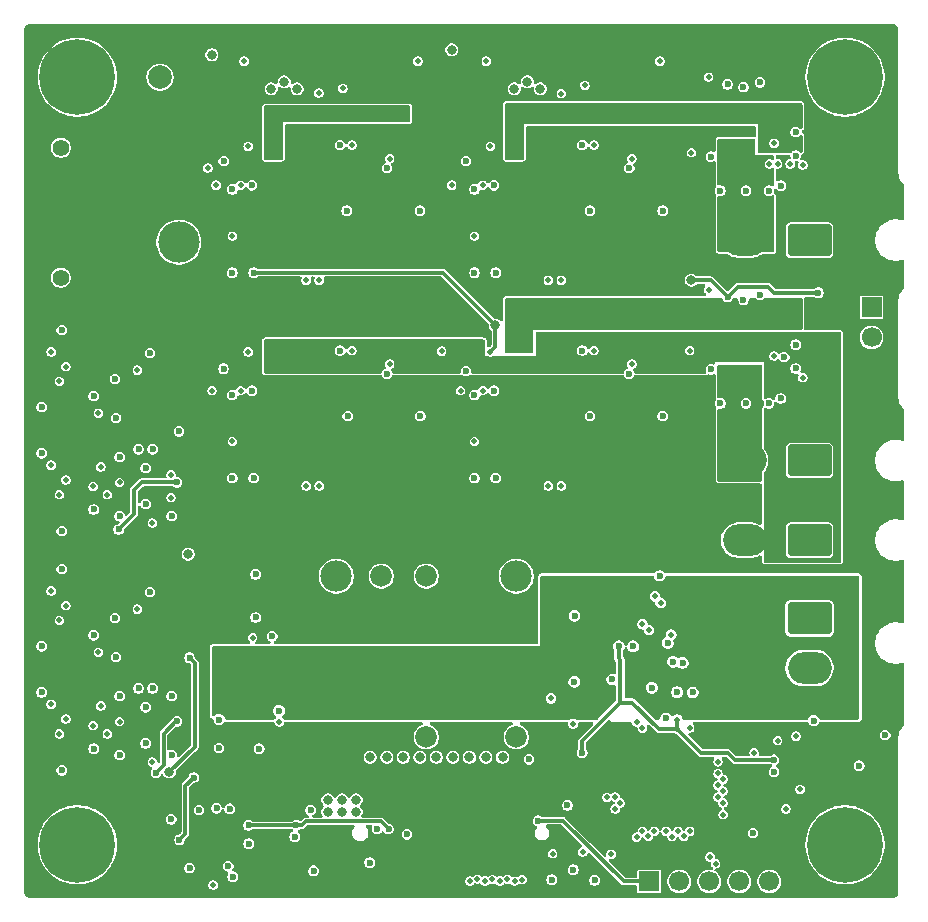
<source format=gbr>
%TF.GenerationSoftware,KiCad,Pcbnew,9.0.6*%
%TF.CreationDate,2026-01-12T10:20:26-08:00*%
%TF.ProjectId,vrb,7672622e-6b69-4636-9164-5f7063625858,rev?*%
%TF.SameCoordinates,Original*%
%TF.FileFunction,Copper,L3,Inr*%
%TF.FilePolarity,Positive*%
%FSLAX46Y46*%
G04 Gerber Fmt 4.6, Leading zero omitted, Abs format (unit mm)*
G04 Created by KiCad (PCBNEW 9.0.6) date 2026-01-12 10:20:26*
%MOMM*%
%LPD*%
G01*
G04 APERTURE LIST*
G04 Aperture macros list*
%AMRoundRect*
0 Rectangle with rounded corners*
0 $1 Rounding radius*
0 $2 $3 $4 $5 $6 $7 $8 $9 X,Y pos of 4 corners*
0 Add a 4 corners polygon primitive as box body*
4,1,4,$2,$3,$4,$5,$6,$7,$8,$9,$2,$3,0*
0 Add four circle primitives for the rounded corners*
1,1,$1+$1,$2,$3*
1,1,$1+$1,$4,$5*
1,1,$1+$1,$6,$7*
1,1,$1+$1,$8,$9*
0 Add four rect primitives between the rounded corners*
20,1,$1+$1,$2,$3,$4,$5,0*
20,1,$1+$1,$4,$5,$6,$7,0*
20,1,$1+$1,$6,$7,$8,$9,0*
20,1,$1+$1,$8,$9,$2,$3,0*%
G04 Aperture macros list end*
%TA.AperFunction,ComponentPad*%
%ADD10C,2.000000*%
%TD*%
%TA.AperFunction,ComponentPad*%
%ADD11C,0.800000*%
%TD*%
%TA.AperFunction,ComponentPad*%
%ADD12C,6.400000*%
%TD*%
%TA.AperFunction,ComponentPad*%
%ADD13RoundRect,0.250001X-1.599999X1.099999X-1.599999X-1.099999X1.599999X-1.099999X1.599999X1.099999X0*%
%TD*%
%TA.AperFunction,ComponentPad*%
%ADD14O,3.700000X2.700000*%
%TD*%
%TA.AperFunction,ComponentPad*%
%ADD15R,1.700000X1.700000*%
%TD*%
%TA.AperFunction,ComponentPad*%
%ADD16C,1.700000*%
%TD*%
%TA.AperFunction,ComponentPad*%
%ADD17R,1.830000X1.830000*%
%TD*%
%TA.AperFunction,ComponentPad*%
%ADD18C,1.830000*%
%TD*%
%TA.AperFunction,ComponentPad*%
%ADD19C,2.655000*%
%TD*%
%TA.AperFunction,ComponentPad*%
%ADD20C,1.400000*%
%TD*%
%TA.AperFunction,ComponentPad*%
%ADD21RoundRect,0.770000X0.980000X-0.980000X0.980000X0.980000X-0.980000X0.980000X-0.980000X-0.980000X0*%
%TD*%
%TA.AperFunction,ComponentPad*%
%ADD22C,3.500000*%
%TD*%
%TA.AperFunction,ViaPad*%
%ADD23C,0.600000*%
%TD*%
%TA.AperFunction,ViaPad*%
%ADD24C,0.500000*%
%TD*%
%TA.AperFunction,ViaPad*%
%ADD25C,0.800000*%
%TD*%
%TA.AperFunction,Conductor*%
%ADD26C,0.350000*%
%TD*%
%TA.AperFunction,Conductor*%
%ADD27C,0.300000*%
%TD*%
G04 APERTURE END LIST*
D10*
%TO.N,GND*%
%TO.C,TP12*%
X85000000Y-65000000D03*
%TD*%
D11*
%TO.N,GND*%
%TO.C,H3*%
X140600000Y-130000000D03*
X141302944Y-128302944D03*
X141302944Y-131697056D03*
X143000000Y-127600000D03*
D12*
X143000000Y-130000000D03*
D11*
X143000000Y-132400000D03*
X144697056Y-128302944D03*
X144697056Y-131697056D03*
X145400000Y-130000000D03*
%TD*%
D13*
%TO.N,GND*%
%TO.C,J4*%
X140000000Y-78800000D03*
D14*
%TO.N,/RC Radio/VOUT*%
X134500000Y-78800000D03*
%TD*%
D13*
%TO.N,GND*%
%TO.C,J10*%
X140000000Y-110819758D03*
D14*
X140000000Y-115019758D03*
%TO.N,/CM_VOUT*%
X134500000Y-110819758D03*
X134500000Y-115019758D03*
%TD*%
D13*
%TO.N,GND*%
%TO.C,J13*%
X140000000Y-104200000D03*
D14*
%TO.N,/RADAR_VOUT*%
X134500000Y-104200000D03*
%TD*%
D11*
%TO.N,GND*%
%TO.C,H1*%
X75600000Y-65000000D03*
X76302944Y-63302944D03*
X76302944Y-66697056D03*
X78000000Y-62600000D03*
D12*
X78000000Y-65000000D03*
D11*
X78000000Y-67400000D03*
X79697056Y-63302944D03*
X79697056Y-66697056D03*
X80400000Y-65000000D03*
%TD*%
D13*
%TO.N,GND*%
%TO.C,J3*%
X140000000Y-97450000D03*
D14*
%TO.N,/Telemetry Radio/VOUT*%
X134500000Y-97450000D03*
%TD*%
D15*
%TO.N,+3V3*%
%TO.C,J8*%
X126420000Y-133100000D03*
D16*
%TO.N,/USART1_TX_DEBUG*%
X128960000Y-133100000D03*
%TO.N,/SWDIO*%
X131500000Y-133100000D03*
%TO.N,/SWCLK*%
X134040000Y-133100000D03*
%TO.N,GND*%
X136580000Y-133100000D03*
%TD*%
D11*
%TO.N,GND*%
%TO.C,H2*%
X140600000Y-65000000D03*
X141302944Y-63302944D03*
X141302944Y-66697056D03*
X143000000Y-62600000D03*
D12*
X143000000Y-65000000D03*
D11*
X143000000Y-67400000D03*
X144697056Y-63302944D03*
X144697056Y-66697056D03*
X145400000Y-65000000D03*
%TD*%
D15*
%TO.N,/BUTTON*%
%TO.C,J14*%
X145250000Y-84500000D03*
D16*
%TO.N,GND*%
X145250000Y-87040000D03*
%TD*%
D17*
%TO.N,+BATT*%
%TO.C,U12*%
X99931474Y-120850000D03*
D18*
%TO.N,/CM_EN*%
X107551474Y-120850000D03*
%TO.N,GND*%
X115171474Y-120850000D03*
D19*
X115171474Y-107250000D03*
D18*
%TO.N,Net-(U12-TRIM)*%
X107551474Y-107250000D03*
%TO.N,/Compute Module Domain/ISENSE+*%
X103741474Y-107250000D03*
D19*
X99931474Y-107250000D03*
%TD*%
D20*
%TO.N,*%
%TO.C,J11*%
X76600000Y-81976750D03*
X76600000Y-70976750D03*
D21*
%TO.N,+BATT*%
X86600000Y-73976750D03*
D22*
%TO.N,GND*%
X86600000Y-78976750D03*
%TD*%
D11*
%TO.N,GND*%
%TO.C,H4*%
X75600000Y-130000000D03*
X76302944Y-128302944D03*
X76302944Y-131697056D03*
X78000000Y-127600000D03*
D12*
X78000000Y-130000000D03*
D11*
X78000000Y-132400000D03*
X79697056Y-128302944D03*
X79697056Y-131697056D03*
X80400000Y-130000000D03*
%TD*%
D23*
%TO.N,GND*%
X91125000Y-98950000D03*
X98000000Y-132200000D03*
X135800000Y-83450000D03*
D24*
X97375000Y-82200000D03*
D25*
X94400000Y-66000000D03*
D23*
X79380000Y-92006000D03*
D24*
X117875000Y-82200000D03*
D23*
X104225000Y-90100000D03*
X76686842Y-123686000D03*
X120755000Y-88150000D03*
D25*
X108400000Y-122600000D03*
X107000000Y-122600000D03*
D23*
X76686842Y-106650000D03*
D24*
X118975000Y-99600000D03*
D25*
X101600000Y-126200000D03*
D23*
X93400000Y-121850000D03*
X93100000Y-110750000D03*
X134400000Y-83850000D03*
X127850000Y-119300000D03*
X92770000Y-74150000D03*
X91125000Y-81550000D03*
D25*
X101600000Y-127200000D03*
D24*
X79986842Y-118236000D03*
D25*
X102800000Y-122600000D03*
D23*
X79380000Y-121850000D03*
X134400000Y-65837500D03*
D24*
X117875000Y-99600000D03*
D23*
X128450000Y-114500000D03*
X138825000Y-89670000D03*
X83780000Y-98106000D03*
X81180000Y-90556000D03*
X125050000Y-113200000D03*
X85950000Y-127850000D03*
X132450000Y-92625000D03*
D25*
X100400000Y-127200000D03*
D24*
X98475000Y-82200000D03*
D25*
X104200000Y-122600000D03*
D23*
X127550000Y-76300000D03*
D24*
X79337176Y-119900000D03*
D23*
X113270000Y-74150000D03*
X119500000Y-126650000D03*
D25*
X111200000Y-122600000D03*
D23*
X91125000Y-91900000D03*
X74986842Y-92942000D03*
X92770000Y-91550000D03*
X102750000Y-131500000D03*
X113270000Y-91550000D03*
X128777834Y-117075000D03*
X121400000Y-76300000D03*
X103400000Y-128650000D03*
D25*
X116100000Y-65400000D03*
D23*
X144200000Y-123300000D03*
X111625000Y-74500000D03*
X85980000Y-122400000D03*
X118162500Y-132950000D03*
D25*
X114000000Y-122600000D03*
D23*
X124725000Y-72700000D03*
X81180000Y-110800000D03*
X95076474Y-118650000D03*
D25*
X99200000Y-127200000D03*
D23*
X134600000Y-74612500D03*
X111625000Y-98950000D03*
X129250000Y-114600000D03*
X128000000Y-112900000D03*
D25*
X96600000Y-66000000D03*
D23*
X81280000Y-114100000D03*
X110900000Y-89875000D03*
X85980000Y-102156000D03*
X138825000Y-87645000D03*
X123300000Y-116000000D03*
X74986842Y-113186000D03*
X92500000Y-129900000D03*
X127550000Y-93700000D03*
X120000000Y-132100000D03*
X87500000Y-131950000D03*
X100800000Y-76300000D03*
X81280000Y-93856000D03*
X96400000Y-129300000D03*
D25*
X109800000Y-122600000D03*
D23*
X121400000Y-93700000D03*
X104225000Y-72700000D03*
X137549277Y-74197464D03*
D24*
X92125000Y-63650000D03*
X79986842Y-97992000D03*
D23*
X120755000Y-70750000D03*
X137549277Y-92209964D03*
X90000000Y-121800000D03*
D25*
X89400000Y-63100000D03*
D24*
X97375000Y-99600000D03*
D23*
X91125000Y-74500000D03*
X130100000Y-117100000D03*
X83180000Y-116750000D03*
X135800000Y-65437500D03*
D24*
X118975000Y-82200000D03*
D23*
X107000000Y-76300000D03*
X94500000Y-112350000D03*
D25*
X117200000Y-66000000D03*
D23*
X76686842Y-86406000D03*
X93100000Y-107100000D03*
D24*
X98475000Y-99600000D03*
D23*
X79380000Y-112250000D03*
X111625000Y-91900000D03*
X136550000Y-92625000D03*
X90400000Y-72100000D03*
X83780000Y-118350000D03*
X120082174Y-116198290D03*
X90775000Y-131800000D03*
X105900000Y-129100000D03*
X124725000Y-90100000D03*
X97750000Y-127050000D03*
D25*
X112600000Y-122600000D03*
D23*
X83780000Y-101156000D03*
D25*
X99200000Y-126200000D03*
D23*
X76686842Y-103442000D03*
X136550000Y-74612500D03*
X84380000Y-116750000D03*
X138825000Y-69632500D03*
D25*
X95500000Y-65400000D03*
D23*
X90377298Y-89677298D03*
X89785000Y-126900000D03*
D25*
X105600000Y-122600000D03*
D24*
X79337176Y-99656000D03*
D23*
X107050000Y-93700000D03*
X74986842Y-96842000D03*
X132450000Y-74612500D03*
D25*
X115000000Y-66000000D03*
X109700000Y-62700000D03*
D23*
X111625000Y-81550000D03*
X74986842Y-117086000D03*
X100255000Y-88150000D03*
X84160000Y-108598254D03*
X100900000Y-93700000D03*
X100255000Y-70750000D03*
X79380000Y-101606000D03*
X131650000Y-71737500D03*
X140350000Y-119500000D03*
X126650000Y-116700000D03*
X127301000Y-107200000D03*
X110900000Y-72100000D03*
X84160000Y-88354254D03*
D25*
X100400000Y-126200000D03*
D23*
X138825000Y-71657500D03*
X120100000Y-110600000D03*
D24*
X127325000Y-63650000D03*
X106825000Y-63650000D03*
X112625000Y-63650000D03*
D23*
X134600000Y-92625000D03*
X83180000Y-96506000D03*
X131650000Y-89750000D03*
X83780000Y-121400000D03*
X84380000Y-96506000D03*
%TO.N,VBUS1*%
X87500000Y-114150000D03*
D25*
X87400000Y-105400000D03*
D23*
X90900000Y-126950000D03*
D25*
X85800000Y-123825000D03*
D23*
X88300000Y-127050000D03*
X91150000Y-132700000D03*
D24*
%TO.N,+3V3*%
X112970000Y-88262500D03*
D23*
X117000000Y-127950000D03*
X140750000Y-83250000D03*
D24*
X128800000Y-120200000D03*
D23*
X113425000Y-98950000D03*
D24*
X92470000Y-70862500D03*
D25*
X113400000Y-86000000D03*
D23*
X137000000Y-122800000D03*
X92500000Y-128350000D03*
X81580000Y-102156000D03*
X86600000Y-95000000D03*
X133050000Y-65607500D03*
D24*
X128800000Y-119400000D03*
D23*
X113425000Y-81550000D03*
X120750000Y-122200000D03*
X137000000Y-123800000D03*
D25*
X130000000Y-82200000D03*
D23*
X81580000Y-97156000D03*
X116250000Y-122750000D03*
X92925000Y-81550000D03*
D24*
X112970000Y-70862500D03*
D23*
X104350000Y-128650000D03*
X123850000Y-113200000D03*
X133050000Y-83620000D03*
X92925000Y-98950000D03*
X96550000Y-128350000D03*
D24*
X92470000Y-88262500D03*
D23*
X90000000Y-119400000D03*
X81580000Y-117400000D03*
X81580000Y-122400000D03*
%TO.N,+5V*%
X86430000Y-119550000D03*
X85980000Y-117400000D03*
X81500000Y-103300000D03*
X84650000Y-123900000D03*
X86430000Y-99306000D03*
D24*
%TO.N,+BATT*%
X101600000Y-133200000D03*
X95675000Y-99600000D03*
X94675000Y-82200000D03*
X116175000Y-82200000D03*
X105600000Y-133200000D03*
D23*
X145000000Y-119300000D03*
D25*
X100400000Y-131000000D03*
D24*
X115175000Y-82200000D03*
D25*
X99200000Y-132200000D03*
D24*
X102600000Y-133200000D03*
X116175000Y-99600000D03*
X94675000Y-99600000D03*
X115175000Y-99600000D03*
X95675000Y-82200000D03*
D25*
X101600000Y-132200000D03*
D24*
X140300000Y-125400000D03*
X99200000Y-133200000D03*
D25*
X101600000Y-131000000D03*
D24*
X103600000Y-133200000D03*
X104600000Y-133200000D03*
D23*
X118100000Y-126500000D03*
D25*
X100400000Y-132200000D03*
D24*
X100400000Y-133200000D03*
D25*
X99200000Y-131000000D03*
D24*
%TO.N,/FMU1_VOUT*%
X94550000Y-70450000D03*
D23*
X105400000Y-68100000D03*
D24*
X94550000Y-71250000D03*
D23*
X103400000Y-68100000D03*
%TO.N,/FMU2_VOUT*%
X123900000Y-68100000D03*
D24*
X136600000Y-67987500D03*
X138350000Y-67987500D03*
D23*
X125900000Y-68100000D03*
D24*
X137300000Y-67987500D03*
X115050000Y-71300000D03*
D23*
X137850000Y-70687500D03*
D24*
X115050000Y-70500000D03*
%TO.N,/RADIO_VOUT*%
X115050000Y-87850000D03*
X137300000Y-86000000D03*
X136600000Y-86000000D03*
X115050000Y-86950000D03*
X136600000Y-72337500D03*
X138350000Y-86000000D03*
X138350000Y-72337500D03*
D23*
X137850000Y-88700000D03*
D24*
X137300000Y-72337500D03*
%TO.N,/RADAR_VOUT*%
X94550000Y-88650000D03*
X136600000Y-90350000D03*
X137300000Y-90350000D03*
X94550000Y-87900000D03*
%TO.N,/CM_VOUT*%
X90400000Y-115400000D03*
X90400000Y-114700000D03*
X90400000Y-116800000D03*
X91400000Y-116800000D03*
X90400000Y-114000000D03*
X92300000Y-116800000D03*
X90400000Y-116100000D03*
%TO.N,/CAN2_STATUS*%
X79780000Y-113700000D03*
X132250000Y-123950000D03*
%TO.N,/FMU1_STATUS*%
X128850000Y-128850000D03*
X104450000Y-71900000D03*
%TO.N,/FMU2_STATUS*%
X124950000Y-71900000D03*
X129850000Y-128850000D03*
%TO.N,/RADIO_STATUS*%
X129850000Y-120100000D03*
X124950000Y-89300000D03*
%TO.N,/RADAR_STATUS*%
X128282974Y-112205428D03*
X104450000Y-89300000D03*
%TO.N,/CAN1_STATUS*%
X79780000Y-93456000D03*
X125850000Y-128850000D03*
%TO.N,/CM_STATUS*%
X122850000Y-125975000D03*
X118100000Y-117600000D03*
%TO.N,/CANFD 2 (Redundant)/FDCAN_P*%
X77030000Y-109750000D03*
X77030000Y-119350000D03*
%TO.N,/CANFD 2 (Redundant)/FDCAN_N*%
X76480000Y-111000000D03*
X76480000Y-120600000D03*
X80536842Y-120600000D03*
X81572842Y-119562500D03*
D23*
%TO.N,VBUS2*%
X86650000Y-129570000D03*
X87850000Y-124300000D03*
D24*
%TO.N,/CANFD 1 (Primary)/FDCAN_P*%
X77030000Y-99106000D03*
X77030000Y-89506000D03*
%TO.N,/CANFD 1 (Primary)/FDCAN_N*%
X81572842Y-99318500D03*
X80536842Y-100356000D03*
X76480000Y-100356000D03*
X76480000Y-90756000D03*
%TO.N,/CAN2_SILENT*%
X132678030Y-127439176D03*
X84350000Y-122994000D03*
%TO.N,/CAN2_TERM*%
X132250000Y-122950000D03*
X83080000Y-110050000D03*
%TO.N,/FMU1_VSENSE*%
X89050000Y-72700000D03*
X101250000Y-70750000D03*
%TO.N,/FMU1_EN*%
X128350000Y-129300000D03*
X91125000Y-78450000D03*
%TO.N,/FMU2_VSENSE*%
X125850001Y-120134666D03*
X130000000Y-71400000D03*
X121750000Y-70750000D03*
X126400000Y-111800000D03*
%TO.N,/FMU2_EN*%
X111625000Y-78450000D03*
X129350001Y-129265334D03*
%TO.N,/RADIO_VSENSE*%
X125850000Y-111300000D03*
X121750000Y-88150000D03*
X125350000Y-119600000D03*
X129850000Y-88150000D03*
%TO.N,/RADIO_EN*%
X127850000Y-128850000D03*
X111625000Y-95850000D03*
%TO.N,/RADAR_VSENSE*%
X108850000Y-88200000D03*
X101250000Y-88150000D03*
%TO.N,/RADAR_EN*%
X91125000Y-95850000D03*
X126850000Y-128850000D03*
%TO.N,/CAN1_SILENT*%
X84350000Y-102750000D03*
X125350000Y-129350000D03*
%TO.N,/CM_VSENSE*%
X92850000Y-112450000D03*
X123534665Y-126950001D03*
%TO.N,/CAN1_TERM*%
X83080000Y-89806000D03*
X126350001Y-129265335D03*
%TO.N,/CM_EN*%
X119976474Y-119775000D03*
X123534666Y-125949999D03*
%TO.N,/CANFD 2 (Redundant)/VIN*%
X75786842Y-118100000D03*
X75786842Y-108500000D03*
%TO.N,/IESC1*%
X111244405Y-133057649D03*
%TO.N,/FMU1_ISENSE*%
X91820000Y-74150000D03*
X89750000Y-74150000D03*
%TO.N,/FMU2_ISENSE*%
X112320000Y-74150000D03*
X109700000Y-74150000D03*
%TO.N,/RADIO_ISENSE*%
X110450000Y-91550000D03*
X112320000Y-91550000D03*
%TO.N,/RADAR_ISENSE*%
X89400000Y-91550000D03*
X91820000Y-91550000D03*
%TO.N,/FDCAN1_RX*%
X85930000Y-98656000D03*
X127401000Y-109531310D03*
%TO.N,/FDCAN1_TX*%
X85930000Y-100606000D03*
X126900000Y-108950000D03*
%TO.N,/CM_ISENSE*%
X123950000Y-126450000D03*
X95100000Y-119600000D03*
%TO.N,/RC Radio/VOUT*%
X134396250Y-72446250D03*
X134400000Y-71650000D03*
%TO.N,/Telemetry Radio/VOUT*%
X134400000Y-90400000D03*
X134400000Y-89650000D03*
%TO.N,/I2C3_SCL_SMBUS*%
X132250000Y-124950000D03*
X123200000Y-130800000D03*
X120975000Y-65700000D03*
X100475000Y-65950000D03*
%TO.N,/I2C3_SDA_SMBUS*%
X132665335Y-124449999D03*
X131575001Y-131021015D03*
X98450000Y-66350000D03*
X135300000Y-122200000D03*
X118975000Y-66400000D03*
%TO.N,/TELEM_STATUS*%
X132250000Y-125950000D03*
X131450000Y-83000000D03*
%TO.N,/Telemetry Radio/OV2*%
X136997118Y-88613234D03*
X139425000Y-90450000D03*
%TO.N,/RC_STATUS*%
X132665334Y-125450001D03*
X131450000Y-64987500D03*
%TO.N,/RC Radio/OV2*%
X136997118Y-70600734D03*
X139425000Y-72437500D03*
%TO.N,/USART1_TX_DEBUG*%
X132050000Y-131600000D03*
X137300000Y-121175000D03*
%TO.N,/CANFD 1 (Primary)/VIN*%
X75786842Y-88256000D03*
X75786842Y-97856000D03*
%TO.N,/IPAYLOAD2*%
X114414737Y-132909692D03*
%TO.N,/IESC3*%
X112509435Y-133053295D03*
%TO.N,/IPAYLOAD3*%
X115044730Y-133069728D03*
%TO.N,/IESC4*%
X113145343Y-132918671D03*
%TO.N,/IPAYLOAD1*%
X113781031Y-133054330D03*
D23*
%TO.N,/VBAT_SCALED*%
X146400000Y-120700000D03*
D24*
X115683610Y-132950000D03*
D23*
X121800000Y-133000000D03*
X135200000Y-129000000D03*
D24*
%TO.N,/IESC2*%
X111875000Y-132900000D03*
%TO.N,/REG_STATUS*%
X132665335Y-126449999D03*
X89500000Y-133400000D03*
%TO.N,/BUTTON*%
X138000000Y-126950000D03*
%TO.N,Net-(D20-A)*%
X118250000Y-130750000D03*
X139200000Y-125300000D03*
%TO.N,Net-(D22-K)*%
X120800000Y-130600000D03*
X138850000Y-120800000D03*
%TD*%
D26*
%TO.N,VBUS1*%
X87950000Y-121675000D02*
X85800000Y-123825000D01*
X87950000Y-114600000D02*
X87950000Y-121675000D01*
X87500000Y-114150000D02*
X87950000Y-114600000D01*
%TO.N,+3V3*%
X131630000Y-82200000D02*
X130000000Y-82200000D01*
X130800000Y-122200000D02*
X133050000Y-122200000D01*
X125000000Y-117974000D02*
X123976000Y-117974000D01*
X140750000Y-83250000D02*
X137000000Y-83250000D01*
X133050000Y-83620000D02*
X131630000Y-82200000D01*
D27*
X104350000Y-128650000D02*
X103699000Y-127999000D01*
D26*
X119100000Y-127950000D02*
X124250000Y-133100000D01*
X136974000Y-122826000D02*
X133676000Y-122826000D01*
X108950000Y-81550000D02*
X92925000Y-81550000D01*
X123976000Y-117974000D02*
X123976000Y-114326000D01*
X130800000Y-122200000D02*
X128800000Y-120200000D01*
X113400000Y-87832500D02*
X113400000Y-86000000D01*
X123976000Y-114326000D02*
X123850000Y-114200000D01*
X128800000Y-119400000D02*
X128800000Y-120200000D01*
X117000000Y-127950000D02*
X119100000Y-127950000D01*
X127226000Y-120200000D02*
X125000000Y-117974000D01*
X120750000Y-121200000D02*
X123976000Y-117974000D01*
X128800000Y-120200000D02*
X127226000Y-120200000D01*
D27*
X96998000Y-128350000D02*
X97349000Y-127999000D01*
X96550000Y-128350000D02*
X96998000Y-128350000D01*
D26*
X137000000Y-122800000D02*
X136974000Y-122826000D01*
X112970000Y-88262500D02*
X113400000Y-87832500D01*
X136500000Y-82750000D02*
X133920000Y-82750000D01*
X113400000Y-86000000D02*
X108950000Y-81550000D01*
X137000000Y-83250000D02*
X136500000Y-82750000D01*
X123850000Y-114200000D02*
X123850000Y-113200000D01*
X124250000Y-133100000D02*
X126420000Y-133100000D01*
X120750000Y-122200000D02*
X120750000Y-121200000D01*
D27*
X92500000Y-128350000D02*
X96550000Y-128350000D01*
D26*
X133676000Y-122826000D02*
X133050000Y-122200000D01*
D27*
X103699000Y-127999000D02*
X97349000Y-127999000D01*
D26*
X133920000Y-82750000D02*
X133050000Y-83620000D01*
%TO.N,+5V*%
X86344702Y-119550000D02*
X86430000Y-119550000D01*
X82800000Y-102000000D02*
X82800000Y-99950000D01*
D27*
X84650000Y-123900000D02*
X85297351Y-123252649D01*
D26*
X83444000Y-99306000D02*
X86430000Y-99306000D01*
D27*
X85297351Y-123252649D02*
X85297351Y-120597351D01*
D26*
X85297351Y-120597351D02*
X86344702Y-119550000D01*
X81500000Y-103300000D02*
X82800000Y-102000000D01*
X82800000Y-99950000D02*
X83444000Y-99306000D01*
%TO.N,VBUS2*%
X87150000Y-129070000D02*
X86650000Y-129570000D01*
X87150000Y-125000000D02*
X87150000Y-129070000D01*
X87850000Y-124300000D02*
X87150000Y-125000000D01*
%TD*%
%TA.AperFunction,Conductor*%
%TO.N,/FMU2_VOUT*%
G36*
X135600000Y-69000000D02*
G01*
X115812343Y-69000000D01*
X115812343Y-71876000D01*
X115792658Y-71943039D01*
X115739854Y-71988794D01*
X115688343Y-72000000D01*
X114336343Y-72000000D01*
X114269304Y-71980315D01*
X114223549Y-71927511D01*
X114212343Y-71876000D01*
X114212343Y-67324000D01*
X114232028Y-67256961D01*
X114284832Y-67211206D01*
X114336343Y-67200000D01*
X135600000Y-67200000D01*
X135600000Y-69000000D01*
G37*
%TD.AperFunction*%
%TD*%
%TA.AperFunction,Conductor*%
%TO.N,/RC Radio/VOUT*%
G36*
X135343039Y-70219685D02*
G01*
X135388794Y-70272489D01*
X135400000Y-70324000D01*
X135400000Y-71600000D01*
X136876000Y-71600000D01*
X136943039Y-71619685D01*
X136988794Y-71672489D01*
X137000000Y-71724000D01*
X137000000Y-71891208D01*
X136980315Y-71958247D01*
X136927511Y-72004002D01*
X136858353Y-72013946D01*
X136814000Y-71998595D01*
X136754589Y-71964294D01*
X136754588Y-71964293D01*
X136754587Y-71964293D01*
X136652727Y-71937000D01*
X136547273Y-71937000D01*
X136445413Y-71964293D01*
X136445410Y-71964294D01*
X136354085Y-72017021D01*
X136279521Y-72091585D01*
X136226794Y-72182910D01*
X136226793Y-72182913D01*
X136199500Y-72284773D01*
X136199500Y-72390227D01*
X136226793Y-72492087D01*
X136279520Y-72583413D01*
X136354087Y-72657980D01*
X136445413Y-72710707D01*
X136547273Y-72738000D01*
X136547275Y-72738000D01*
X136652725Y-72738000D01*
X136652727Y-72738000D01*
X136754587Y-72710707D01*
X136814003Y-72676402D01*
X136881899Y-72659931D01*
X136947926Y-72682783D01*
X136991117Y-72737704D01*
X137000000Y-72783791D01*
X137000000Y-74137341D01*
X136980315Y-74204380D01*
X136927511Y-74250135D01*
X136858353Y-74260079D01*
X136814000Y-74244728D01*
X136723889Y-74192702D01*
X136723890Y-74192702D01*
X136714494Y-74190184D01*
X136609309Y-74162000D01*
X136490691Y-74162000D01*
X136376114Y-74192701D01*
X136376112Y-74192701D01*
X136376112Y-74192702D01*
X136273387Y-74252011D01*
X136273384Y-74252013D01*
X136189513Y-74335884D01*
X136189511Y-74335887D01*
X136130201Y-74438614D01*
X136099500Y-74553191D01*
X136099500Y-74671809D01*
X136130201Y-74786386D01*
X136189511Y-74889113D01*
X136273387Y-74972989D01*
X136376114Y-75032299D01*
X136490691Y-75063000D01*
X136490694Y-75063000D01*
X136609306Y-75063000D01*
X136609309Y-75063000D01*
X136723886Y-75032299D01*
X136814001Y-74980270D01*
X136881899Y-74963798D01*
X136947926Y-74986650D01*
X136991117Y-75041571D01*
X137000000Y-75087658D01*
X137000000Y-79676000D01*
X136980315Y-79743039D01*
X136927511Y-79788794D01*
X136876000Y-79800000D01*
X132324000Y-79800000D01*
X132256961Y-79780315D01*
X132211206Y-79727511D01*
X132200000Y-79676000D01*
X132200000Y-75173504D01*
X132219685Y-75106465D01*
X132272489Y-75060710D01*
X132341647Y-75050766D01*
X132356082Y-75053726D01*
X132390691Y-75063000D01*
X132390694Y-75063000D01*
X132509306Y-75063000D01*
X132509309Y-75063000D01*
X132623886Y-75032299D01*
X132726613Y-74972989D01*
X132810489Y-74889113D01*
X132869799Y-74786386D01*
X132900500Y-74671809D01*
X132900500Y-74553191D01*
X134149500Y-74553191D01*
X134149500Y-74671809D01*
X134180201Y-74786386D01*
X134239511Y-74889113D01*
X134323387Y-74972989D01*
X134426114Y-75032299D01*
X134540691Y-75063000D01*
X134540694Y-75063000D01*
X134659306Y-75063000D01*
X134659309Y-75063000D01*
X134773886Y-75032299D01*
X134876613Y-74972989D01*
X134960489Y-74889113D01*
X135019799Y-74786386D01*
X135050500Y-74671809D01*
X135050500Y-74553191D01*
X135019799Y-74438614D01*
X134960489Y-74335887D01*
X134876613Y-74252011D01*
X134773886Y-74192701D01*
X134659309Y-74162000D01*
X134540691Y-74162000D01*
X134426114Y-74192701D01*
X134426112Y-74192701D01*
X134426112Y-74192702D01*
X134323387Y-74252011D01*
X134323384Y-74252013D01*
X134239513Y-74335884D01*
X134239511Y-74335887D01*
X134180201Y-74438614D01*
X134149500Y-74553191D01*
X132900500Y-74553191D01*
X132869799Y-74438614D01*
X132810489Y-74335887D01*
X132726613Y-74252011D01*
X132623886Y-74192701D01*
X132509309Y-74162000D01*
X132390691Y-74162000D01*
X132390686Y-74162000D01*
X132356091Y-74171270D01*
X132286241Y-74169606D01*
X132228380Y-74130443D01*
X132200877Y-74066214D01*
X132200000Y-74051495D01*
X132200000Y-70324000D01*
X132219685Y-70256961D01*
X132272489Y-70211206D01*
X132324000Y-70200000D01*
X135276000Y-70200000D01*
X135343039Y-70219685D01*
G37*
%TD.AperFunction*%
%TD*%
%TA.AperFunction,Conductor*%
%TO.N,/FMU1_VOUT*%
G36*
X106143039Y-67419685D02*
G01*
X106188794Y-67472489D01*
X106200000Y-67524000D01*
X106200000Y-68676000D01*
X106180315Y-68743039D01*
X106127511Y-68788794D01*
X106076000Y-68800000D01*
X95400000Y-68800000D01*
X95400000Y-71876000D01*
X95380315Y-71943039D01*
X95327511Y-71988794D01*
X95276000Y-72000000D01*
X93924000Y-72000000D01*
X93856961Y-71980315D01*
X93811206Y-71927511D01*
X93800000Y-71876000D01*
X93800000Y-67524000D01*
X93819685Y-67456961D01*
X93872489Y-67411206D01*
X93924000Y-67400000D01*
X106076000Y-67400000D01*
X106143039Y-67419685D01*
G37*
%TD.AperFunction*%
%TD*%
%TA.AperFunction,Conductor*%
%TO.N,/CM_VOUT*%
G36*
X126754735Y-107219685D02*
G01*
X126800490Y-107272489D01*
X126807469Y-107291902D01*
X126816070Y-107324000D01*
X126834608Y-107393187D01*
X126867554Y-107450250D01*
X126900500Y-107507314D01*
X126993686Y-107600500D01*
X127107814Y-107666392D01*
X127235108Y-107700500D01*
X127235110Y-107700500D01*
X127366890Y-107700500D01*
X127366892Y-107700500D01*
X127494186Y-107666392D01*
X127608314Y-107600500D01*
X127701500Y-107507314D01*
X127767392Y-107393186D01*
X127794529Y-107291905D01*
X127830894Y-107232246D01*
X127893741Y-107201717D01*
X127914304Y-107200000D01*
X144076000Y-107200000D01*
X144143039Y-107219685D01*
X144188794Y-107272489D01*
X144200000Y-107324000D01*
X144200000Y-119276000D01*
X144180315Y-119343039D01*
X144127511Y-119388794D01*
X144076000Y-119400000D01*
X140936509Y-119400000D01*
X140869470Y-119380315D01*
X140823715Y-119327511D01*
X140816735Y-119308094D01*
X140816392Y-119306814D01*
X140750500Y-119192686D01*
X140657314Y-119099500D01*
X140600250Y-119066554D01*
X140543187Y-119033608D01*
X140479539Y-119016554D01*
X140415892Y-118999500D01*
X140284108Y-118999500D01*
X140156812Y-119033608D01*
X140042686Y-119099500D01*
X140042683Y-119099502D01*
X139949502Y-119192683D01*
X139949500Y-119192686D01*
X139901399Y-119276000D01*
X139883608Y-119306814D01*
X139883265Y-119308090D01*
X139882683Y-119309047D01*
X139880500Y-119314318D01*
X139879678Y-119313977D01*
X139846904Y-119367751D01*
X139784059Y-119398282D01*
X139763491Y-119400000D01*
X129361540Y-119400000D01*
X129294501Y-119380315D01*
X129248746Y-119327511D01*
X129241767Y-119308100D01*
X129219799Y-119226114D01*
X129160489Y-119123387D01*
X129076613Y-119039511D01*
X128973886Y-118980201D01*
X128859309Y-118949500D01*
X128740691Y-118949500D01*
X128626114Y-118980201D01*
X128626112Y-118980201D01*
X128626112Y-118980202D01*
X128523387Y-119039511D01*
X128523383Y-119039514D01*
X128481790Y-119081107D01*
X128420467Y-119114591D01*
X128350775Y-119109606D01*
X128294842Y-119067734D01*
X128286723Y-119055426D01*
X128277536Y-119039514D01*
X128250500Y-118992686D01*
X128157314Y-118899500D01*
X128100250Y-118866554D01*
X128043187Y-118833608D01*
X127979539Y-118816554D01*
X127915892Y-118799500D01*
X127784108Y-118799500D01*
X127656812Y-118833608D01*
X127542686Y-118899500D01*
X127542683Y-118899502D01*
X127449502Y-118992683D01*
X127449500Y-118992686D01*
X127383608Y-119106812D01*
X127349500Y-119234108D01*
X127349500Y-119276000D01*
X127346949Y-119284685D01*
X127348238Y-119293647D01*
X127337259Y-119317687D01*
X127329815Y-119343039D01*
X127322974Y-119348966D01*
X127319213Y-119357203D01*
X127296978Y-119371492D01*
X127277011Y-119388794D01*
X127266496Y-119391081D01*
X127260435Y-119394977D01*
X127225500Y-119400000D01*
X127008399Y-119400000D01*
X126941360Y-119380315D01*
X126920718Y-119363681D01*
X125230563Y-117673526D01*
X125230562Y-117673525D01*
X125144938Y-117624090D01*
X125097186Y-117611295D01*
X125097184Y-117611294D01*
X125097182Y-117611293D01*
X125049436Y-117598500D01*
X125049435Y-117598500D01*
X124475500Y-117598500D01*
X124408461Y-117578815D01*
X124362706Y-117526011D01*
X124351500Y-117474500D01*
X124351500Y-116634108D01*
X126149500Y-116634108D01*
X126149500Y-116765892D01*
X126166554Y-116829539D01*
X126183608Y-116893187D01*
X126191475Y-116906812D01*
X126249500Y-117007314D01*
X126342686Y-117100500D01*
X126441521Y-117157563D01*
X126455944Y-117165890D01*
X126456814Y-117166392D01*
X126584108Y-117200500D01*
X126584110Y-117200500D01*
X126715890Y-117200500D01*
X126715892Y-117200500D01*
X126843186Y-117166392D01*
X126957314Y-117100500D01*
X127048706Y-117009108D01*
X128277334Y-117009108D01*
X128277334Y-117140892D01*
X128293306Y-117200500D01*
X128311442Y-117268187D01*
X128325876Y-117293187D01*
X128377334Y-117382314D01*
X128470520Y-117475500D01*
X128584648Y-117541392D01*
X128711942Y-117575500D01*
X128711944Y-117575500D01*
X128843724Y-117575500D01*
X128843726Y-117575500D01*
X128971020Y-117541392D01*
X129085148Y-117475500D01*
X129178334Y-117382314D01*
X129244226Y-117268186D01*
X129278334Y-117140892D01*
X129278334Y-117034108D01*
X129599500Y-117034108D01*
X129599500Y-117165892D01*
X129608773Y-117200499D01*
X129633608Y-117293187D01*
X129666554Y-117350250D01*
X129699500Y-117407314D01*
X129792686Y-117500500D01*
X129906814Y-117566392D01*
X130034108Y-117600500D01*
X130034110Y-117600500D01*
X130165890Y-117600500D01*
X130165892Y-117600500D01*
X130293186Y-117566392D01*
X130407314Y-117500500D01*
X130500500Y-117407314D01*
X130566392Y-117293186D01*
X130600500Y-117165892D01*
X130600500Y-117034108D01*
X130566392Y-116906814D01*
X130500500Y-116792686D01*
X130407314Y-116699500D01*
X130347006Y-116664681D01*
X130293187Y-116633608D01*
X130229539Y-116616554D01*
X130165892Y-116599500D01*
X130034108Y-116599500D01*
X129906812Y-116633608D01*
X129792686Y-116699500D01*
X129792683Y-116699502D01*
X129699502Y-116792683D01*
X129699500Y-116792686D01*
X129633608Y-116906812D01*
X129624989Y-116938980D01*
X129599500Y-117034108D01*
X129278334Y-117034108D01*
X129278334Y-117009108D01*
X129244226Y-116881814D01*
X129178334Y-116767686D01*
X129085148Y-116674500D01*
X129014321Y-116633608D01*
X128971021Y-116608608D01*
X128881099Y-116584514D01*
X128843726Y-116574500D01*
X128711942Y-116574500D01*
X128584646Y-116608608D01*
X128470520Y-116674500D01*
X128470517Y-116674502D01*
X128377336Y-116767683D01*
X128377334Y-116767686D01*
X128311442Y-116881812D01*
X128277815Y-117007313D01*
X128277334Y-117009108D01*
X127048706Y-117009108D01*
X127050500Y-117007314D01*
X127116392Y-116893186D01*
X127150500Y-116765892D01*
X127150500Y-116634108D01*
X127116392Y-116506814D01*
X127115693Y-116505604D01*
X127093054Y-116466392D01*
X127050500Y-116392686D01*
X126957314Y-116299500D01*
X126896138Y-116264180D01*
X126843187Y-116233608D01*
X126779539Y-116216554D01*
X126715892Y-116199500D01*
X126584108Y-116199500D01*
X126456812Y-116233608D01*
X126342686Y-116299500D01*
X126342683Y-116299502D01*
X126249502Y-116392683D01*
X126249500Y-116392686D01*
X126183608Y-116506812D01*
X126158963Y-116598790D01*
X126149500Y-116634108D01*
X124351500Y-116634108D01*
X124351500Y-114434108D01*
X127949500Y-114434108D01*
X127949500Y-114565891D01*
X127983608Y-114693187D01*
X128016554Y-114750250D01*
X128049500Y-114807314D01*
X128142686Y-114900500D01*
X128256814Y-114966392D01*
X128384108Y-115000500D01*
X128384110Y-115000500D01*
X128515890Y-115000500D01*
X128515892Y-115000500D01*
X128643186Y-114966392D01*
X128729038Y-114916824D01*
X128796934Y-114900352D01*
X128862961Y-114923203D01*
X128878717Y-114936531D01*
X128942686Y-115000500D01*
X129056814Y-115066392D01*
X129184108Y-115100500D01*
X129184110Y-115100500D01*
X129315890Y-115100500D01*
X129315892Y-115100500D01*
X129443186Y-115066392D01*
X129557314Y-115000500D01*
X129650500Y-114907314D01*
X129656033Y-114897731D01*
X137949500Y-114897731D01*
X137949500Y-115141785D01*
X137987679Y-115382834D01*
X138063096Y-115614943D01*
X138122687Y-115731898D01*
X138173896Y-115832400D01*
X138317339Y-116029834D01*
X138317343Y-116029839D01*
X138489918Y-116202414D01*
X138489923Y-116202418D01*
X138574935Y-116264182D01*
X138687361Y-116345864D01*
X138904815Y-116456662D01*
X139136924Y-116532079D01*
X139377973Y-116570258D01*
X139377974Y-116570258D01*
X140622026Y-116570258D01*
X140622027Y-116570258D01*
X140863076Y-116532079D01*
X141095185Y-116456662D01*
X141312639Y-116345864D01*
X141510083Y-116202413D01*
X141682655Y-116029841D01*
X141826106Y-115832397D01*
X141936904Y-115614943D01*
X142012321Y-115382834D01*
X142050500Y-115141785D01*
X142050500Y-114897731D01*
X142012321Y-114656682D01*
X141936904Y-114424573D01*
X141826106Y-114207119D01*
X141747918Y-114099502D01*
X141682660Y-114009681D01*
X141682656Y-114009676D01*
X141510081Y-113837101D01*
X141510076Y-113837097D01*
X141312642Y-113693654D01*
X141312641Y-113693653D01*
X141312639Y-113693652D01*
X141095185Y-113582854D01*
X140863076Y-113507437D01*
X140863074Y-113507436D01*
X140863072Y-113507436D01*
X140694769Y-113480779D01*
X140622027Y-113469258D01*
X139377973Y-113469258D01*
X139322093Y-113478108D01*
X139136927Y-113507436D01*
X139136924Y-113507437D01*
X138939267Y-113571660D01*
X138904812Y-113582855D01*
X138687357Y-113693654D01*
X138489923Y-113837097D01*
X138489918Y-113837101D01*
X138317343Y-114009676D01*
X138317339Y-114009681D01*
X138173896Y-114207115D01*
X138063097Y-114424570D01*
X137987678Y-114656685D01*
X137960092Y-114830856D01*
X137949500Y-114897731D01*
X129656033Y-114897731D01*
X129716392Y-114793186D01*
X129750500Y-114665892D01*
X129750500Y-114534108D01*
X129716392Y-114406814D01*
X129650500Y-114292686D01*
X129557314Y-114199500D01*
X129472555Y-114150564D01*
X129443187Y-114133608D01*
X129379539Y-114116554D01*
X129315892Y-114099500D01*
X129184108Y-114099500D01*
X129056811Y-114133608D01*
X128970961Y-114183174D01*
X128903061Y-114199645D01*
X128837034Y-114176793D01*
X128821281Y-114163467D01*
X128757316Y-114099502D01*
X128757314Y-114099500D01*
X128700250Y-114066554D01*
X128643187Y-114033608D01*
X128553888Y-114009681D01*
X128515892Y-113999500D01*
X128384108Y-113999500D01*
X128256812Y-114033608D01*
X128142686Y-114099500D01*
X128142683Y-114099502D01*
X128049502Y-114192683D01*
X128049500Y-114192686D01*
X127983608Y-114306812D01*
X127949500Y-114434108D01*
X124351500Y-114434108D01*
X124351500Y-114276567D01*
X124351500Y-114276565D01*
X124325910Y-114181062D01*
X124276475Y-114095438D01*
X124261819Y-114080782D01*
X124228334Y-114019459D01*
X124225500Y-113993101D01*
X124225500Y-113581986D01*
X124237816Y-113528110D01*
X124245376Y-113512437D01*
X124250500Y-113507314D01*
X124316392Y-113393186D01*
X124333246Y-113330284D01*
X124338316Y-113319775D01*
X124354234Y-113302167D01*
X124366590Y-113281897D01*
X124377236Y-113276724D01*
X124385173Y-113267947D01*
X124408081Y-113261741D01*
X124429436Y-113251368D01*
X124441189Y-113252773D01*
X124452612Y-113249679D01*
X124475238Y-113256843D01*
X124498812Y-113259662D01*
X124507939Y-113267198D01*
X124519222Y-113270771D01*
X124534383Y-113289032D01*
X124552690Y-113304147D01*
X124559727Y-113319556D01*
X124563854Y-113324527D01*
X124564533Y-113330080D01*
X124569773Y-113341555D01*
X124576429Y-113366392D01*
X124583608Y-113393187D01*
X124616554Y-113450250D01*
X124649500Y-113507314D01*
X124742686Y-113600500D01*
X124856814Y-113666392D01*
X124984108Y-113700500D01*
X124984110Y-113700500D01*
X125115890Y-113700500D01*
X125115892Y-113700500D01*
X125243186Y-113666392D01*
X125357314Y-113600500D01*
X125450500Y-113507314D01*
X125516392Y-113393186D01*
X125550500Y-113265892D01*
X125550500Y-113134108D01*
X125516392Y-113006814D01*
X125492764Y-112965890D01*
X125450503Y-112892691D01*
X125450502Y-112892690D01*
X125450500Y-112892686D01*
X125391922Y-112834108D01*
X127499500Y-112834108D01*
X127499500Y-112965891D01*
X127533608Y-113093187D01*
X127560830Y-113140336D01*
X127599500Y-113207314D01*
X127692686Y-113300500D01*
X127806814Y-113366392D01*
X127934108Y-113400500D01*
X127934110Y-113400500D01*
X128065890Y-113400500D01*
X128065892Y-113400500D01*
X128193186Y-113366392D01*
X128307314Y-113300500D01*
X128400500Y-113207314D01*
X128466392Y-113093186D01*
X128500500Y-112965892D01*
X128500500Y-112834108D01*
X128470808Y-112723295D01*
X128472471Y-112653448D01*
X128511634Y-112595585D01*
X128528580Y-112583818D01*
X128559587Y-112565917D01*
X128643463Y-112482041D01*
X128702773Y-112379314D01*
X128733474Y-112264737D01*
X128733474Y-112146119D01*
X128702773Y-112031542D01*
X128643463Y-111928815D01*
X128559587Y-111844939D01*
X128456860Y-111785629D01*
X128342283Y-111754928D01*
X128223665Y-111754928D01*
X128109088Y-111785629D01*
X128109086Y-111785629D01*
X128109086Y-111785630D01*
X128006361Y-111844939D01*
X128006358Y-111844941D01*
X127922487Y-111928812D01*
X127922485Y-111928815D01*
X127863175Y-112031542D01*
X127832474Y-112146119D01*
X127832474Y-112264737D01*
X127843596Y-112306248D01*
X127841934Y-112376096D01*
X127802772Y-112433959D01*
X127785823Y-112445727D01*
X127692686Y-112499500D01*
X127692683Y-112499502D01*
X127599502Y-112592683D01*
X127599500Y-112592686D01*
X127533608Y-112706812D01*
X127499500Y-112834108D01*
X125391922Y-112834108D01*
X125357314Y-112799500D01*
X125272444Y-112750500D01*
X125243187Y-112733608D01*
X125143188Y-112706814D01*
X125115892Y-112699500D01*
X124984108Y-112699500D01*
X124856812Y-112733608D01*
X124742686Y-112799500D01*
X124742683Y-112799502D01*
X124649502Y-112892683D01*
X124649500Y-112892686D01*
X124583608Y-113006812D01*
X124569775Y-113058441D01*
X124533410Y-113118102D01*
X124470563Y-113148631D01*
X124401188Y-113140336D01*
X124347310Y-113095851D01*
X124330225Y-113058441D01*
X124316391Y-113006812D01*
X124307563Y-112991521D01*
X124250500Y-112892686D01*
X124157314Y-112799500D01*
X124072444Y-112750500D01*
X124043187Y-112733608D01*
X123943188Y-112706814D01*
X123915892Y-112699500D01*
X123784108Y-112699500D01*
X123656812Y-112733608D01*
X123542686Y-112799500D01*
X123542683Y-112799502D01*
X123449502Y-112892683D01*
X123449500Y-112892686D01*
X123383608Y-113006812D01*
X123359751Y-113095851D01*
X123349500Y-113134108D01*
X123349500Y-113265892D01*
X123355700Y-113289032D01*
X123383608Y-113393187D01*
X123417959Y-113452684D01*
X123449500Y-113507314D01*
X123449501Y-113507315D01*
X123453564Y-113514352D01*
X123452211Y-113515133D01*
X123474069Y-113571660D01*
X123474500Y-113581986D01*
X123474500Y-114249440D01*
X123480078Y-114270256D01*
X123500089Y-114344936D01*
X123500089Y-114344937D01*
X123500090Y-114344938D01*
X123549525Y-114430562D01*
X123549526Y-114430563D01*
X123549527Y-114430564D01*
X123564181Y-114445218D01*
X123597666Y-114506541D01*
X123600500Y-114532899D01*
X123600500Y-115400763D01*
X123580815Y-115467802D01*
X123528011Y-115513557D01*
X123458853Y-115523501D01*
X123444409Y-115520538D01*
X123365892Y-115499500D01*
X123234108Y-115499500D01*
X123106812Y-115533608D01*
X122992686Y-115599500D01*
X122992683Y-115599502D01*
X122899502Y-115692683D01*
X122899500Y-115692686D01*
X122833608Y-115806812D01*
X122799500Y-115934108D01*
X122799500Y-116065891D01*
X122833608Y-116193187D01*
X122838938Y-116202418D01*
X122899500Y-116307314D01*
X122992686Y-116400500D01*
X123106814Y-116466392D01*
X123234108Y-116500500D01*
X123234110Y-116500500D01*
X123365889Y-116500500D01*
X123365892Y-116500500D01*
X123444410Y-116479461D01*
X123514256Y-116481124D01*
X123572118Y-116520286D01*
X123599623Y-116584514D01*
X123600500Y-116599236D01*
X123600500Y-117767101D01*
X123580815Y-117834140D01*
X123564181Y-117854782D01*
X122055282Y-119363681D01*
X121993959Y-119397166D01*
X121967601Y-119400000D01*
X120261180Y-119400000D01*
X120199179Y-119383387D01*
X120193858Y-119380315D01*
X120150360Y-119355201D01*
X120035783Y-119324500D01*
X119917165Y-119324500D01*
X119802588Y-119355201D01*
X119802586Y-119355201D01*
X119802586Y-119355202D01*
X119753769Y-119383387D01*
X119691768Y-119400000D01*
X95576313Y-119400000D01*
X95509274Y-119380315D01*
X95484377Y-119359210D01*
X95475524Y-119349429D01*
X95460489Y-119323387D01*
X95376613Y-119239511D01*
X95375410Y-119238816D01*
X95368506Y-119231188D01*
X95354592Y-119202386D01*
X95339276Y-119174336D01*
X95339503Y-119171150D01*
X95338114Y-119168274D01*
X95341979Y-119136529D01*
X95344260Y-119104644D01*
X95346178Y-119102049D01*
X95346560Y-119098917D01*
X95364421Y-119077379D01*
X95379195Y-119057401D01*
X95378041Y-119056247D01*
X95400680Y-119033608D01*
X95476974Y-118957314D01*
X95542866Y-118843186D01*
X95576974Y-118715892D01*
X95576974Y-118584108D01*
X95542866Y-118456814D01*
X95476974Y-118342686D01*
X95383788Y-118249500D01*
X95326724Y-118216554D01*
X95269661Y-118183608D01*
X95206013Y-118166554D01*
X95142366Y-118149500D01*
X95010582Y-118149500D01*
X94883286Y-118183608D01*
X94769160Y-118249500D01*
X94769157Y-118249502D01*
X94675976Y-118342683D01*
X94675974Y-118342686D01*
X94610082Y-118456812D01*
X94575974Y-118584108D01*
X94575974Y-118715891D01*
X94610082Y-118843187D01*
X94642595Y-118899500D01*
X94675974Y-118957314D01*
X94769160Y-119050500D01*
X94783417Y-119058731D01*
X94798246Y-119074283D01*
X94816172Y-119086134D01*
X94821877Y-119099066D01*
X94831632Y-119109297D01*
X94835699Y-119130398D01*
X94844373Y-119150060D01*
X94842180Y-119164023D01*
X94844856Y-119177904D01*
X94836869Y-119197854D01*
X94833536Y-119219084D01*
X94821557Y-119236100D01*
X94818888Y-119242769D01*
X94814072Y-119248526D01*
X94811659Y-119251238D01*
X94739511Y-119323387D01*
X94724748Y-119348956D01*
X94716342Y-119358408D01*
X94697005Y-119370484D01*
X94680506Y-119386216D01*
X94666296Y-119389663D01*
X94657080Y-119395419D01*
X94643305Y-119395240D01*
X94623687Y-119400000D01*
X90613304Y-119400000D01*
X90546265Y-119380315D01*
X90500510Y-119327511D01*
X90493530Y-119308097D01*
X90466392Y-119206814D01*
X90463835Y-119202386D01*
X90455714Y-119188319D01*
X90400500Y-119092686D01*
X90307314Y-118999500D01*
X90250250Y-118966554D01*
X90193187Y-118933608D01*
X90129539Y-118916554D01*
X90065892Y-118899500D01*
X89934108Y-118899500D01*
X89806812Y-118933608D01*
X89692686Y-118999500D01*
X89692683Y-118999502D01*
X89611681Y-119080505D01*
X89550358Y-119113990D01*
X89480666Y-119109006D01*
X89424733Y-119067134D01*
X89400316Y-119001670D01*
X89400000Y-118992824D01*
X89400000Y-117540691D01*
X117649500Y-117540691D01*
X117649500Y-117659309D01*
X117680201Y-117773886D01*
X117739511Y-117876613D01*
X117823387Y-117960489D01*
X117926114Y-118019799D01*
X118040691Y-118050500D01*
X118040694Y-118050500D01*
X118159306Y-118050500D01*
X118159309Y-118050500D01*
X118273886Y-118019799D01*
X118376613Y-117960489D01*
X118460489Y-117876613D01*
X118519799Y-117773886D01*
X118550500Y-117659309D01*
X118550500Y-117540691D01*
X118519799Y-117426114D01*
X118460489Y-117323387D01*
X118376613Y-117239511D01*
X118273886Y-117180201D01*
X118159309Y-117149500D01*
X118040691Y-117149500D01*
X117926114Y-117180201D01*
X117926112Y-117180201D01*
X117926112Y-117180202D01*
X117823387Y-117239511D01*
X117823384Y-117239513D01*
X117739513Y-117323384D01*
X117739511Y-117323387D01*
X117680201Y-117426114D01*
X117649500Y-117540691D01*
X89400000Y-117540691D01*
X89400000Y-116132398D01*
X119581674Y-116132398D01*
X119581674Y-116264181D01*
X119615782Y-116391477D01*
X119620990Y-116400497D01*
X119681674Y-116505604D01*
X119774860Y-116598790D01*
X119888988Y-116664682D01*
X120016282Y-116698790D01*
X120016284Y-116698790D01*
X120148064Y-116698790D01*
X120148066Y-116698790D01*
X120275360Y-116664682D01*
X120389488Y-116598790D01*
X120482674Y-116505604D01*
X120548566Y-116391476D01*
X120582674Y-116264182D01*
X120582674Y-116132398D01*
X120548566Y-116005104D01*
X120482674Y-115890976D01*
X120389488Y-115797790D01*
X120332424Y-115764844D01*
X120275361Y-115731898D01*
X120211713Y-115714844D01*
X120148066Y-115697790D01*
X120016282Y-115697790D01*
X119888986Y-115731898D01*
X119774860Y-115797790D01*
X119774857Y-115797792D01*
X119681676Y-115890973D01*
X119681674Y-115890976D01*
X119615782Y-116005102D01*
X119581674Y-116132398D01*
X89400000Y-116132398D01*
X89400000Y-113324000D01*
X89419685Y-113256961D01*
X89472489Y-113211206D01*
X89524000Y-113200000D01*
X117200000Y-113200000D01*
X117200000Y-111240691D01*
X125399500Y-111240691D01*
X125399500Y-111359309D01*
X125430201Y-111473886D01*
X125489511Y-111576613D01*
X125573387Y-111660489D01*
X125676114Y-111719799D01*
X125790691Y-111750500D01*
X125790694Y-111750500D01*
X125826430Y-111750500D01*
X125893469Y-111770185D01*
X125939224Y-111822989D01*
X125949369Y-111858311D01*
X125949500Y-111859306D01*
X125949500Y-111859309D01*
X125980201Y-111973886D01*
X126039511Y-112076613D01*
X126123387Y-112160489D01*
X126226114Y-112219799D01*
X126340691Y-112250500D01*
X126340694Y-112250500D01*
X126459306Y-112250500D01*
X126459309Y-112250500D01*
X126573886Y-112219799D01*
X126676613Y-112160489D01*
X126760489Y-112076613D01*
X126819799Y-111973886D01*
X126850500Y-111859309D01*
X126850500Y-111740691D01*
X126819799Y-111626114D01*
X126760489Y-111523387D01*
X126676613Y-111439511D01*
X126573886Y-111380201D01*
X126459309Y-111349500D01*
X126423570Y-111349500D01*
X126356531Y-111329815D01*
X126310776Y-111277011D01*
X126300631Y-111241689D01*
X126300500Y-111240699D01*
X126300500Y-111240691D01*
X126269799Y-111126114D01*
X126210489Y-111023387D01*
X126126613Y-110939511D01*
X126023886Y-110880201D01*
X125909309Y-110849500D01*
X125790691Y-110849500D01*
X125676114Y-110880201D01*
X125676112Y-110880201D01*
X125676112Y-110880202D01*
X125573387Y-110939511D01*
X125573384Y-110939513D01*
X125489513Y-111023384D01*
X125489511Y-111023387D01*
X125430201Y-111126114D01*
X125399500Y-111240691D01*
X117200000Y-111240691D01*
X117200000Y-110534108D01*
X119599500Y-110534108D01*
X119599500Y-110665891D01*
X119633608Y-110793187D01*
X119646717Y-110815892D01*
X119699500Y-110907314D01*
X119792686Y-111000500D01*
X119906814Y-111066392D01*
X120034108Y-111100500D01*
X120034110Y-111100500D01*
X120165890Y-111100500D01*
X120165892Y-111100500D01*
X120293186Y-111066392D01*
X120407314Y-111000500D01*
X120500500Y-110907314D01*
X120566392Y-110793186D01*
X120600500Y-110665892D01*
X120600500Y-110534108D01*
X120566392Y-110406814D01*
X120500500Y-110292686D01*
X120407314Y-110199500D01*
X120350250Y-110166554D01*
X120293187Y-110133608D01*
X120229539Y-110116554D01*
X120165892Y-110099500D01*
X120034108Y-110099500D01*
X119906812Y-110133608D01*
X119792686Y-110199500D01*
X119792683Y-110199502D01*
X119699502Y-110292683D01*
X119699500Y-110292686D01*
X119633608Y-110406812D01*
X119599500Y-110534108D01*
X117200000Y-110534108D01*
X117200000Y-108890691D01*
X126449500Y-108890691D01*
X126449500Y-109009309D01*
X126480201Y-109123886D01*
X126539511Y-109226613D01*
X126623387Y-109310489D01*
X126726114Y-109369799D01*
X126840691Y-109400500D01*
X126840704Y-109400500D01*
X126842681Y-109400761D01*
X126844238Y-109401449D01*
X126848542Y-109402603D01*
X126848362Y-109403274D01*
X126906578Y-109429025D01*
X126945052Y-109487349D01*
X126950500Y-109523701D01*
X126950500Y-109590619D01*
X126981201Y-109705196D01*
X127040511Y-109807923D01*
X127124387Y-109891799D01*
X127227114Y-109951109D01*
X127341691Y-109981810D01*
X127341694Y-109981810D01*
X127460306Y-109981810D01*
X127460309Y-109981810D01*
X127574886Y-109951109D01*
X127677613Y-109891799D01*
X127761489Y-109807923D01*
X127820799Y-109705196D01*
X127831439Y-109665489D01*
X137949500Y-109665489D01*
X137949500Y-111974016D01*
X137952354Y-112004456D01*
X137952354Y-112004457D01*
X137997206Y-112132639D01*
X137997207Y-112132640D01*
X138077850Y-112241908D01*
X138187118Y-112322551D01*
X138315302Y-112367404D01*
X138315301Y-112367404D01*
X138319271Y-112367776D01*
X138345735Y-112370258D01*
X141654264Y-112370257D01*
X141684698Y-112367404D01*
X141812882Y-112322551D01*
X141922150Y-112241908D01*
X142002793Y-112132640D01*
X142047646Y-112004456D01*
X142050500Y-111974023D01*
X142050499Y-109665494D01*
X142047646Y-109635060D01*
X142002793Y-109506876D01*
X141922150Y-109397608D01*
X141812882Y-109316965D01*
X141812881Y-109316964D01*
X141684695Y-109272111D01*
X141684698Y-109272111D01*
X141654268Y-109269258D01*
X138345741Y-109269258D01*
X138315301Y-109272112D01*
X138315300Y-109272112D01*
X138187118Y-109316964D01*
X138077850Y-109397608D01*
X137997206Y-109506876D01*
X137952353Y-109635060D01*
X137949500Y-109665489D01*
X127831439Y-109665489D01*
X127851500Y-109590619D01*
X127851500Y-109472001D01*
X127820799Y-109357424D01*
X127761489Y-109254697D01*
X127677613Y-109170821D01*
X127574886Y-109111511D01*
X127460309Y-109080810D01*
X127460308Y-109080810D01*
X127460301Y-109080808D01*
X127458307Y-109080546D01*
X127456749Y-109079856D01*
X127452458Y-109078707D01*
X127452637Y-109078037D01*
X127394412Y-109052276D01*
X127355945Y-108993949D01*
X127350500Y-108957608D01*
X127350500Y-108890693D01*
X127350500Y-108890691D01*
X127319799Y-108776114D01*
X127260489Y-108673387D01*
X127176613Y-108589511D01*
X127073886Y-108530201D01*
X126959309Y-108499500D01*
X126840691Y-108499500D01*
X126726114Y-108530201D01*
X126726112Y-108530201D01*
X126726112Y-108530202D01*
X126623387Y-108589511D01*
X126623384Y-108589513D01*
X126539513Y-108673384D01*
X126539511Y-108673387D01*
X126500835Y-108740376D01*
X126480201Y-108776114D01*
X126449500Y-108890691D01*
X117200000Y-108890691D01*
X117200000Y-107324000D01*
X117219685Y-107256961D01*
X117272489Y-107211206D01*
X117324000Y-107200000D01*
X126687696Y-107200000D01*
X126754735Y-107219685D01*
G37*
%TD.AperFunction*%
%TD*%
%TA.AperFunction,Conductor*%
%TO.N,/RADAR_VOUT*%
G36*
X142643039Y-86619685D02*
G01*
X142688794Y-86672489D01*
X142700000Y-86724000D01*
X142700000Y-105976000D01*
X142680315Y-106043039D01*
X142627511Y-106088794D01*
X142576000Y-106100000D01*
X136224000Y-106100000D01*
X136156961Y-106080315D01*
X136111206Y-106027511D01*
X136100000Y-105976000D01*
X136100000Y-103068476D01*
X137999500Y-103068476D01*
X137999500Y-105331523D01*
X138014352Y-105425298D01*
X138014353Y-105425301D01*
X138014354Y-105425303D01*
X138071950Y-105538342D01*
X138071951Y-105538343D01*
X138071954Y-105538347D01*
X138161652Y-105628045D01*
X138161656Y-105628048D01*
X138161658Y-105628050D01*
X138274697Y-105685646D01*
X138274699Y-105685646D01*
X138274701Y-105685647D01*
X138368477Y-105700500D01*
X138368482Y-105700500D01*
X141631523Y-105700500D01*
X141725298Y-105685647D01*
X141725298Y-105685646D01*
X141725303Y-105685646D01*
X141838342Y-105628050D01*
X141928050Y-105538342D01*
X141985646Y-105425303D01*
X141985647Y-105425298D01*
X142000500Y-105331523D01*
X142000500Y-103068476D01*
X141985647Y-102974701D01*
X141985646Y-102974699D01*
X141985646Y-102974697D01*
X141928050Y-102861658D01*
X141928048Y-102861656D01*
X141928045Y-102861652D01*
X141838347Y-102771954D01*
X141838343Y-102771951D01*
X141838342Y-102771950D01*
X141725303Y-102714354D01*
X141725301Y-102714353D01*
X141725298Y-102714352D01*
X141631523Y-102699500D01*
X141631518Y-102699500D01*
X138368482Y-102699500D01*
X138368477Y-102699500D01*
X138274701Y-102714352D01*
X138161656Y-102771951D01*
X138161652Y-102771954D01*
X138071954Y-102861652D01*
X138071951Y-102861656D01*
X138014352Y-102974701D01*
X137999500Y-103068476D01*
X136100000Y-103068476D01*
X136100000Y-98523389D01*
X136119685Y-98456350D01*
X136136319Y-98435708D01*
X136144517Y-98427510D01*
X136283343Y-98236433D01*
X136390568Y-98025992D01*
X136463553Y-97801368D01*
X136500500Y-97568097D01*
X136500500Y-97331902D01*
X136463553Y-97098631D01*
X136390566Y-96874003D01*
X136283342Y-96663566D01*
X136144517Y-96472490D01*
X136136319Y-96464292D01*
X136121615Y-96437364D01*
X136105023Y-96411546D01*
X136104131Y-96405345D01*
X136102834Y-96402969D01*
X136100000Y-96376611D01*
X136100000Y-96318476D01*
X137999500Y-96318476D01*
X137999500Y-98581523D01*
X138014352Y-98675298D01*
X138014353Y-98675301D01*
X138014354Y-98675303D01*
X138043927Y-98733343D01*
X138071951Y-98788343D01*
X138071954Y-98788347D01*
X138161652Y-98878045D01*
X138161656Y-98878048D01*
X138161658Y-98878050D01*
X138274697Y-98935646D01*
X138274699Y-98935646D01*
X138274701Y-98935647D01*
X138368477Y-98950500D01*
X138368482Y-98950500D01*
X141631523Y-98950500D01*
X141725298Y-98935647D01*
X141725298Y-98935646D01*
X141725303Y-98935646D01*
X141838342Y-98878050D01*
X141928050Y-98788342D01*
X141985646Y-98675303D01*
X141985647Y-98675298D01*
X142000500Y-98581523D01*
X142000500Y-96318476D01*
X141985647Y-96224701D01*
X141985646Y-96224699D01*
X141985646Y-96224697D01*
X141928050Y-96111658D01*
X141928048Y-96111656D01*
X141928045Y-96111652D01*
X141838347Y-96021954D01*
X141838343Y-96021951D01*
X141838342Y-96021950D01*
X141725303Y-95964354D01*
X141725301Y-95964353D01*
X141725298Y-95964352D01*
X141631523Y-95949500D01*
X141631518Y-95949500D01*
X138368482Y-95949500D01*
X138368477Y-95949500D01*
X138274701Y-95964352D01*
X138161656Y-96021951D01*
X138161652Y-96021954D01*
X138071954Y-96111652D01*
X138071951Y-96111656D01*
X138014352Y-96224701D01*
X137999500Y-96318476D01*
X136100000Y-96318476D01*
X136100000Y-93100158D01*
X136119685Y-93033119D01*
X136172489Y-92987364D01*
X136241647Y-92977420D01*
X136285997Y-92992769D01*
X136376114Y-93044799D01*
X136490691Y-93075500D01*
X136490694Y-93075500D01*
X136609306Y-93075500D01*
X136609309Y-93075500D01*
X136723886Y-93044799D01*
X136826613Y-92985489D01*
X136910489Y-92901613D01*
X136969799Y-92798886D01*
X137000500Y-92684309D01*
X137000500Y-92597651D01*
X137020185Y-92530612D01*
X137072989Y-92484857D01*
X137142147Y-92474913D01*
X137205703Y-92503938D01*
X137212181Y-92509970D01*
X137272664Y-92570453D01*
X137375391Y-92629763D01*
X137489968Y-92660464D01*
X137489971Y-92660464D01*
X137608583Y-92660464D01*
X137608586Y-92660464D01*
X137723163Y-92629763D01*
X137825890Y-92570453D01*
X137909766Y-92486577D01*
X137969076Y-92383850D01*
X137999777Y-92269273D01*
X137999777Y-92150655D01*
X137969076Y-92036078D01*
X137909766Y-91933351D01*
X137825890Y-91849475D01*
X137723163Y-91790165D01*
X137608586Y-91759464D01*
X137489968Y-91759464D01*
X137375391Y-91790165D01*
X137375389Y-91790165D01*
X137375389Y-91790166D01*
X137272664Y-91849475D01*
X137272661Y-91849477D01*
X137188790Y-91933348D01*
X137188788Y-91933351D01*
X137167745Y-91969799D01*
X137129478Y-92036078D01*
X137098777Y-92150655D01*
X137098777Y-92150657D01*
X137098777Y-92237313D01*
X137079092Y-92304352D01*
X137026288Y-92350107D01*
X136957130Y-92360051D01*
X136893574Y-92331026D01*
X136887096Y-92324994D01*
X136826615Y-92264513D01*
X136826613Y-92264511D01*
X136723886Y-92205201D01*
X136609309Y-92174500D01*
X136490691Y-92174500D01*
X136385505Y-92202684D01*
X136376110Y-92205202D01*
X136286000Y-92257228D01*
X136218100Y-92273701D01*
X136152073Y-92250849D01*
X136108882Y-92195927D01*
X136100000Y-92149841D01*
X136100000Y-89610691D01*
X138374500Y-89610691D01*
X138374500Y-89729309D01*
X138405201Y-89843886D01*
X138464511Y-89946613D01*
X138548387Y-90030489D01*
X138651114Y-90089799D01*
X138765691Y-90120500D01*
X138765694Y-90120500D01*
X138884307Y-90120500D01*
X138884309Y-90120500D01*
X138912750Y-90112879D01*
X138982599Y-90114540D01*
X139040462Y-90153702D01*
X139067967Y-90217930D01*
X139056381Y-90286832D01*
X139052236Y-90294645D01*
X139051795Y-90295408D01*
X139051793Y-90295413D01*
X139024500Y-90397273D01*
X139024500Y-90502727D01*
X139051793Y-90604587D01*
X139104520Y-90695913D01*
X139179087Y-90770480D01*
X139270413Y-90823207D01*
X139372273Y-90850500D01*
X139372275Y-90850500D01*
X139477725Y-90850500D01*
X139477727Y-90850500D01*
X139579587Y-90823207D01*
X139670913Y-90770480D01*
X139745480Y-90695913D01*
X139798207Y-90604587D01*
X139825500Y-90502727D01*
X139825500Y-90397273D01*
X139798207Y-90295413D01*
X139745480Y-90204087D01*
X139670913Y-90129520D01*
X139585687Y-90080315D01*
X139579589Y-90076794D01*
X139579588Y-90076793D01*
X139579587Y-90076793D01*
X139477727Y-90049500D01*
X139372273Y-90049500D01*
X139372268Y-90049500D01*
X139370189Y-90050058D01*
X139368367Y-90050014D01*
X139364217Y-90050561D01*
X139364131Y-90049913D01*
X139300339Y-90048392D01*
X139242479Y-90009227D01*
X139214977Y-89944998D01*
X139226567Y-89876096D01*
X139230715Y-89868281D01*
X139244796Y-89843891D01*
X139244797Y-89843890D01*
X139244798Y-89843887D01*
X139244799Y-89843886D01*
X139275500Y-89729309D01*
X139275500Y-89610691D01*
X139244799Y-89496114D01*
X139185489Y-89393387D01*
X139101613Y-89309511D01*
X138998886Y-89250201D01*
X138884309Y-89219500D01*
X138765691Y-89219500D01*
X138651114Y-89250201D01*
X138651112Y-89250201D01*
X138651112Y-89250202D01*
X138548387Y-89309511D01*
X138548384Y-89309513D01*
X138464513Y-89393384D01*
X138464511Y-89393387D01*
X138418323Y-89473387D01*
X138405201Y-89496114D01*
X138374500Y-89610691D01*
X136100000Y-89610691D01*
X136100000Y-89100000D01*
X132000000Y-89100000D01*
X132000000Y-89217570D01*
X131980315Y-89284609D01*
X131927511Y-89330364D01*
X131858353Y-89340308D01*
X131828555Y-89332134D01*
X131823894Y-89330203D01*
X131806525Y-89325549D01*
X131709309Y-89299500D01*
X131590691Y-89299500D01*
X131476114Y-89330201D01*
X131476112Y-89330201D01*
X131476112Y-89330202D01*
X131373387Y-89389511D01*
X131373384Y-89389513D01*
X131289513Y-89473384D01*
X131289511Y-89473387D01*
X131230201Y-89576114D01*
X131199500Y-89690691D01*
X131199500Y-89809309D01*
X131215302Y-89868281D01*
X131230203Y-89923894D01*
X131232134Y-89928555D01*
X131239598Y-89998025D01*
X131208319Y-90060502D01*
X131148228Y-90096150D01*
X131117570Y-90100000D01*
X125286540Y-90100000D01*
X125219501Y-90080315D01*
X125173746Y-90027511D01*
X125172808Y-90025407D01*
X125169145Y-90016976D01*
X125144799Y-89926114D01*
X125085489Y-89823387D01*
X125084706Y-89822604D01*
X125080888Y-89813815D01*
X125077399Y-89785875D01*
X125070760Y-89758509D01*
X125073127Y-89751667D01*
X125072231Y-89744484D01*
X125084401Y-89719093D01*
X125093612Y-89692482D01*
X125099896Y-89686769D01*
X125102432Y-89681479D01*
X125112642Y-89675181D01*
X125132616Y-89657024D01*
X125195913Y-89620480D01*
X125270480Y-89545913D01*
X125323207Y-89454587D01*
X125350500Y-89352727D01*
X125350500Y-89247273D01*
X125323207Y-89145413D01*
X125270480Y-89054087D01*
X125195913Y-88979520D01*
X125104587Y-88926793D01*
X125002727Y-88899500D01*
X124897273Y-88899500D01*
X124795413Y-88926793D01*
X124795410Y-88926794D01*
X124704085Y-88979521D01*
X124629521Y-89054085D01*
X124576794Y-89145410D01*
X124576793Y-89145413D01*
X124549500Y-89247273D01*
X124549500Y-89352727D01*
X124576793Y-89454587D01*
X124606259Y-89505624D01*
X124622732Y-89573523D01*
X124599880Y-89639550D01*
X124556821Y-89673831D01*
X124558153Y-89676137D01*
X124448387Y-89739511D01*
X124448384Y-89739513D01*
X124364513Y-89823384D01*
X124364511Y-89823387D01*
X124305201Y-89926114D01*
X124283233Y-90008095D01*
X124246870Y-90067754D01*
X124184023Y-90098283D01*
X124163460Y-90100000D01*
X111467703Y-90100000D01*
X111400664Y-90080315D01*
X111354909Y-90027511D01*
X111344965Y-89958353D01*
X111347928Y-89943908D01*
X111348122Y-89943182D01*
X111350500Y-89934309D01*
X111350500Y-89815691D01*
X111319799Y-89701114D01*
X111260489Y-89598387D01*
X111176613Y-89514511D01*
X111073886Y-89455201D01*
X110959309Y-89424500D01*
X110840691Y-89424500D01*
X110726114Y-89455201D01*
X110726112Y-89455201D01*
X110726112Y-89455202D01*
X110623387Y-89514511D01*
X110623384Y-89514513D01*
X110539513Y-89598384D01*
X110539511Y-89598387D01*
X110486218Y-89690693D01*
X110480201Y-89701114D01*
X110449500Y-89815691D01*
X110449500Y-89815693D01*
X110449500Y-89934310D01*
X110452072Y-89943908D01*
X110450409Y-90013757D01*
X110411246Y-90071620D01*
X110347017Y-90099123D01*
X110332297Y-90100000D01*
X104786540Y-90100000D01*
X104719501Y-90080315D01*
X104673746Y-90027511D01*
X104672808Y-90025407D01*
X104669145Y-90016976D01*
X104644799Y-89926114D01*
X104585489Y-89823387D01*
X104584706Y-89822604D01*
X104580888Y-89813815D01*
X104577399Y-89785875D01*
X104570760Y-89758509D01*
X104573127Y-89751667D01*
X104572231Y-89744484D01*
X104584401Y-89719093D01*
X104593612Y-89692482D01*
X104599896Y-89686769D01*
X104602432Y-89681479D01*
X104612642Y-89675181D01*
X104632616Y-89657024D01*
X104695913Y-89620480D01*
X104770480Y-89545913D01*
X104823207Y-89454587D01*
X104850500Y-89352727D01*
X104850500Y-89247273D01*
X104823207Y-89145413D01*
X104770480Y-89054087D01*
X104695913Y-88979520D01*
X104604587Y-88926793D01*
X104502727Y-88899500D01*
X104397273Y-88899500D01*
X104295413Y-88926793D01*
X104295410Y-88926794D01*
X104204085Y-88979521D01*
X104129521Y-89054085D01*
X104076794Y-89145410D01*
X104076793Y-89145413D01*
X104049500Y-89247273D01*
X104049500Y-89352727D01*
X104076793Y-89454587D01*
X104106259Y-89505624D01*
X104122732Y-89573523D01*
X104099880Y-89639550D01*
X104056821Y-89673831D01*
X104058153Y-89676137D01*
X103948387Y-89739511D01*
X103948384Y-89739513D01*
X103864513Y-89823384D01*
X103864511Y-89823387D01*
X103805201Y-89926114D01*
X103783233Y-90008095D01*
X103746870Y-90067754D01*
X103684023Y-90098283D01*
X103663460Y-90100000D01*
X93924000Y-90100000D01*
X93856961Y-90080315D01*
X93811206Y-90027511D01*
X93800000Y-89976000D01*
X93800000Y-88090691D01*
X99804500Y-88090691D01*
X99804500Y-88209309D01*
X99835201Y-88323886D01*
X99894511Y-88426613D01*
X99978387Y-88510489D01*
X100081114Y-88569799D01*
X100195691Y-88600500D01*
X100195694Y-88600500D01*
X100314306Y-88600500D01*
X100314309Y-88600500D01*
X100428886Y-88569799D01*
X100531613Y-88510489D01*
X100615489Y-88426613D01*
X100673980Y-88325303D01*
X100724547Y-88277088D01*
X100793154Y-88263866D01*
X100858019Y-88289834D01*
X100888752Y-88325300D01*
X100929520Y-88395913D01*
X101004087Y-88470480D01*
X101095413Y-88523207D01*
X101197273Y-88550500D01*
X101197275Y-88550500D01*
X101302725Y-88550500D01*
X101302727Y-88550500D01*
X101404587Y-88523207D01*
X101495913Y-88470480D01*
X101570480Y-88395913D01*
X101623207Y-88304587D01*
X101650500Y-88202727D01*
X101650500Y-88147273D01*
X108449500Y-88147273D01*
X108449500Y-88252727D01*
X108476793Y-88354587D01*
X108529520Y-88445913D01*
X108604087Y-88520480D01*
X108695413Y-88573207D01*
X108797273Y-88600500D01*
X108797275Y-88600500D01*
X108902725Y-88600500D01*
X108902727Y-88600500D01*
X109004587Y-88573207D01*
X109095913Y-88520480D01*
X109170480Y-88445913D01*
X109223207Y-88354587D01*
X109250500Y-88252727D01*
X109250500Y-88147273D01*
X109223207Y-88045413D01*
X109170480Y-87954087D01*
X109095913Y-87879520D01*
X109009312Y-87829521D01*
X109004589Y-87826794D01*
X109004588Y-87826793D01*
X109004587Y-87826793D01*
X108902727Y-87799500D01*
X108797273Y-87799500D01*
X108695413Y-87826793D01*
X108695410Y-87826794D01*
X108604085Y-87879521D01*
X108529521Y-87954085D01*
X108476794Y-88045410D01*
X108476793Y-88045413D01*
X108449500Y-88147273D01*
X101650500Y-88147273D01*
X101650500Y-88097273D01*
X101623207Y-87995413D01*
X101570480Y-87904087D01*
X101495913Y-87829520D01*
X101404587Y-87776793D01*
X101302727Y-87749500D01*
X101197273Y-87749500D01*
X101095413Y-87776793D01*
X101095410Y-87776794D01*
X101004085Y-87829521D01*
X100929522Y-87904084D01*
X100929520Y-87904086D01*
X100929520Y-87904087D01*
X100900654Y-87954085D01*
X100888754Y-87974696D01*
X100838186Y-88022911D01*
X100769579Y-88036133D01*
X100704714Y-88010165D01*
X100673980Y-87974696D01*
X100664421Y-87958139D01*
X100615489Y-87873387D01*
X100531613Y-87789511D01*
X100428886Y-87730201D01*
X100314309Y-87699500D01*
X100195691Y-87699500D01*
X100081114Y-87730201D01*
X100081112Y-87730201D01*
X100081112Y-87730202D01*
X99978387Y-87789511D01*
X99978384Y-87789513D01*
X99894513Y-87873384D01*
X99894511Y-87873387D01*
X99847920Y-87954085D01*
X99835201Y-87976114D01*
X99804500Y-88090691D01*
X93800000Y-88090691D01*
X93800000Y-87324000D01*
X93819685Y-87256961D01*
X93872489Y-87211206D01*
X93924000Y-87200000D01*
X112376000Y-87200000D01*
X112443039Y-87219685D01*
X112488794Y-87272489D01*
X112500000Y-87324000D01*
X112500000Y-88600000D01*
X112720341Y-88600000D01*
X112782340Y-88616612D01*
X112815413Y-88635707D01*
X112917273Y-88663000D01*
X112917275Y-88663000D01*
X113022725Y-88663000D01*
X113022727Y-88663000D01*
X113124587Y-88635707D01*
X113157659Y-88616612D01*
X113219659Y-88600000D01*
X116800000Y-88600000D01*
X116800000Y-88090691D01*
X120304500Y-88090691D01*
X120304500Y-88209309D01*
X120335201Y-88323886D01*
X120394511Y-88426613D01*
X120478387Y-88510489D01*
X120581114Y-88569799D01*
X120695691Y-88600500D01*
X120695694Y-88600500D01*
X120814306Y-88600500D01*
X120814309Y-88600500D01*
X120928886Y-88569799D01*
X120944980Y-88560507D01*
X136596618Y-88560507D01*
X136596618Y-88665961D01*
X136623911Y-88767821D01*
X136676638Y-88859147D01*
X136751205Y-88933714D01*
X136842531Y-88986441D01*
X136944391Y-89013734D01*
X136944393Y-89013734D01*
X137049843Y-89013734D01*
X137049845Y-89013734D01*
X137151705Y-88986441D01*
X137243031Y-88933714D01*
X137269324Y-88907420D01*
X137330643Y-88873937D01*
X137400335Y-88878921D01*
X137456269Y-88920791D01*
X137464387Y-88933098D01*
X137489511Y-88976613D01*
X137573387Y-89060489D01*
X137676114Y-89119799D01*
X137790691Y-89150500D01*
X137790694Y-89150500D01*
X137909306Y-89150500D01*
X137909309Y-89150500D01*
X138023886Y-89119799D01*
X138126613Y-89060489D01*
X138210489Y-88976613D01*
X138269799Y-88873886D01*
X138300500Y-88759309D01*
X138300500Y-88640691D01*
X138269799Y-88526114D01*
X138210489Y-88423387D01*
X138126613Y-88339511D01*
X138023886Y-88280201D01*
X137909309Y-88249500D01*
X137790691Y-88249500D01*
X137676114Y-88280201D01*
X137676112Y-88280201D01*
X137676112Y-88280202D01*
X137573387Y-88339511D01*
X137515312Y-88397586D01*
X137453988Y-88431070D01*
X137384297Y-88426085D01*
X137328363Y-88384214D01*
X137320246Y-88371908D01*
X137317598Y-88367321D01*
X137243031Y-88292754D01*
X137151705Y-88240027D01*
X137049845Y-88212734D01*
X136944391Y-88212734D01*
X136842531Y-88240027D01*
X136842528Y-88240028D01*
X136751203Y-88292755D01*
X136676639Y-88367319D01*
X136623912Y-88458644D01*
X136623911Y-88458647D01*
X136596618Y-88560507D01*
X120944980Y-88560507D01*
X121031613Y-88510489D01*
X121115489Y-88426613D01*
X121173980Y-88325303D01*
X121224547Y-88277088D01*
X121293154Y-88263866D01*
X121358019Y-88289834D01*
X121388752Y-88325300D01*
X121429520Y-88395913D01*
X121504087Y-88470480D01*
X121595413Y-88523207D01*
X121697273Y-88550500D01*
X121697275Y-88550500D01*
X121802725Y-88550500D01*
X121802727Y-88550500D01*
X121904587Y-88523207D01*
X121995913Y-88470480D01*
X122070480Y-88395913D01*
X122123207Y-88304587D01*
X122150500Y-88202727D01*
X122150500Y-88097273D01*
X129449500Y-88097273D01*
X129449500Y-88202727D01*
X129476793Y-88304587D01*
X129529520Y-88395913D01*
X129604087Y-88470480D01*
X129695413Y-88523207D01*
X129797273Y-88550500D01*
X129797275Y-88550500D01*
X129902725Y-88550500D01*
X129902727Y-88550500D01*
X130004587Y-88523207D01*
X130095913Y-88470480D01*
X130170480Y-88395913D01*
X130223207Y-88304587D01*
X130250500Y-88202727D01*
X130250500Y-88097273D01*
X130223207Y-87995413D01*
X130170480Y-87904087D01*
X130095913Y-87829520D01*
X130004587Y-87776793D01*
X129902727Y-87749500D01*
X129797273Y-87749500D01*
X129695413Y-87776793D01*
X129695410Y-87776794D01*
X129604085Y-87829521D01*
X129529521Y-87904085D01*
X129476794Y-87995410D01*
X129476793Y-87995413D01*
X129449500Y-88097273D01*
X122150500Y-88097273D01*
X122123207Y-87995413D01*
X122070480Y-87904087D01*
X121995913Y-87829520D01*
X121904587Y-87776793D01*
X121802727Y-87749500D01*
X121697273Y-87749500D01*
X121595413Y-87776793D01*
X121595410Y-87776794D01*
X121504085Y-87829521D01*
X121429522Y-87904084D01*
X121429520Y-87904086D01*
X121429520Y-87904087D01*
X121400654Y-87954085D01*
X121388754Y-87974696D01*
X121338186Y-88022911D01*
X121269579Y-88036133D01*
X121204714Y-88010165D01*
X121173980Y-87974696D01*
X121164421Y-87958139D01*
X121115489Y-87873387D01*
X121031613Y-87789511D01*
X120928886Y-87730201D01*
X120814309Y-87699500D01*
X120695691Y-87699500D01*
X120581114Y-87730201D01*
X120581112Y-87730201D01*
X120581112Y-87730202D01*
X120478387Y-87789511D01*
X120478384Y-87789513D01*
X120394513Y-87873384D01*
X120394511Y-87873387D01*
X120347920Y-87954085D01*
X120335201Y-87976114D01*
X120304500Y-88090691D01*
X116800000Y-88090691D01*
X116800000Y-87585691D01*
X138374500Y-87585691D01*
X138374500Y-87704309D01*
X138405201Y-87818886D01*
X138464511Y-87921613D01*
X138548387Y-88005489D01*
X138651114Y-88064799D01*
X138765691Y-88095500D01*
X138765694Y-88095500D01*
X138884306Y-88095500D01*
X138884309Y-88095500D01*
X138998886Y-88064799D01*
X139101613Y-88005489D01*
X139185489Y-87921613D01*
X139244799Y-87818886D01*
X139275500Y-87704309D01*
X139275500Y-87585691D01*
X139244799Y-87471114D01*
X139185489Y-87368387D01*
X139101613Y-87284511D01*
X138998886Y-87225201D01*
X138884309Y-87194500D01*
X138765691Y-87194500D01*
X138651114Y-87225201D01*
X138651112Y-87225201D01*
X138651112Y-87225202D01*
X138548387Y-87284511D01*
X138548384Y-87284513D01*
X138464513Y-87368384D01*
X138464511Y-87368387D01*
X138405201Y-87471114D01*
X138374500Y-87585691D01*
X116800000Y-87585691D01*
X116800000Y-86724000D01*
X116819685Y-86656961D01*
X116872489Y-86611206D01*
X116924000Y-86600000D01*
X142576000Y-86600000D01*
X142643039Y-86619685D01*
G37*
%TD.AperFunction*%
%TD*%
%TA.AperFunction,Conductor*%
%TO.N,+BATT*%
G36*
X147006922Y-60501280D02*
G01*
X147097266Y-60511459D01*
X147124331Y-60517636D01*
X147203540Y-60545352D01*
X147228553Y-60557398D01*
X147299606Y-60602043D01*
X147321313Y-60619355D01*
X147380644Y-60678686D01*
X147397957Y-60700395D01*
X147442600Y-60771444D01*
X147454648Y-60796462D01*
X147482362Y-60875666D01*
X147488540Y-60902735D01*
X147498720Y-60993076D01*
X147499500Y-61006961D01*
X147499500Y-73107317D01*
X147530044Y-73319764D01*
X147530047Y-73319774D01*
X147590517Y-73525715D01*
X147679672Y-73720938D01*
X147679679Y-73720951D01*
X147716127Y-73777665D01*
X147795719Y-73901513D01*
X147812473Y-73920848D01*
X147933675Y-74060723D01*
X147936276Y-74063724D01*
X147957202Y-74081857D01*
X147994977Y-74140634D01*
X148000000Y-74175570D01*
X148000000Y-77013713D01*
X147980315Y-77080752D01*
X147927511Y-77126507D01*
X147858353Y-77136451D01*
X147843907Y-77133488D01*
X147746270Y-77107327D01*
X147642238Y-77079452D01*
X147604215Y-77074446D01*
X147414741Y-77049500D01*
X147414734Y-77049500D01*
X147185266Y-77049500D01*
X147185258Y-77049500D01*
X146968715Y-77078009D01*
X146957762Y-77079452D01*
X146864076Y-77104554D01*
X146736112Y-77138842D01*
X146524123Y-77226650D01*
X146524109Y-77226657D01*
X146325382Y-77341392D01*
X146143338Y-77481081D01*
X145981081Y-77643338D01*
X145841392Y-77825382D01*
X145726657Y-78024109D01*
X145726650Y-78024123D01*
X145638842Y-78236112D01*
X145579453Y-78457759D01*
X145579451Y-78457770D01*
X145549500Y-78685258D01*
X145549500Y-78914741D01*
X145574063Y-79101308D01*
X145579452Y-79142238D01*
X145634670Y-79348315D01*
X145638842Y-79363887D01*
X145726650Y-79575876D01*
X145726657Y-79575890D01*
X145841392Y-79774617D01*
X145981081Y-79956661D01*
X145981089Y-79956670D01*
X146143330Y-80118911D01*
X146143338Y-80118918D01*
X146143339Y-80118919D01*
X146168653Y-80138343D01*
X146325382Y-80258607D01*
X146325385Y-80258608D01*
X146325388Y-80258611D01*
X146524112Y-80373344D01*
X146524117Y-80373346D01*
X146524123Y-80373349D01*
X146609428Y-80408683D01*
X146736113Y-80461158D01*
X146957762Y-80520548D01*
X147185266Y-80550500D01*
X147185273Y-80550500D01*
X147414727Y-80550500D01*
X147414734Y-80550500D01*
X147642238Y-80520548D01*
X147843908Y-80466511D01*
X147913757Y-80468174D01*
X147971619Y-80507337D01*
X147999123Y-80571565D01*
X148000000Y-80586286D01*
X148000000Y-82824430D01*
X147980315Y-82891469D01*
X147957204Y-82918140D01*
X147949867Y-82924500D01*
X147936273Y-82936279D01*
X147795720Y-83098485D01*
X147679679Y-83279048D01*
X147679672Y-83279061D01*
X147590517Y-83474284D01*
X147530047Y-83680225D01*
X147530044Y-83680235D01*
X147499500Y-83892682D01*
X147499500Y-92107317D01*
X147530044Y-92319764D01*
X147530047Y-92319774D01*
X147590517Y-92525715D01*
X147679672Y-92720938D01*
X147679679Y-92720951D01*
X147709988Y-92768112D01*
X147795719Y-92901513D01*
X147936276Y-93063724D01*
X147957202Y-93081857D01*
X147994977Y-93140634D01*
X148000000Y-93175570D01*
X148000000Y-95663713D01*
X147980315Y-95730752D01*
X147927511Y-95776507D01*
X147858353Y-95786451D01*
X147843907Y-95783488D01*
X147746270Y-95757327D01*
X147642238Y-95729452D01*
X147604215Y-95724446D01*
X147414741Y-95699500D01*
X147414734Y-95699500D01*
X147185266Y-95699500D01*
X147185258Y-95699500D01*
X146968715Y-95728009D01*
X146957762Y-95729452D01*
X146864076Y-95754554D01*
X146736112Y-95788842D01*
X146524123Y-95876650D01*
X146524109Y-95876657D01*
X146325382Y-95991392D01*
X146143338Y-96131081D01*
X145981081Y-96293338D01*
X145841392Y-96475382D01*
X145726657Y-96674109D01*
X145726650Y-96674123D01*
X145641629Y-96879384D01*
X145638842Y-96886113D01*
X145582419Y-97096691D01*
X145579453Y-97107759D01*
X145579451Y-97107770D01*
X145549500Y-97335258D01*
X145549500Y-97564741D01*
X145565492Y-97686202D01*
X145579452Y-97792238D01*
X145618850Y-97939275D01*
X145638842Y-98013887D01*
X145726650Y-98225876D01*
X145726657Y-98225890D01*
X145841392Y-98424617D01*
X145981081Y-98606661D01*
X145981089Y-98606670D01*
X146143330Y-98768911D01*
X146143338Y-98768918D01*
X146325382Y-98908607D01*
X146325385Y-98908608D01*
X146325388Y-98908611D01*
X146524112Y-99023344D01*
X146524117Y-99023346D01*
X146524123Y-99023349D01*
X146615480Y-99061190D01*
X146736113Y-99111158D01*
X146957762Y-99170548D01*
X147185266Y-99200500D01*
X147185273Y-99200500D01*
X147414727Y-99200500D01*
X147414734Y-99200500D01*
X147642238Y-99170548D01*
X147843908Y-99116511D01*
X147913757Y-99118174D01*
X147971619Y-99157337D01*
X147999123Y-99221565D01*
X148000000Y-99236286D01*
X148000000Y-102413713D01*
X147980315Y-102480752D01*
X147927511Y-102526507D01*
X147858353Y-102536451D01*
X147843907Y-102533488D01*
X147734178Y-102504087D01*
X147642238Y-102479452D01*
X147604215Y-102474446D01*
X147414741Y-102449500D01*
X147414734Y-102449500D01*
X147185266Y-102449500D01*
X147185258Y-102449500D01*
X146968715Y-102478009D01*
X146957762Y-102479452D01*
X146865829Y-102504085D01*
X146736112Y-102538842D01*
X146524123Y-102626650D01*
X146524109Y-102626657D01*
X146325382Y-102741392D01*
X146143338Y-102881081D01*
X145981081Y-103043338D01*
X145841392Y-103225382D01*
X145726657Y-103424109D01*
X145726650Y-103424123D01*
X145638842Y-103636112D01*
X145616737Y-103718612D01*
X145581899Y-103848632D01*
X145579453Y-103857759D01*
X145579451Y-103857770D01*
X145549500Y-104085258D01*
X145549500Y-104314741D01*
X145574446Y-104504215D01*
X145579452Y-104542238D01*
X145638842Y-104763887D01*
X145726650Y-104975876D01*
X145726657Y-104975890D01*
X145841392Y-105174617D01*
X145981081Y-105356661D01*
X145981089Y-105356670D01*
X146143330Y-105518911D01*
X146143338Y-105518918D01*
X146325382Y-105658607D01*
X146325385Y-105658608D01*
X146325388Y-105658611D01*
X146524112Y-105773344D01*
X146524117Y-105773346D01*
X146524123Y-105773349D01*
X146608730Y-105808394D01*
X146736113Y-105861158D01*
X146957762Y-105920548D01*
X147185266Y-105950500D01*
X147185273Y-105950500D01*
X147414727Y-105950500D01*
X147414734Y-105950500D01*
X147642238Y-105920548D01*
X147843908Y-105866511D01*
X147913757Y-105868174D01*
X147971619Y-105907337D01*
X147999123Y-105971565D01*
X148000000Y-105986286D01*
X148000000Y-111133471D01*
X147980315Y-111200510D01*
X147927511Y-111246265D01*
X147858353Y-111256209D01*
X147843907Y-111253246D01*
X147719078Y-111219799D01*
X147642238Y-111199210D01*
X147604215Y-111194204D01*
X147414741Y-111169258D01*
X147414734Y-111169258D01*
X147185266Y-111169258D01*
X147185258Y-111169258D01*
X146968715Y-111197767D01*
X146957762Y-111199210D01*
X146880922Y-111219799D01*
X146736112Y-111258600D01*
X146524123Y-111346408D01*
X146524109Y-111346415D01*
X146325382Y-111461150D01*
X146143338Y-111600839D01*
X145981081Y-111763096D01*
X145841392Y-111945140D01*
X145726657Y-112143867D01*
X145726650Y-112143881D01*
X145638842Y-112355870D01*
X145638842Y-112355871D01*
X145599493Y-112502727D01*
X145579453Y-112577517D01*
X145579451Y-112577528D01*
X145549500Y-112805016D01*
X145549500Y-113034499D01*
X145571167Y-113199064D01*
X145579452Y-113261996D01*
X145630922Y-113454085D01*
X145638842Y-113483645D01*
X145726650Y-113695634D01*
X145726657Y-113695648D01*
X145759610Y-113752725D01*
X145829274Y-113873387D01*
X145841392Y-113894375D01*
X145981081Y-114076419D01*
X145981089Y-114076428D01*
X146143330Y-114238669D01*
X146143338Y-114238676D01*
X146325382Y-114378365D01*
X146325385Y-114378366D01*
X146325388Y-114378369D01*
X146524112Y-114493102D01*
X146524117Y-114493104D01*
X146524123Y-114493107D01*
X146588559Y-114519797D01*
X146736113Y-114580916D01*
X146957762Y-114640306D01*
X147185266Y-114670258D01*
X147185273Y-114670258D01*
X147414727Y-114670258D01*
X147414734Y-114670258D01*
X147642238Y-114640306D01*
X147843908Y-114586269D01*
X147913757Y-114587932D01*
X147971619Y-114627095D01*
X147999123Y-114691323D01*
X148000000Y-114706044D01*
X148000000Y-119824430D01*
X147980315Y-119891469D01*
X147957204Y-119918140D01*
X147943994Y-119929589D01*
X147936273Y-119936279D01*
X147795720Y-120098485D01*
X147679679Y-120279048D01*
X147679672Y-120279061D01*
X147590517Y-120474284D01*
X147530047Y-120680225D01*
X147530044Y-120680235D01*
X147499500Y-120892682D01*
X147499500Y-133993038D01*
X147498720Y-134006922D01*
X147498720Y-134006923D01*
X147488540Y-134097264D01*
X147482362Y-134124333D01*
X147454648Y-134203537D01*
X147442600Y-134228555D01*
X147397957Y-134299604D01*
X147380644Y-134321313D01*
X147321313Y-134380644D01*
X147299604Y-134397957D01*
X147228555Y-134442600D01*
X147203537Y-134454648D01*
X147124333Y-134482362D01*
X147097264Y-134488540D01*
X147017075Y-134497576D01*
X147006921Y-134498720D01*
X146993038Y-134499500D01*
X74006962Y-134499500D01*
X73993078Y-134498720D01*
X73980553Y-134497308D01*
X73902735Y-134488540D01*
X73875666Y-134482362D01*
X73796462Y-134454648D01*
X73771444Y-134442600D01*
X73700395Y-134397957D01*
X73678686Y-134380644D01*
X73619355Y-134321313D01*
X73602042Y-134299604D01*
X73557399Y-134228555D01*
X73545351Y-134203537D01*
X73517637Y-134124333D01*
X73511459Y-134097263D01*
X73507491Y-134062049D01*
X73501280Y-134006922D01*
X73500500Y-133993038D01*
X73500500Y-129835400D01*
X74649500Y-129835400D01*
X74649500Y-130164600D01*
X74655626Y-130226794D01*
X74681765Y-130492201D01*
X74681768Y-130492218D01*
X74745984Y-130815066D01*
X74745987Y-130815077D01*
X74841552Y-131130112D01*
X74962574Y-131422284D01*
X74967531Y-131434251D01*
X74973496Y-131445410D01*
X75122707Y-131724567D01*
X75122718Y-131724585D01*
X75305601Y-131998289D01*
X75305611Y-131998303D01*
X75514453Y-132252777D01*
X75747222Y-132485546D01*
X75747227Y-132485550D01*
X75747228Y-132485551D01*
X76001702Y-132694393D01*
X76275421Y-132877286D01*
X76565749Y-133032469D01*
X76869889Y-133158448D01*
X77184913Y-133254010D01*
X77184919Y-133254011D01*
X77184922Y-133254012D01*
X77184933Y-133254015D01*
X77365361Y-133289903D01*
X77507787Y-133318233D01*
X77835400Y-133350500D01*
X77835403Y-133350500D01*
X78164597Y-133350500D01*
X78164600Y-133350500D01*
X78197364Y-133347273D01*
X89099500Y-133347273D01*
X89099500Y-133452727D01*
X89126793Y-133554587D01*
X89179520Y-133645913D01*
X89254087Y-133720480D01*
X89345413Y-133773207D01*
X89447273Y-133800500D01*
X89447275Y-133800500D01*
X89552725Y-133800500D01*
X89552727Y-133800500D01*
X89654587Y-133773207D01*
X89745913Y-133720480D01*
X89820480Y-133645913D01*
X89873207Y-133554587D01*
X89900500Y-133452727D01*
X89900500Y-133347273D01*
X89873207Y-133245413D01*
X89820480Y-133154087D01*
X89745913Y-133079520D01*
X89664418Y-133032469D01*
X89654589Y-133026794D01*
X89654588Y-133026793D01*
X89654587Y-133026793D01*
X89552727Y-132999500D01*
X89447273Y-132999500D01*
X89345413Y-133026793D01*
X89345410Y-133026794D01*
X89254085Y-133079521D01*
X89179521Y-133154085D01*
X89126794Y-133245410D01*
X89126793Y-133245413D01*
X89099500Y-133347273D01*
X78197364Y-133347273D01*
X78492213Y-133318233D01*
X78685491Y-133279788D01*
X78815066Y-133254015D01*
X78815077Y-133254012D01*
X78815077Y-133254011D01*
X78815087Y-133254010D01*
X79130111Y-133158448D01*
X79434251Y-133032469D01*
X79724579Y-132877286D01*
X79998298Y-132694393D01*
X80252772Y-132485551D01*
X80485551Y-132252772D01*
X80694393Y-131998298D01*
X80766294Y-131890691D01*
X87049500Y-131890691D01*
X87049500Y-132009309D01*
X87080201Y-132123886D01*
X87139511Y-132226613D01*
X87223387Y-132310489D01*
X87326114Y-132369799D01*
X87440691Y-132400500D01*
X87440694Y-132400500D01*
X87559306Y-132400500D01*
X87559309Y-132400500D01*
X87673886Y-132369799D01*
X87776613Y-132310489D01*
X87860489Y-132226613D01*
X87919799Y-132123886D01*
X87950500Y-132009309D01*
X87950500Y-131890691D01*
X87919799Y-131776114D01*
X87899347Y-131740691D01*
X90324500Y-131740691D01*
X90324500Y-131859309D01*
X90355201Y-131973886D01*
X90414511Y-132076613D01*
X90498387Y-132160489D01*
X90601114Y-132219799D01*
X90709973Y-132248967D01*
X90769631Y-132285331D01*
X90800160Y-132348178D01*
X90791865Y-132417553D01*
X90785264Y-132430741D01*
X90730202Y-132526110D01*
X90730201Y-132526114D01*
X90699500Y-132640691D01*
X90699500Y-132759309D01*
X90730201Y-132873886D01*
X90789511Y-132976613D01*
X90873387Y-133060489D01*
X90976114Y-133119799D01*
X91090691Y-133150500D01*
X91090694Y-133150500D01*
X91209306Y-133150500D01*
X91209309Y-133150500D01*
X91323886Y-133119799D01*
X91426613Y-133060489D01*
X91482180Y-133004922D01*
X110843905Y-133004922D01*
X110843905Y-133110376D01*
X110870032Y-133207882D01*
X110871198Y-133212235D01*
X110871199Y-133212238D01*
X110879500Y-133226615D01*
X110923925Y-133303562D01*
X110998492Y-133378129D01*
X111089818Y-133430856D01*
X111191678Y-133458149D01*
X111191680Y-133458149D01*
X111297130Y-133458149D01*
X111297132Y-133458149D01*
X111398992Y-133430856D01*
X111490318Y-133378129D01*
X111564885Y-133303562D01*
X111564885Y-133303561D01*
X111570632Y-133297815D01*
X111572295Y-133299478D01*
X111618979Y-133265377D01*
X111688724Y-133261209D01*
X111712680Y-133270633D01*
X111712903Y-133270096D01*
X111720406Y-133273203D01*
X111720413Y-133273207D01*
X111822273Y-133300500D01*
X111822275Y-133300500D01*
X111927725Y-133300500D01*
X111927727Y-133300500D01*
X112029587Y-133273207D01*
X112032021Y-133271801D01*
X112034335Y-133271239D01*
X112037097Y-133270096D01*
X112037275Y-133270526D01*
X112099918Y-133255325D01*
X112165946Y-133278173D01*
X112182510Y-133294158D01*
X112183208Y-133293461D01*
X112188955Y-133299208D01*
X112263522Y-133373775D01*
X112354848Y-133426502D01*
X112456708Y-133453795D01*
X112456710Y-133453795D01*
X112562160Y-133453795D01*
X112562162Y-133453795D01*
X112664022Y-133426502D01*
X112755348Y-133373775D01*
X112826156Y-133302966D01*
X112887475Y-133269484D01*
X112957167Y-133274468D01*
X112975830Y-133283261D01*
X112990756Y-133291878D01*
X113092616Y-133319171D01*
X113092618Y-133319171D01*
X113198068Y-133319171D01*
X113198070Y-133319171D01*
X113299930Y-133291878D01*
X113314054Y-133283723D01*
X113381951Y-133267249D01*
X113447979Y-133290099D01*
X113463736Y-133303428D01*
X113535118Y-133374810D01*
X113626444Y-133427537D01*
X113728304Y-133454830D01*
X113728306Y-133454830D01*
X113833756Y-133454830D01*
X113833758Y-133454830D01*
X113935618Y-133427537D01*
X114026944Y-133374810D01*
X114101511Y-133300243D01*
X114101513Y-133300238D01*
X114103291Y-133298461D01*
X114164614Y-133264976D01*
X114234306Y-133269960D01*
X114252970Y-133278753D01*
X114260150Y-133282899D01*
X114362010Y-133310192D01*
X114362012Y-133310192D01*
X114467462Y-133310192D01*
X114467464Y-133310192D01*
X114569324Y-133282899D01*
X114569332Y-133282894D01*
X114576834Y-133279788D01*
X114577852Y-133282247D01*
X114632975Y-133268863D01*
X114699007Y-133291702D01*
X114718189Y-133310207D01*
X114718503Y-133309894D01*
X114724250Y-133315641D01*
X114798817Y-133390208D01*
X114890143Y-133442935D01*
X114992003Y-133470228D01*
X114992005Y-133470228D01*
X115097455Y-133470228D01*
X115097457Y-133470228D01*
X115199317Y-133442935D01*
X115290643Y-133390208D01*
X115353096Y-133327754D01*
X115414415Y-133294272D01*
X115484107Y-133299256D01*
X115502759Y-133308043D01*
X115529023Y-133323207D01*
X115630883Y-133350500D01*
X115630885Y-133350500D01*
X115736335Y-133350500D01*
X115736337Y-133350500D01*
X115838197Y-133323207D01*
X115929523Y-133270480D01*
X116004090Y-133195913D01*
X116056817Y-133104587D01*
X116084110Y-133002727D01*
X116084110Y-132897273D01*
X116082346Y-132890691D01*
X117712000Y-132890691D01*
X117712000Y-133009309D01*
X117742701Y-133123886D01*
X117802011Y-133226613D01*
X117885887Y-133310489D01*
X117988614Y-133369799D01*
X118103191Y-133400500D01*
X118103194Y-133400500D01*
X118221806Y-133400500D01*
X118221809Y-133400500D01*
X118336386Y-133369799D01*
X118439113Y-133310489D01*
X118522989Y-133226613D01*
X118582299Y-133123886D01*
X118613000Y-133009309D01*
X118613000Y-132940691D01*
X121349500Y-132940691D01*
X121349500Y-133059309D01*
X121380201Y-133173886D01*
X121439511Y-133276613D01*
X121523387Y-133360489D01*
X121626114Y-133419799D01*
X121740691Y-133450500D01*
X121740694Y-133450500D01*
X121859306Y-133450500D01*
X121859309Y-133450500D01*
X121973886Y-133419799D01*
X122076613Y-133360489D01*
X122160489Y-133276613D01*
X122219799Y-133173886D01*
X122250500Y-133059309D01*
X122250500Y-132940691D01*
X122219799Y-132826114D01*
X122160489Y-132723387D01*
X122076613Y-132639511D01*
X121973886Y-132580201D01*
X121859309Y-132549500D01*
X121740691Y-132549500D01*
X121626114Y-132580201D01*
X121626112Y-132580201D01*
X121626112Y-132580202D01*
X121523387Y-132639511D01*
X121523384Y-132639513D01*
X121439513Y-132723384D01*
X121439511Y-132723387D01*
X121380201Y-132826114D01*
X121349500Y-132940691D01*
X118613000Y-132940691D01*
X118613000Y-132890691D01*
X118582299Y-132776114D01*
X118522989Y-132673387D01*
X118439113Y-132589511D01*
X118336386Y-132530201D01*
X118221809Y-132499500D01*
X118103191Y-132499500D01*
X117988614Y-132530201D01*
X117988612Y-132530201D01*
X117988612Y-132530202D01*
X117885887Y-132589511D01*
X117885884Y-132589513D01*
X117802013Y-132673384D01*
X117802011Y-132673387D01*
X117765186Y-132737170D01*
X117742701Y-132776114D01*
X117712000Y-132890691D01*
X116082346Y-132890691D01*
X116056817Y-132795413D01*
X116004090Y-132704087D01*
X115929523Y-132629520D01*
X115842922Y-132579521D01*
X115838199Y-132576794D01*
X115838198Y-132576793D01*
X115838197Y-132576793D01*
X115736337Y-132549500D01*
X115630883Y-132549500D01*
X115529023Y-132576793D01*
X115529020Y-132576794D01*
X115437697Y-132629520D01*
X115375245Y-132691971D01*
X115313921Y-132725455D01*
X115244230Y-132720469D01*
X115225566Y-132711676D01*
X115199317Y-132696521D01*
X115172293Y-132689280D01*
X115097457Y-132669228D01*
X114992003Y-132669228D01*
X114890143Y-132696521D01*
X114882633Y-132699632D01*
X114881617Y-132697180D01*
X114826439Y-132710553D01*
X114760417Y-132687687D01*
X114741276Y-132669213D01*
X114740964Y-132669526D01*
X114660651Y-132589213D01*
X114660650Y-132589212D01*
X114569324Y-132536485D01*
X114467464Y-132509192D01*
X114362010Y-132509192D01*
X114260150Y-132536485D01*
X114260147Y-132536486D01*
X114168824Y-132589212D01*
X114092475Y-132665561D01*
X114031151Y-132699045D01*
X113961460Y-132694061D01*
X113942794Y-132685266D01*
X113935620Y-132681124D01*
X113935619Y-132681123D01*
X113935618Y-132681123D01*
X113833758Y-132653830D01*
X113728304Y-132653830D01*
X113626444Y-132681123D01*
X113616236Y-132687017D01*
X113612316Y-132689280D01*
X113544415Y-132705750D01*
X113478389Y-132682897D01*
X113462637Y-132669572D01*
X113391257Y-132598192D01*
X113391256Y-132598191D01*
X113299930Y-132545464D01*
X113198070Y-132518171D01*
X113092616Y-132518171D01*
X112990756Y-132545464D01*
X112990753Y-132545465D01*
X112899430Y-132598191D01*
X112828624Y-132668997D01*
X112767300Y-132702481D01*
X112697609Y-132697496D01*
X112678945Y-132688703D01*
X112664026Y-132680090D01*
X112664024Y-132680089D01*
X112664022Y-132680088D01*
X112562162Y-132652795D01*
X112456708Y-132652795D01*
X112354848Y-132680088D01*
X112354845Y-132680089D01*
X112352402Y-132681500D01*
X112350080Y-132682062D01*
X112347338Y-132683199D01*
X112347160Y-132682771D01*
X112284501Y-132697968D01*
X112218475Y-132675112D01*
X112201924Y-132659136D01*
X112201227Y-132659834D01*
X112120914Y-132579521D01*
X112120913Y-132579520D01*
X112029587Y-132526793D01*
X111927727Y-132499500D01*
X111822273Y-132499500D01*
X111720413Y-132526793D01*
X111720410Y-132526794D01*
X111629085Y-132579521D01*
X111548773Y-132659834D01*
X111547113Y-132658174D01*
X111500387Y-132692285D01*
X111430641Y-132696430D01*
X111406723Y-132687017D01*
X111406502Y-132687553D01*
X111398994Y-132684443D01*
X111398992Y-132684442D01*
X111297132Y-132657149D01*
X111191678Y-132657149D01*
X111089818Y-132684442D01*
X111089815Y-132684443D01*
X110998490Y-132737170D01*
X110923926Y-132811734D01*
X110871199Y-132903059D01*
X110871198Y-132903062D01*
X110843905Y-133004922D01*
X91482180Y-133004922D01*
X91510489Y-132976613D01*
X91569799Y-132873886D01*
X91600500Y-132759309D01*
X91600500Y-132640691D01*
X91569799Y-132526114D01*
X91510489Y-132423387D01*
X91426613Y-132339511D01*
X91323886Y-132280201D01*
X91215026Y-132251031D01*
X91155368Y-132214668D01*
X91124839Y-132151821D01*
X91126170Y-132140691D01*
X97549500Y-132140691D01*
X97549500Y-132259309D01*
X97580201Y-132373886D01*
X97639511Y-132476613D01*
X97723387Y-132560489D01*
X97826114Y-132619799D01*
X97940691Y-132650500D01*
X97940694Y-132650500D01*
X98059306Y-132650500D01*
X98059309Y-132650500D01*
X98173886Y-132619799D01*
X98276613Y-132560489D01*
X98360489Y-132476613D01*
X98419799Y-132373886D01*
X98450500Y-132259309D01*
X98450500Y-132140691D01*
X98423705Y-132040691D01*
X119549500Y-132040691D01*
X119549500Y-132159309D01*
X119580201Y-132273886D01*
X119639511Y-132376613D01*
X119723387Y-132460489D01*
X119826114Y-132519799D01*
X119940691Y-132550500D01*
X119940694Y-132550500D01*
X120059306Y-132550500D01*
X120059309Y-132550500D01*
X120173886Y-132519799D01*
X120276613Y-132460489D01*
X120360489Y-132376613D01*
X120419799Y-132273886D01*
X120450500Y-132159309D01*
X120450500Y-132040691D01*
X120419799Y-131926114D01*
X120360489Y-131823387D01*
X120276613Y-131739511D01*
X120173886Y-131680201D01*
X120059309Y-131649500D01*
X119940691Y-131649500D01*
X119826114Y-131680201D01*
X119826112Y-131680201D01*
X119826112Y-131680202D01*
X119723387Y-131739511D01*
X119723384Y-131739513D01*
X119639513Y-131823384D01*
X119639511Y-131823387D01*
X119600652Y-131890693D01*
X119580201Y-131926114D01*
X119549500Y-132040691D01*
X98423705Y-132040691D01*
X98419799Y-132026114D01*
X98360489Y-131923387D01*
X98276613Y-131839511D01*
X98173886Y-131780201D01*
X98059309Y-131749500D01*
X97940691Y-131749500D01*
X97826114Y-131780201D01*
X97826112Y-131780201D01*
X97826112Y-131780202D01*
X97723387Y-131839511D01*
X97723384Y-131839513D01*
X97639513Y-131923384D01*
X97639511Y-131923387D01*
X97610355Y-131973887D01*
X97580201Y-132026114D01*
X97549500Y-132140691D01*
X91126170Y-132140691D01*
X91133134Y-132082445D01*
X91139736Y-132069257D01*
X91174349Y-132009306D01*
X91194799Y-131973886D01*
X91225500Y-131859309D01*
X91225500Y-131740691D01*
X91194799Y-131626114D01*
X91135489Y-131523387D01*
X91052793Y-131440691D01*
X102299500Y-131440691D01*
X102299500Y-131559309D01*
X102330201Y-131673886D01*
X102389511Y-131776613D01*
X102473387Y-131860489D01*
X102576114Y-131919799D01*
X102690691Y-131950500D01*
X102690694Y-131950500D01*
X102809306Y-131950500D01*
X102809309Y-131950500D01*
X102923886Y-131919799D01*
X103026613Y-131860489D01*
X103110489Y-131776613D01*
X103169799Y-131673886D01*
X103200500Y-131559309D01*
X103200500Y-131440691D01*
X103169799Y-131326114D01*
X103110489Y-131223387D01*
X103026613Y-131139511D01*
X102923886Y-131080201D01*
X102809309Y-131049500D01*
X102690691Y-131049500D01*
X102576114Y-131080201D01*
X102576112Y-131080201D01*
X102576112Y-131080202D01*
X102473387Y-131139511D01*
X102473384Y-131139513D01*
X102389513Y-131223384D01*
X102389511Y-131223387D01*
X102330201Y-131326114D01*
X102299500Y-131440691D01*
X91052793Y-131440691D01*
X91051613Y-131439511D01*
X90948886Y-131380201D01*
X90834309Y-131349500D01*
X90715691Y-131349500D01*
X90601114Y-131380201D01*
X90601112Y-131380201D01*
X90601112Y-131380202D01*
X90498387Y-131439511D01*
X90498384Y-131439513D01*
X90414513Y-131523384D01*
X90414511Y-131523387D01*
X90355201Y-131626114D01*
X90324500Y-131740691D01*
X87899347Y-131740691D01*
X87860489Y-131673387D01*
X87776613Y-131589511D01*
X87673886Y-131530201D01*
X87559309Y-131499500D01*
X87440691Y-131499500D01*
X87326114Y-131530201D01*
X87326112Y-131530201D01*
X87326112Y-131530202D01*
X87223387Y-131589511D01*
X87223384Y-131589513D01*
X87139513Y-131673384D01*
X87139511Y-131673387D01*
X87092629Y-131754589D01*
X87080201Y-131776114D01*
X87049500Y-131890691D01*
X80766294Y-131890691D01*
X80786476Y-131860486D01*
X80817755Y-131813674D01*
X80817755Y-131813673D01*
X80877286Y-131724579D01*
X81032469Y-131434251D01*
X81158448Y-131130111D01*
X81254010Y-130815087D01*
X81277444Y-130697273D01*
X117849500Y-130697273D01*
X117849500Y-130802727D01*
X117876793Y-130904587D01*
X117929520Y-130995913D01*
X118004087Y-131070480D01*
X118095413Y-131123207D01*
X118197273Y-131150500D01*
X118197275Y-131150500D01*
X118302725Y-131150500D01*
X118302727Y-131150500D01*
X118404587Y-131123207D01*
X118495913Y-131070480D01*
X118570480Y-130995913D01*
X118623207Y-130904587D01*
X118650500Y-130802727D01*
X118650500Y-130697273D01*
X118623207Y-130595413D01*
X118570480Y-130504087D01*
X118495913Y-130429520D01*
X118404587Y-130376793D01*
X118302727Y-130349500D01*
X118197273Y-130349500D01*
X118095413Y-130376793D01*
X118095410Y-130376794D01*
X118004085Y-130429521D01*
X117929521Y-130504085D01*
X117876794Y-130595410D01*
X117876793Y-130595413D01*
X117849500Y-130697273D01*
X81277444Y-130697273D01*
X81318233Y-130492213D01*
X81350500Y-130164600D01*
X81350500Y-129835400D01*
X81326913Y-129595913D01*
X81318916Y-129514718D01*
X81318519Y-129510691D01*
X86199500Y-129510691D01*
X86199500Y-129629309D01*
X86230201Y-129743886D01*
X86289511Y-129846613D01*
X86373387Y-129930489D01*
X86476114Y-129989799D01*
X86590691Y-130020500D01*
X86590694Y-130020500D01*
X86709306Y-130020500D01*
X86709309Y-130020500D01*
X86823886Y-129989799D01*
X86926613Y-129930489D01*
X87010489Y-129846613D01*
X87013908Y-129840691D01*
X92049500Y-129840691D01*
X92049500Y-129959309D01*
X92080201Y-130073886D01*
X92139511Y-130176613D01*
X92223387Y-130260489D01*
X92326114Y-130319799D01*
X92440691Y-130350500D01*
X92440694Y-130350500D01*
X92559306Y-130350500D01*
X92559309Y-130350500D01*
X92673886Y-130319799D01*
X92776613Y-130260489D01*
X92860489Y-130176613D01*
X92919799Y-130073886D01*
X92950500Y-129959309D01*
X92950500Y-129840691D01*
X92919799Y-129726114D01*
X92860489Y-129623387D01*
X92776613Y-129539511D01*
X92673886Y-129480201D01*
X92559309Y-129449500D01*
X92440691Y-129449500D01*
X92326114Y-129480201D01*
X92326112Y-129480201D01*
X92326112Y-129480202D01*
X92223387Y-129539511D01*
X92223384Y-129539513D01*
X92139513Y-129623384D01*
X92139511Y-129623387D01*
X92081881Y-129723205D01*
X92080201Y-129726114D01*
X92049500Y-129840691D01*
X87013908Y-129840691D01*
X87069799Y-129743886D01*
X87100500Y-129629309D01*
X87100500Y-129612325D01*
X87106109Y-129594316D01*
X87115441Y-129580302D01*
X87120185Y-129564148D01*
X87136815Y-129543510D01*
X87339652Y-129340672D01*
X87339657Y-129340669D01*
X87349860Y-129330465D01*
X87349862Y-129330465D01*
X87410465Y-129269862D01*
X87437399Y-129223209D01*
X87437401Y-129223208D01*
X87443860Y-129212019D01*
X87453318Y-129195639D01*
X87475500Y-129112853D01*
X87475500Y-129027147D01*
X87475500Y-128290691D01*
X92049500Y-128290691D01*
X92049500Y-128409309D01*
X92080201Y-128523886D01*
X92139511Y-128626613D01*
X92223387Y-128710489D01*
X92326114Y-128769799D01*
X92440691Y-128800500D01*
X92440694Y-128800500D01*
X92559306Y-128800500D01*
X92559309Y-128800500D01*
X92673886Y-128769799D01*
X92776613Y-128710489D01*
X92800283Y-128686819D01*
X92861606Y-128653334D01*
X92887964Y-128650500D01*
X96161193Y-128650500D01*
X96228232Y-128670185D01*
X96273987Y-128722989D01*
X96283931Y-128792147D01*
X96254906Y-128855703D01*
X96223194Y-128881886D01*
X96188070Y-128902166D01*
X96123387Y-128939511D01*
X96123384Y-128939513D01*
X96039513Y-129023384D01*
X96039511Y-129023387D01*
X95984020Y-129119500D01*
X95980201Y-129126114D01*
X95949500Y-129240691D01*
X95949500Y-129359309D01*
X95980201Y-129473886D01*
X96039511Y-129576613D01*
X96123387Y-129660489D01*
X96226114Y-129719799D01*
X96340691Y-129750500D01*
X96340694Y-129750500D01*
X96459306Y-129750500D01*
X96459309Y-129750500D01*
X96573886Y-129719799D01*
X96676613Y-129660489D01*
X96760489Y-129576613D01*
X96819799Y-129473886D01*
X96850500Y-129359309D01*
X96850500Y-129240691D01*
X96819799Y-129126114D01*
X96760489Y-129023387D01*
X96700591Y-128963489D01*
X96690665Y-128945312D01*
X96676734Y-128929986D01*
X96674259Y-128915265D01*
X96667106Y-128902166D01*
X96668583Y-128881508D01*
X96665149Y-128861083D01*
X96671025Y-128847361D01*
X96672090Y-128832474D01*
X96684501Y-128815894D01*
X96692655Y-128796856D01*
X96709283Y-128782791D01*
X96713962Y-128776541D01*
X96718772Y-128773115D01*
X96723531Y-128769894D01*
X96723886Y-128769799D01*
X96826613Y-128710489D01*
X96858659Y-128678442D01*
X96868464Y-128671807D01*
X96890919Y-128664629D01*
X96911606Y-128653334D01*
X96933688Y-128650959D01*
X96935017Y-128650535D01*
X96935767Y-128650736D01*
X96937964Y-128650500D01*
X97037560Y-128650500D01*
X97037562Y-128650500D01*
X97113989Y-128630021D01*
X97182511Y-128590460D01*
X97238460Y-128534511D01*
X97437152Y-128335819D01*
X97498475Y-128302334D01*
X97524833Y-128299500D01*
X101373168Y-128299500D01*
X101440207Y-128319185D01*
X101485962Y-128371989D01*
X101495906Y-128441147D01*
X101466881Y-128504703D01*
X101460849Y-128511181D01*
X101415070Y-128556959D01*
X101415069Y-128556960D01*
X101339008Y-128670795D01*
X101286618Y-128797275D01*
X101286616Y-128797283D01*
X101259910Y-128931543D01*
X101259910Y-129068456D01*
X101286616Y-129202716D01*
X101286618Y-129202724D01*
X101334392Y-129318061D01*
X101339009Y-129329206D01*
X101377038Y-129386121D01*
X101415069Y-129443039D01*
X101511870Y-129539840D01*
X101511873Y-129539842D01*
X101625704Y-129615901D01*
X101752186Y-129668292D01*
X101886453Y-129694999D01*
X101886457Y-129695000D01*
X101886458Y-129695000D01*
X102023363Y-129695000D01*
X102023364Y-129694999D01*
X102157634Y-129668292D01*
X102284116Y-129615901D01*
X102397947Y-129539842D01*
X102494752Y-129443037D01*
X102570811Y-129329206D01*
X102623202Y-129202724D01*
X102649910Y-129068452D01*
X102649910Y-128931548D01*
X102623202Y-128797276D01*
X102570811Y-128670794D01*
X102494752Y-128556963D01*
X102494750Y-128556960D01*
X102448971Y-128511181D01*
X102415486Y-128449858D01*
X102420470Y-128380166D01*
X102462342Y-128324233D01*
X102527806Y-128299816D01*
X102536652Y-128299500D01*
X102867778Y-128299500D01*
X102934817Y-128319185D01*
X102980572Y-128371989D01*
X102990516Y-128441147D01*
X102982339Y-128470952D01*
X102980202Y-128476109D01*
X102971955Y-128506888D01*
X102949500Y-128590691D01*
X102949500Y-128709309D01*
X102980201Y-128823886D01*
X103039511Y-128926613D01*
X103123387Y-129010489D01*
X103226114Y-129069799D01*
X103340691Y-129100500D01*
X103340694Y-129100500D01*
X103459306Y-129100500D01*
X103459309Y-129100500D01*
X103573886Y-129069799D01*
X103676613Y-129010489D01*
X103760489Y-128926613D01*
X103767613Y-128914274D01*
X103818180Y-128866058D01*
X103886787Y-128852836D01*
X103951652Y-128878804D01*
X103982387Y-128914274D01*
X103989508Y-128926609D01*
X103989510Y-128926611D01*
X103989511Y-128926613D01*
X104073387Y-129010489D01*
X104176114Y-129069799D01*
X104290691Y-129100500D01*
X104290694Y-129100500D01*
X104409306Y-129100500D01*
X104409309Y-129100500D01*
X104523886Y-129069799D01*
X104574302Y-129040691D01*
X105449500Y-129040691D01*
X105449500Y-129159309D01*
X105480201Y-129273886D01*
X105539511Y-129376613D01*
X105623387Y-129460489D01*
X105726114Y-129519799D01*
X105840691Y-129550500D01*
X105840694Y-129550500D01*
X105959306Y-129550500D01*
X105959309Y-129550500D01*
X106073886Y-129519799D01*
X106176613Y-129460489D01*
X106260489Y-129376613D01*
X106319799Y-129273886D01*
X106350500Y-129159309D01*
X106350500Y-129040691D01*
X106319799Y-128926114D01*
X106260489Y-128823387D01*
X106176613Y-128739511D01*
X106073886Y-128680201D01*
X105959309Y-128649500D01*
X105840691Y-128649500D01*
X105726114Y-128680201D01*
X105726112Y-128680201D01*
X105726112Y-128680202D01*
X105623387Y-128739511D01*
X105623384Y-128739513D01*
X105539513Y-128823384D01*
X105539511Y-128823387D01*
X105483613Y-128920205D01*
X105480201Y-128926114D01*
X105449500Y-129040691D01*
X104574302Y-129040691D01*
X104626613Y-129010489D01*
X104710489Y-128926613D01*
X104769799Y-128823886D01*
X104800500Y-128709309D01*
X104800500Y-128590691D01*
X104769799Y-128476114D01*
X104710489Y-128373387D01*
X104626613Y-128289511D01*
X104523886Y-128230201D01*
X104409309Y-128199500D01*
X104409306Y-128199500D01*
X104375833Y-128199500D01*
X104308794Y-128179815D01*
X104288152Y-128163181D01*
X104015662Y-127890691D01*
X116549500Y-127890691D01*
X116549500Y-128009309D01*
X116580201Y-128123886D01*
X116639511Y-128226613D01*
X116723387Y-128310489D01*
X116826114Y-128369799D01*
X116850719Y-128376392D01*
X116910379Y-128412755D01*
X116940909Y-128475601D01*
X116932615Y-128544977D01*
X116906308Y-128583846D01*
X116862310Y-128627844D01*
X116862306Y-128627849D01*
X116782516Y-128766051D01*
X116782515Y-128766052D01*
X116766586Y-128825500D01*
X116741210Y-128920205D01*
X116741210Y-129079795D01*
X116760076Y-129150202D01*
X116782515Y-129233947D01*
X116782516Y-129233948D01*
X116862306Y-129372150D01*
X116862308Y-129372153D01*
X116862309Y-129372154D01*
X116975156Y-129485001D01*
X116975157Y-129485002D01*
X116975159Y-129485003D01*
X117020617Y-129511248D01*
X117113364Y-129564795D01*
X117267515Y-129606100D01*
X117267518Y-129606100D01*
X117427102Y-129606100D01*
X117427105Y-129606100D01*
X117581256Y-129564795D01*
X117719464Y-129485001D01*
X117832311Y-129372154D01*
X117912105Y-129233946D01*
X117953410Y-129079795D01*
X117953410Y-128920205D01*
X117912105Y-128766054D01*
X117857692Y-128671807D01*
X117832313Y-128627849D01*
X117832309Y-128627844D01*
X117719465Y-128515000D01*
X117719464Y-128514999D01*
X117705414Y-128506887D01*
X117657199Y-128456321D01*
X117643975Y-128387714D01*
X117669943Y-128322849D01*
X117726857Y-128282320D01*
X117767414Y-128275500D01*
X118913811Y-128275500D01*
X118980850Y-128295185D01*
X119001492Y-128311819D01*
X120707317Y-130017644D01*
X120740802Y-130078967D01*
X120735818Y-130148659D01*
X120693946Y-130204592D01*
X120651737Y-130225098D01*
X120645415Y-130226792D01*
X120645410Y-130226794D01*
X120554085Y-130279521D01*
X120479521Y-130354085D01*
X120426794Y-130445410D01*
X120426793Y-130445413D01*
X120399500Y-130547273D01*
X120399500Y-130652727D01*
X120426793Y-130754587D01*
X120479520Y-130845913D01*
X120554087Y-130920480D01*
X120645413Y-130973207D01*
X120747273Y-131000500D01*
X120747275Y-131000500D01*
X120852725Y-131000500D01*
X120852727Y-131000500D01*
X120954587Y-130973207D01*
X121045913Y-130920480D01*
X121120480Y-130845913D01*
X121173207Y-130754587D01*
X121174899Y-130748271D01*
X121211262Y-130688611D01*
X121274109Y-130658080D01*
X121343484Y-130666374D01*
X121382355Y-130692682D01*
X124050138Y-133360465D01*
X124124361Y-133403318D01*
X124207147Y-133425500D01*
X125295500Y-133425500D01*
X125362539Y-133445185D01*
X125408294Y-133497989D01*
X125419500Y-133549500D01*
X125419500Y-133964820D01*
X125419500Y-133964822D01*
X125419499Y-133964822D01*
X125428231Y-134008717D01*
X125428232Y-134008721D01*
X125428233Y-134008722D01*
X125461496Y-134058504D01*
X125511278Y-134091767D01*
X125511281Y-134091767D01*
X125511282Y-134091768D01*
X125555177Y-134100500D01*
X125555180Y-134100500D01*
X127284822Y-134100500D01*
X127328717Y-134091768D01*
X127328717Y-134091767D01*
X127328722Y-134091767D01*
X127378504Y-134058504D01*
X127411767Y-134008722D01*
X127420500Y-133964820D01*
X127420500Y-133198543D01*
X127959499Y-133198543D01*
X127997947Y-133391829D01*
X127997950Y-133391839D01*
X128073364Y-133573907D01*
X128073371Y-133573920D01*
X128182860Y-133737781D01*
X128182863Y-133737785D01*
X128322214Y-133877136D01*
X128322218Y-133877139D01*
X128486079Y-133986628D01*
X128486092Y-133986635D01*
X128668160Y-134062049D01*
X128668165Y-134062051D01*
X128668169Y-134062051D01*
X128668170Y-134062052D01*
X128861456Y-134100500D01*
X128861459Y-134100500D01*
X129058543Y-134100500D01*
X129188582Y-134074632D01*
X129251835Y-134062051D01*
X129401641Y-134000000D01*
X129433907Y-133986635D01*
X129433907Y-133986634D01*
X129433914Y-133986632D01*
X129597782Y-133877139D01*
X129737139Y-133737782D01*
X129846632Y-133573914D01*
X129922051Y-133391835D01*
X129939610Y-133303562D01*
X129960500Y-133198543D01*
X130499499Y-133198543D01*
X130537947Y-133391829D01*
X130537950Y-133391839D01*
X130613364Y-133573907D01*
X130613371Y-133573920D01*
X130722860Y-133737781D01*
X130722863Y-133737785D01*
X130862214Y-133877136D01*
X130862218Y-133877139D01*
X131026079Y-133986628D01*
X131026092Y-133986635D01*
X131208160Y-134062049D01*
X131208165Y-134062051D01*
X131208169Y-134062051D01*
X131208170Y-134062052D01*
X131401456Y-134100500D01*
X131401459Y-134100500D01*
X131598543Y-134100500D01*
X131728582Y-134074632D01*
X131791835Y-134062051D01*
X131941641Y-134000000D01*
X131973907Y-133986635D01*
X131973907Y-133986634D01*
X131973914Y-133986632D01*
X132137782Y-133877139D01*
X132277139Y-133737782D01*
X132386632Y-133573914D01*
X132462051Y-133391835D01*
X132479610Y-133303562D01*
X132500500Y-133198543D01*
X133039499Y-133198543D01*
X133077947Y-133391829D01*
X133077950Y-133391839D01*
X133153364Y-133573907D01*
X133153371Y-133573920D01*
X133262860Y-133737781D01*
X133262863Y-133737785D01*
X133402214Y-133877136D01*
X133402218Y-133877139D01*
X133566079Y-133986628D01*
X133566092Y-133986635D01*
X133748160Y-134062049D01*
X133748165Y-134062051D01*
X133748169Y-134062051D01*
X133748170Y-134062052D01*
X133941456Y-134100500D01*
X133941459Y-134100500D01*
X134138543Y-134100500D01*
X134268582Y-134074632D01*
X134331835Y-134062051D01*
X134481641Y-134000000D01*
X134513907Y-133986635D01*
X134513907Y-133986634D01*
X134513914Y-133986632D01*
X134677782Y-133877139D01*
X134817139Y-133737782D01*
X134926632Y-133573914D01*
X135002051Y-133391835D01*
X135019610Y-133303562D01*
X135040500Y-133198543D01*
X135579499Y-133198543D01*
X135617947Y-133391829D01*
X135617950Y-133391839D01*
X135693364Y-133573907D01*
X135693371Y-133573920D01*
X135802860Y-133737781D01*
X135802863Y-133737785D01*
X135942214Y-133877136D01*
X135942218Y-133877139D01*
X136106079Y-133986628D01*
X136106092Y-133986635D01*
X136288160Y-134062049D01*
X136288165Y-134062051D01*
X136288169Y-134062051D01*
X136288170Y-134062052D01*
X136481456Y-134100500D01*
X136481459Y-134100500D01*
X136678543Y-134100500D01*
X136808582Y-134074632D01*
X136871835Y-134062051D01*
X137021641Y-134000000D01*
X137053907Y-133986635D01*
X137053907Y-133986634D01*
X137053914Y-133986632D01*
X137217782Y-133877139D01*
X137357139Y-133737782D01*
X137466632Y-133573914D01*
X137542051Y-133391835D01*
X137559610Y-133303562D01*
X137580500Y-133198543D01*
X137580500Y-133001456D01*
X137542052Y-132808170D01*
X137542051Y-132808169D01*
X137542051Y-132808165D01*
X137523465Y-132763294D01*
X137466635Y-132626092D01*
X137466628Y-132626079D01*
X137357139Y-132462218D01*
X137357136Y-132462214D01*
X137217785Y-132322863D01*
X137217781Y-132322860D01*
X137053920Y-132213371D01*
X137053907Y-132213364D01*
X136871839Y-132137950D01*
X136871829Y-132137947D01*
X136678543Y-132099500D01*
X136678541Y-132099500D01*
X136481459Y-132099500D01*
X136481457Y-132099500D01*
X136288170Y-132137947D01*
X136288160Y-132137950D01*
X136106092Y-132213364D01*
X136106079Y-132213371D01*
X135942218Y-132322860D01*
X135942214Y-132322863D01*
X135802863Y-132462214D01*
X135802860Y-132462218D01*
X135693371Y-132626079D01*
X135693364Y-132626092D01*
X135617950Y-132808160D01*
X135617947Y-132808170D01*
X135579500Y-133001456D01*
X135579500Y-133001459D01*
X135579500Y-133198541D01*
X135579500Y-133198543D01*
X135579499Y-133198543D01*
X135040500Y-133198543D01*
X135040500Y-133001456D01*
X135002052Y-132808170D01*
X135002051Y-132808169D01*
X135002051Y-132808165D01*
X134983465Y-132763294D01*
X134926635Y-132626092D01*
X134926628Y-132626079D01*
X134817139Y-132462218D01*
X134817136Y-132462214D01*
X134677785Y-132322863D01*
X134677781Y-132322860D01*
X134513920Y-132213371D01*
X134513907Y-132213364D01*
X134331839Y-132137950D01*
X134331829Y-132137947D01*
X134138543Y-132099500D01*
X134138541Y-132099500D01*
X133941459Y-132099500D01*
X133941457Y-132099500D01*
X133748170Y-132137947D01*
X133748160Y-132137950D01*
X133566092Y-132213364D01*
X133566079Y-132213371D01*
X133402218Y-132322860D01*
X133402214Y-132322863D01*
X133262863Y-132462214D01*
X133262860Y-132462218D01*
X133153371Y-132626079D01*
X133153364Y-132626092D01*
X133077950Y-132808160D01*
X133077947Y-132808170D01*
X133039500Y-133001456D01*
X133039500Y-133001459D01*
X133039500Y-133198541D01*
X133039500Y-133198543D01*
X133039499Y-133198543D01*
X132500500Y-133198543D01*
X132500500Y-133001456D01*
X132462052Y-132808170D01*
X132462051Y-132808169D01*
X132462051Y-132808165D01*
X132443465Y-132763294D01*
X132386635Y-132626092D01*
X132386628Y-132626079D01*
X132277139Y-132462218D01*
X132277136Y-132462214D01*
X132137785Y-132322863D01*
X132137781Y-132322860D01*
X131995218Y-132227602D01*
X131950413Y-132173990D01*
X131941706Y-132104665D01*
X131971861Y-132041637D01*
X132031304Y-132004918D01*
X132064109Y-132000500D01*
X132102725Y-132000500D01*
X132102727Y-132000500D01*
X132204587Y-131973207D01*
X132295913Y-131920480D01*
X132370480Y-131845913D01*
X132423207Y-131754587D01*
X132450500Y-131652727D01*
X132450500Y-131547273D01*
X132423207Y-131445413D01*
X132370480Y-131354087D01*
X132295913Y-131279520D01*
X132204587Y-131226793D01*
X132102727Y-131199500D01*
X132099501Y-131199500D01*
X132096880Y-131198730D01*
X132094667Y-131198439D01*
X132094712Y-131198093D01*
X132032462Y-131179815D01*
X131986707Y-131127011D01*
X131975501Y-131075500D01*
X131975501Y-130968290D01*
X131975501Y-130968288D01*
X131948208Y-130866428D01*
X131895481Y-130775102D01*
X131820914Y-130700535D01*
X131729588Y-130647808D01*
X131627728Y-130620515D01*
X131522274Y-130620515D01*
X131420414Y-130647808D01*
X131420411Y-130647809D01*
X131329086Y-130700536D01*
X131254522Y-130775100D01*
X131201795Y-130866425D01*
X131201794Y-130866428D01*
X131174501Y-130968288D01*
X131174501Y-131073742D01*
X131201794Y-131175602D01*
X131254521Y-131266928D01*
X131329088Y-131341495D01*
X131420414Y-131394222D01*
X131522274Y-131421515D01*
X131522276Y-131421515D01*
X131525500Y-131421515D01*
X131528120Y-131422284D01*
X131530334Y-131422576D01*
X131530288Y-131422921D01*
X131592539Y-131441200D01*
X131638294Y-131494004D01*
X131649500Y-131545515D01*
X131649500Y-131547273D01*
X131649500Y-131652727D01*
X131672754Y-131739511D01*
X131676793Y-131754586D01*
X131676794Y-131754589D01*
X131729521Y-131845914D01*
X131789549Y-131905942D01*
X131823034Y-131967265D01*
X131818050Y-132036957D01*
X131776178Y-132092890D01*
X131710714Y-132117307D01*
X131677677Y-132115240D01*
X131598545Y-132099500D01*
X131598541Y-132099500D01*
X131401459Y-132099500D01*
X131401457Y-132099500D01*
X131208170Y-132137947D01*
X131208160Y-132137950D01*
X131026092Y-132213364D01*
X131026079Y-132213371D01*
X130862218Y-132322860D01*
X130862214Y-132322863D01*
X130722863Y-132462214D01*
X130722860Y-132462218D01*
X130613371Y-132626079D01*
X130613364Y-132626092D01*
X130537950Y-132808160D01*
X130537947Y-132808170D01*
X130499500Y-133001456D01*
X130499500Y-133001459D01*
X130499500Y-133198541D01*
X130499500Y-133198543D01*
X130499499Y-133198543D01*
X129960500Y-133198543D01*
X129960500Y-133001456D01*
X129922052Y-132808170D01*
X129922051Y-132808169D01*
X129922051Y-132808165D01*
X129903465Y-132763294D01*
X129846635Y-132626092D01*
X129846628Y-132626079D01*
X129737139Y-132462218D01*
X129737136Y-132462214D01*
X129597785Y-132322863D01*
X129597781Y-132322860D01*
X129433920Y-132213371D01*
X129433907Y-132213364D01*
X129251839Y-132137950D01*
X129251829Y-132137947D01*
X129058543Y-132099500D01*
X129058541Y-132099500D01*
X128861459Y-132099500D01*
X128861457Y-132099500D01*
X128668170Y-132137947D01*
X128668160Y-132137950D01*
X128486092Y-132213364D01*
X128486079Y-132213371D01*
X128322218Y-132322860D01*
X128322214Y-132322863D01*
X128182863Y-132462214D01*
X128182860Y-132462218D01*
X128073371Y-132626079D01*
X128073364Y-132626092D01*
X127997950Y-132808160D01*
X127997947Y-132808170D01*
X127959500Y-133001456D01*
X127959500Y-133001459D01*
X127959500Y-133198541D01*
X127959500Y-133198543D01*
X127959499Y-133198543D01*
X127420500Y-133198543D01*
X127420500Y-132235180D01*
X127420500Y-132235177D01*
X127411768Y-132191282D01*
X127411767Y-132191281D01*
X127411767Y-132191278D01*
X127378504Y-132141496D01*
X127378503Y-132141495D01*
X127328724Y-132108234D01*
X127328717Y-132108231D01*
X127284822Y-132099500D01*
X127284820Y-132099500D01*
X125555180Y-132099500D01*
X125555178Y-132099500D01*
X125511282Y-132108231D01*
X125511275Y-132108234D01*
X125461496Y-132141495D01*
X125461495Y-132141496D01*
X125428234Y-132191275D01*
X125428231Y-132191282D01*
X125419500Y-132235177D01*
X125419500Y-132650500D01*
X125399815Y-132717539D01*
X125347011Y-132763294D01*
X125295500Y-132774500D01*
X124436189Y-132774500D01*
X124369150Y-132754815D01*
X124348508Y-132738181D01*
X123014909Y-131404582D01*
X122981424Y-131343259D01*
X122986408Y-131273567D01*
X123028280Y-131217634D01*
X123093744Y-131193217D01*
X123134679Y-131197125D01*
X123147273Y-131200500D01*
X123147276Y-131200500D01*
X123252725Y-131200500D01*
X123252727Y-131200500D01*
X123354587Y-131173207D01*
X123445913Y-131120480D01*
X123520480Y-131045913D01*
X123573207Y-130954587D01*
X123600500Y-130852727D01*
X123600500Y-130747273D01*
X123573207Y-130645413D01*
X123520480Y-130554087D01*
X123445913Y-130479520D01*
X123359312Y-130429521D01*
X123354589Y-130426794D01*
X123354588Y-130426793D01*
X123354587Y-130426793D01*
X123252727Y-130399500D01*
X123147273Y-130399500D01*
X123045413Y-130426793D01*
X123045410Y-130426794D01*
X122954085Y-130479521D01*
X122879521Y-130554085D01*
X122826794Y-130645410D01*
X122826793Y-130645413D01*
X122799500Y-130747273D01*
X122799500Y-130852726D01*
X122802874Y-130865319D01*
X122801209Y-130935169D01*
X122762045Y-130993030D01*
X122697816Y-131020532D01*
X122628914Y-131008944D01*
X122595417Y-130985090D01*
X121445727Y-129835400D01*
X139649500Y-129835400D01*
X139649500Y-130164600D01*
X139655626Y-130226794D01*
X139681765Y-130492201D01*
X139681768Y-130492218D01*
X139745984Y-130815066D01*
X139745987Y-130815077D01*
X139841552Y-131130112D01*
X139962574Y-131422284D01*
X139967531Y-131434251D01*
X139973496Y-131445410D01*
X140122707Y-131724567D01*
X140122718Y-131724585D01*
X140305601Y-131998289D01*
X140305611Y-131998303D01*
X140514453Y-132252777D01*
X140747222Y-132485546D01*
X140747227Y-132485550D01*
X140747228Y-132485551D01*
X141001702Y-132694393D01*
X141275421Y-132877286D01*
X141565749Y-133032469D01*
X141869889Y-133158448D01*
X142184913Y-133254010D01*
X142184919Y-133254011D01*
X142184922Y-133254012D01*
X142184933Y-133254015D01*
X142365361Y-133289903D01*
X142507787Y-133318233D01*
X142835400Y-133350500D01*
X142835403Y-133350500D01*
X143164597Y-133350500D01*
X143164600Y-133350500D01*
X143492213Y-133318233D01*
X143685491Y-133279788D01*
X143815066Y-133254015D01*
X143815077Y-133254012D01*
X143815077Y-133254011D01*
X143815087Y-133254010D01*
X144130111Y-133158448D01*
X144434251Y-133032469D01*
X144724579Y-132877286D01*
X144998298Y-132694393D01*
X145252772Y-132485551D01*
X145485551Y-132252772D01*
X145694393Y-131998298D01*
X145877286Y-131724579D01*
X146032469Y-131434251D01*
X146158448Y-131130111D01*
X146254010Y-130815087D01*
X146254012Y-130815077D01*
X146254015Y-130815066D01*
X146287283Y-130647809D01*
X146318233Y-130492213D01*
X146350500Y-130164600D01*
X146350500Y-129835400D01*
X146318233Y-129507787D01*
X146284993Y-129340677D01*
X146254015Y-129184933D01*
X146254012Y-129184922D01*
X146254011Y-129184919D01*
X146254010Y-129184913D01*
X146158448Y-128869889D01*
X146032469Y-128565749D01*
X145877286Y-128275421D01*
X145694393Y-128001702D01*
X145485551Y-127747228D01*
X145485550Y-127747227D01*
X145485546Y-127747222D01*
X145252777Y-127514453D01*
X144998303Y-127305611D01*
X144998302Y-127305610D01*
X144998298Y-127305607D01*
X144724579Y-127122714D01*
X144724574Y-127122711D01*
X144724567Y-127122707D01*
X144500096Y-127002726D01*
X144434251Y-126967531D01*
X144429985Y-126965764D01*
X144130112Y-126841552D01*
X143815077Y-126745987D01*
X143815066Y-126745984D01*
X143492218Y-126681768D01*
X143492213Y-126681767D01*
X143492211Y-126681766D01*
X143492201Y-126681765D01*
X143251522Y-126658061D01*
X143164600Y-126649500D01*
X142835400Y-126649500D01*
X142755540Y-126657365D01*
X142507798Y-126681765D01*
X142507781Y-126681768D01*
X142184933Y-126745984D01*
X142184922Y-126745987D01*
X141869887Y-126841552D01*
X141565755Y-126967528D01*
X141565741Y-126967535D01*
X141275432Y-127122707D01*
X141275414Y-127122718D01*
X141001710Y-127305601D01*
X141001696Y-127305611D01*
X140747222Y-127514453D01*
X140514453Y-127747222D01*
X140305611Y-128001696D01*
X140305601Y-128001710D01*
X140122718Y-128275414D01*
X140122707Y-128275432D01*
X139967535Y-128565741D01*
X139967528Y-128565755D01*
X139841552Y-128869887D01*
X139745987Y-129184922D01*
X139745984Y-129184933D01*
X139681768Y-129507781D01*
X139681765Y-129507798D01*
X139662786Y-129700500D01*
X139649500Y-129835400D01*
X121445727Y-129835400D01*
X120907600Y-129297273D01*
X124949500Y-129297273D01*
X124949500Y-129402727D01*
X124976793Y-129504585D01*
X124976793Y-129504586D01*
X124976794Y-129504589D01*
X124978647Y-129507798D01*
X125029520Y-129595913D01*
X125104087Y-129670480D01*
X125195413Y-129723207D01*
X125297273Y-129750500D01*
X125297275Y-129750500D01*
X125402725Y-129750500D01*
X125402727Y-129750500D01*
X125504587Y-129723207D01*
X125595913Y-129670480D01*
X125670480Y-129595913D01*
X125723207Y-129504587D01*
X125742045Y-129434280D01*
X125778408Y-129374622D01*
X125841255Y-129344092D01*
X125910630Y-129352386D01*
X125964509Y-129396871D01*
X125976381Y-129418924D01*
X125976793Y-129419919D01*
X125976794Y-129419922D01*
X126029521Y-129511248D01*
X126104088Y-129585815D01*
X126195414Y-129638542D01*
X126297274Y-129665835D01*
X126297276Y-129665835D01*
X126402726Y-129665835D01*
X126402728Y-129665835D01*
X126504588Y-129638542D01*
X126595914Y-129585815D01*
X126670481Y-129511248D01*
X126723208Y-129419922D01*
X126743978Y-129342404D01*
X126780341Y-129282747D01*
X126843188Y-129252217D01*
X126863752Y-129250500D01*
X126902725Y-129250500D01*
X126902727Y-129250500D01*
X127004587Y-129223207D01*
X127095913Y-129170480D01*
X127170480Y-129095913D01*
X127223207Y-129004587D01*
X127230225Y-128978393D01*
X127266589Y-128918733D01*
X127329436Y-128888203D01*
X127398812Y-128896497D01*
X127452690Y-128940982D01*
X127469775Y-128978394D01*
X127476792Y-129004585D01*
X127476794Y-129004589D01*
X127487645Y-129023384D01*
X127529520Y-129095913D01*
X127604087Y-129170480D01*
X127695413Y-129223207D01*
X127797273Y-129250500D01*
X127797275Y-129250500D01*
X127827297Y-129250500D01*
X127894336Y-129270185D01*
X127940091Y-129322989D01*
X127946448Y-129345131D01*
X127947397Y-129344877D01*
X127949500Y-129352725D01*
X127949500Y-129352727D01*
X127973699Y-129443039D01*
X127976793Y-129454586D01*
X127976794Y-129454589D01*
X127987935Y-129473886D01*
X128029520Y-129545913D01*
X128104087Y-129620480D01*
X128195413Y-129673207D01*
X128297273Y-129700500D01*
X128297275Y-129700500D01*
X128402725Y-129700500D01*
X128402727Y-129700500D01*
X128504587Y-129673207D01*
X128595913Y-129620480D01*
X128670480Y-129545913D01*
X128723207Y-129454587D01*
X128734871Y-129411054D01*
X128771232Y-129351399D01*
X128834078Y-129320868D01*
X128903454Y-129329162D01*
X128957333Y-129373646D01*
X128974418Y-129411054D01*
X128976793Y-129419919D01*
X128976794Y-129419921D01*
X129029521Y-129511247D01*
X129104088Y-129585814D01*
X129195414Y-129638541D01*
X129297274Y-129665834D01*
X129297276Y-129665834D01*
X129402726Y-129665834D01*
X129402728Y-129665834D01*
X129504588Y-129638541D01*
X129595914Y-129585814D01*
X129670481Y-129511247D01*
X129723208Y-129419921D01*
X129743978Y-129342405D01*
X129780342Y-129282746D01*
X129843188Y-129252217D01*
X129863752Y-129250500D01*
X129902725Y-129250500D01*
X129902727Y-129250500D01*
X130004587Y-129223207D01*
X130095913Y-129170480D01*
X130170480Y-129095913D01*
X130223207Y-129004587D01*
X130240328Y-128940691D01*
X134749500Y-128940691D01*
X134749500Y-129059309D01*
X134780201Y-129173886D01*
X134839511Y-129276613D01*
X134923387Y-129360489D01*
X135026114Y-129419799D01*
X135140691Y-129450500D01*
X135140694Y-129450500D01*
X135259306Y-129450500D01*
X135259309Y-129450500D01*
X135373886Y-129419799D01*
X135476613Y-129360489D01*
X135560489Y-129276613D01*
X135619799Y-129173886D01*
X135650500Y-129059309D01*
X135650500Y-128940691D01*
X135619799Y-128826114D01*
X135560489Y-128723387D01*
X135476613Y-128639511D01*
X135373886Y-128580201D01*
X135259309Y-128549500D01*
X135140691Y-128549500D01*
X135026114Y-128580201D01*
X135026112Y-128580201D01*
X135026112Y-128580202D01*
X134923387Y-128639511D01*
X134923384Y-128639513D01*
X134839513Y-128723384D01*
X134839511Y-128723387D01*
X134786102Y-128815894D01*
X134780201Y-128826114D01*
X134749500Y-128940691D01*
X130240328Y-128940691D01*
X130250500Y-128902727D01*
X130250500Y-128797273D01*
X130223207Y-128695413D01*
X130170480Y-128604087D01*
X130095913Y-128529520D01*
X130004587Y-128476793D01*
X129902727Y-128449500D01*
X129797273Y-128449500D01*
X129695413Y-128476793D01*
X129695410Y-128476794D01*
X129604085Y-128529521D01*
X129529521Y-128604085D01*
X129476794Y-128695410D01*
X129476793Y-128695413D01*
X129472754Y-128710489D01*
X129469775Y-128721606D01*
X129433410Y-128781267D01*
X129370563Y-128811796D01*
X129301188Y-128803501D01*
X129247310Y-128759016D01*
X129230225Y-128721606D01*
X129223207Y-128695413D01*
X129170480Y-128604087D01*
X129095913Y-128529520D01*
X129004587Y-128476793D01*
X128902727Y-128449500D01*
X128797273Y-128449500D01*
X128695413Y-128476793D01*
X128695410Y-128476794D01*
X128604085Y-128529521D01*
X128529521Y-128604085D01*
X128476794Y-128695410D01*
X128476793Y-128695413D01*
X128472754Y-128710489D01*
X128469775Y-128721606D01*
X128433410Y-128781267D01*
X128370563Y-128811796D01*
X128301188Y-128803501D01*
X128247310Y-128759016D01*
X128230225Y-128721606D01*
X128223207Y-128695413D01*
X128170480Y-128604087D01*
X128095913Y-128529520D01*
X128004587Y-128476793D01*
X127902727Y-128449500D01*
X127797273Y-128449500D01*
X127695413Y-128476793D01*
X127695410Y-128476794D01*
X127604085Y-128529521D01*
X127529521Y-128604085D01*
X127476794Y-128695410D01*
X127476793Y-128695413D01*
X127472754Y-128710489D01*
X127469775Y-128721606D01*
X127433410Y-128781267D01*
X127370563Y-128811796D01*
X127301188Y-128803501D01*
X127247310Y-128759016D01*
X127230225Y-128721606D01*
X127223207Y-128695413D01*
X127170480Y-128604087D01*
X127095913Y-128529520D01*
X127004587Y-128476793D01*
X126902727Y-128449500D01*
X126797273Y-128449500D01*
X126695413Y-128476793D01*
X126695410Y-128476794D01*
X126604085Y-128529521D01*
X126529521Y-128604085D01*
X126476794Y-128695410D01*
X126476793Y-128695413D01*
X126472754Y-128710489D01*
X126469775Y-128721606D01*
X126433410Y-128781267D01*
X126370563Y-128811796D01*
X126301188Y-128803501D01*
X126247310Y-128759016D01*
X126230225Y-128721606D01*
X126223207Y-128695413D01*
X126170480Y-128604087D01*
X126095913Y-128529520D01*
X126004587Y-128476793D01*
X125902727Y-128449500D01*
X125797273Y-128449500D01*
X125695413Y-128476793D01*
X125695410Y-128476794D01*
X125604085Y-128529521D01*
X125529521Y-128604085D01*
X125476794Y-128695410D01*
X125476793Y-128695413D01*
X125449500Y-128797273D01*
X125449500Y-128825500D01*
X125429815Y-128892539D01*
X125377011Y-128938294D01*
X125325500Y-128949500D01*
X125297273Y-128949500D01*
X125195413Y-128976793D01*
X125195410Y-128976794D01*
X125104085Y-129029521D01*
X125029521Y-129104085D01*
X124976794Y-129195410D01*
X124976793Y-129195413D01*
X124949500Y-129297273D01*
X120907600Y-129297273D01*
X119299864Y-127689537D01*
X119299862Y-127689535D01*
X119262750Y-127668108D01*
X119225640Y-127646682D01*
X119184246Y-127635591D01*
X119142853Y-127624500D01*
X119142852Y-127624500D01*
X117362964Y-127624500D01*
X117295925Y-127604815D01*
X117283064Y-127594451D01*
X117283059Y-127594458D01*
X117276615Y-127589513D01*
X117276613Y-127589511D01*
X117173886Y-127530201D01*
X117059309Y-127499500D01*
X116940691Y-127499500D01*
X116826114Y-127530201D01*
X116826112Y-127530201D01*
X116826112Y-127530202D01*
X116723387Y-127589511D01*
X116723384Y-127589513D01*
X116639513Y-127673384D01*
X116639511Y-127673387D01*
X116630141Y-127689617D01*
X116580201Y-127776114D01*
X116549500Y-127890691D01*
X104015662Y-127890691D01*
X103883510Y-127758539D01*
X103873714Y-127752884D01*
X103863918Y-127747228D01*
X103814991Y-127718980D01*
X103814990Y-127718979D01*
X103789513Y-127712152D01*
X103738562Y-127698500D01*
X103738560Y-127698500D01*
X102162627Y-127698500D01*
X102095588Y-127678815D01*
X102049833Y-127626011D01*
X102039889Y-127556853D01*
X102055238Y-127512502D01*
X102112984Y-127412485D01*
X102150500Y-127272475D01*
X102150500Y-127127525D01*
X102112984Y-126987515D01*
X102101444Y-126967528D01*
X102040511Y-126861988D01*
X102040506Y-126861982D01*
X101966205Y-126787681D01*
X101963676Y-126783050D01*
X101959269Y-126780148D01*
X101947103Y-126752698D01*
X101932720Y-126726358D01*
X101933096Y-126721095D01*
X101930958Y-126716271D01*
X101935562Y-126686608D01*
X101937704Y-126656666D01*
X101941083Y-126651041D01*
X101941676Y-126647228D01*
X101953420Y-126630513D01*
X101961089Y-126617753D01*
X101963568Y-126614955D01*
X101987832Y-126590691D01*
X119049500Y-126590691D01*
X119049500Y-126709309D01*
X119080201Y-126823886D01*
X119139511Y-126926613D01*
X119223387Y-127010489D01*
X119326114Y-127069799D01*
X119440691Y-127100500D01*
X119440694Y-127100500D01*
X119559306Y-127100500D01*
X119559309Y-127100500D01*
X119673886Y-127069799D01*
X119776613Y-127010489D01*
X119860489Y-126926613D01*
X119919799Y-126823886D01*
X119950500Y-126709309D01*
X119950500Y-126590691D01*
X119919799Y-126476114D01*
X119860489Y-126373387D01*
X119776613Y-126289511D01*
X119673886Y-126230201D01*
X119559309Y-126199500D01*
X119440691Y-126199500D01*
X119326114Y-126230201D01*
X119326112Y-126230201D01*
X119326112Y-126230202D01*
X119223387Y-126289511D01*
X119223384Y-126289513D01*
X119139513Y-126373384D01*
X119139511Y-126373387D01*
X119099212Y-126443187D01*
X119080201Y-126476114D01*
X119049500Y-126590691D01*
X101987832Y-126590691D01*
X102040509Y-126538015D01*
X102112984Y-126412485D01*
X102150500Y-126272475D01*
X102150500Y-126127525D01*
X102112984Y-125987515D01*
X102103194Y-125970559D01*
X102075316Y-125922273D01*
X122449500Y-125922273D01*
X122449500Y-126027727D01*
X122476793Y-126129587D01*
X122529520Y-126220913D01*
X122604087Y-126295480D01*
X122695413Y-126348207D01*
X122797273Y-126375500D01*
X122797275Y-126375500D01*
X122902725Y-126375500D01*
X122902727Y-126375500D01*
X123004587Y-126348207D01*
X123095913Y-126295480D01*
X123117154Y-126274238D01*
X123178473Y-126240755D01*
X123248164Y-126245738D01*
X123262049Y-126251911D01*
X123279002Y-126260728D01*
X123288753Y-126270479D01*
X123380079Y-126323206D01*
X123419372Y-126333734D01*
X123431398Y-126339989D01*
X123447209Y-126355174D01*
X123465934Y-126366587D01*
X123471917Y-126378903D01*
X123481791Y-126388386D01*
X123486883Y-126409709D01*
X123496465Y-126429433D01*
X123494839Y-126443027D01*
X123498020Y-126456345D01*
X123490773Y-126477040D01*
X123488171Y-126498809D01*
X123479454Y-126509365D01*
X123474930Y-126522289D01*
X123457645Y-126535781D01*
X123443687Y-126552688D01*
X123425131Y-126561162D01*
X123419854Y-126565282D01*
X123415169Y-126565712D01*
X123406278Y-126569773D01*
X123380081Y-126576793D01*
X123380075Y-126576795D01*
X123288750Y-126629522D01*
X123214186Y-126704086D01*
X123161459Y-126795411D01*
X123161458Y-126795414D01*
X123134165Y-126897274D01*
X123134165Y-127002728D01*
X123161458Y-127104588D01*
X123214185Y-127195914D01*
X123288752Y-127270481D01*
X123380078Y-127323208D01*
X123481938Y-127350501D01*
X123481940Y-127350501D01*
X123587390Y-127350501D01*
X123587392Y-127350501D01*
X123689252Y-127323208D01*
X123780578Y-127270481D01*
X123855145Y-127195914D01*
X123907872Y-127104588D01*
X123935165Y-127002728D01*
X123935165Y-126963751D01*
X123954850Y-126896712D01*
X124007654Y-126850957D01*
X124027062Y-126843979D01*
X124104587Y-126823207D01*
X124195913Y-126770480D01*
X124270480Y-126695913D01*
X124323207Y-126604587D01*
X124350500Y-126502727D01*
X124350500Y-126397273D01*
X124323207Y-126295413D01*
X124270480Y-126204087D01*
X124195913Y-126129520D01*
X124104589Y-126076794D01*
X124104588Y-126076793D01*
X124027072Y-126056023D01*
X123967412Y-126019657D01*
X123936883Y-125956810D01*
X123935166Y-125936248D01*
X123935166Y-125897274D01*
X123935166Y-125897273D01*
X123935166Y-125897272D01*
X123907873Y-125795412D01*
X123855146Y-125704086D01*
X123780579Y-125629519D01*
X123713725Y-125590921D01*
X123689255Y-125576793D01*
X123689254Y-125576792D01*
X123689253Y-125576792D01*
X123587393Y-125549499D01*
X123481939Y-125549499D01*
X123380079Y-125576792D01*
X123380076Y-125576793D01*
X123288753Y-125629519D01*
X123267512Y-125650760D01*
X123206188Y-125684244D01*
X123136496Y-125679258D01*
X123103466Y-125658030D01*
X123102363Y-125659469D01*
X123095916Y-125654522D01*
X123004589Y-125601794D01*
X123004588Y-125601793D01*
X123004587Y-125601793D01*
X122902727Y-125574500D01*
X122797273Y-125574500D01*
X122695413Y-125601793D01*
X122695410Y-125601794D01*
X122604085Y-125654521D01*
X122529521Y-125729085D01*
X122476794Y-125820410D01*
X122476793Y-125820413D01*
X122449500Y-125922273D01*
X102075316Y-125922273D01*
X102040509Y-125861985D01*
X101938015Y-125759491D01*
X101938013Y-125759490D01*
X101938011Y-125759488D01*
X101812488Y-125687017D01*
X101812489Y-125687017D01*
X101783532Y-125679258D01*
X101672475Y-125649500D01*
X101527525Y-125649500D01*
X101416468Y-125679258D01*
X101387511Y-125687017D01*
X101261988Y-125759488D01*
X101261982Y-125759493D01*
X101159493Y-125861982D01*
X101159491Y-125861985D01*
X101107387Y-125952231D01*
X101056819Y-126000446D01*
X100988212Y-126013668D01*
X100923347Y-125987700D01*
X100892613Y-125952231D01*
X100875316Y-125922273D01*
X100840509Y-125861985D01*
X100738015Y-125759491D01*
X100738013Y-125759490D01*
X100738011Y-125759488D01*
X100612488Y-125687017D01*
X100612489Y-125687017D01*
X100583532Y-125679258D01*
X100472475Y-125649500D01*
X100327525Y-125649500D01*
X100216468Y-125679258D01*
X100187511Y-125687017D01*
X100061988Y-125759488D01*
X100061982Y-125759493D01*
X99959493Y-125861982D01*
X99959491Y-125861985D01*
X99907387Y-125952231D01*
X99856819Y-126000446D01*
X99788212Y-126013668D01*
X99723347Y-125987700D01*
X99692613Y-125952231D01*
X99675316Y-125922273D01*
X99640509Y-125861985D01*
X99538015Y-125759491D01*
X99538013Y-125759490D01*
X99538011Y-125759488D01*
X99412488Y-125687017D01*
X99412489Y-125687017D01*
X99383532Y-125679258D01*
X99272475Y-125649500D01*
X99127525Y-125649500D01*
X99016468Y-125679258D01*
X98987511Y-125687017D01*
X98861988Y-125759488D01*
X98861982Y-125759493D01*
X98759493Y-125861982D01*
X98759488Y-125861988D01*
X98687017Y-125987511D01*
X98687016Y-125987515D01*
X98649500Y-126127525D01*
X98649500Y-126272475D01*
X98683551Y-126399553D01*
X98687017Y-126412488D01*
X98759488Y-126538011D01*
X98759493Y-126538017D01*
X98833795Y-126612319D01*
X98867280Y-126673642D01*
X98862296Y-126743334D01*
X98833795Y-126787681D01*
X98759493Y-126861982D01*
X98759488Y-126861988D01*
X98687017Y-126987511D01*
X98684984Y-126995099D01*
X98649500Y-127127525D01*
X98649500Y-127272475D01*
X98687016Y-127412485D01*
X98744760Y-127512501D01*
X98761233Y-127580399D01*
X98738381Y-127646426D01*
X98683460Y-127689617D01*
X98637373Y-127698500D01*
X97990539Y-127698500D01*
X97923500Y-127678815D01*
X97877745Y-127626011D01*
X97867801Y-127556853D01*
X97896826Y-127493297D01*
X97928538Y-127467113D01*
X98026613Y-127410489D01*
X98110489Y-127326613D01*
X98169799Y-127223886D01*
X98200500Y-127109309D01*
X98200500Y-126990691D01*
X98169799Y-126876114D01*
X98110489Y-126773387D01*
X98026613Y-126689511D01*
X97923886Y-126630201D01*
X97809309Y-126599500D01*
X97690691Y-126599500D01*
X97576114Y-126630201D01*
X97576112Y-126630201D01*
X97576112Y-126630202D01*
X97473387Y-126689511D01*
X97473384Y-126689513D01*
X97389513Y-126773384D01*
X97389511Y-126773387D01*
X97344726Y-126850957D01*
X97330201Y-126876114D01*
X97299500Y-126990691D01*
X97299500Y-127109309D01*
X97330201Y-127223886D01*
X97389511Y-127326613D01*
X97473387Y-127410489D01*
X97571462Y-127467113D01*
X97619677Y-127517681D01*
X97632899Y-127586288D01*
X97606931Y-127651152D01*
X97550017Y-127691680D01*
X97509461Y-127698500D01*
X97309438Y-127698500D01*
X97271224Y-127708739D01*
X97233009Y-127718979D01*
X97233008Y-127718980D01*
X97184092Y-127747222D01*
X97184082Y-127747228D01*
X97174285Y-127752884D01*
X97164490Y-127758539D01*
X96961667Y-127961361D01*
X96900344Y-127994845D01*
X96830652Y-127989861D01*
X96811990Y-127981068D01*
X96723886Y-127930201D01*
X96609309Y-127899500D01*
X96490691Y-127899500D01*
X96376114Y-127930201D01*
X96376112Y-127930201D01*
X96376112Y-127930202D01*
X96273387Y-127989511D01*
X96273384Y-127989513D01*
X96249717Y-128013181D01*
X96188394Y-128046666D01*
X96162036Y-128049500D01*
X92887964Y-128049500D01*
X92820925Y-128029815D01*
X92800283Y-128013181D01*
X92776615Y-127989513D01*
X92776613Y-127989511D01*
X92673886Y-127930201D01*
X92559309Y-127899500D01*
X92440691Y-127899500D01*
X92326114Y-127930201D01*
X92326112Y-127930201D01*
X92326112Y-127930202D01*
X92223387Y-127989511D01*
X92223384Y-127989513D01*
X92139513Y-128073384D01*
X92139511Y-128073387D01*
X92108780Y-128126615D01*
X92080201Y-128176114D01*
X92049500Y-128290691D01*
X87475500Y-128290691D01*
X87475500Y-126990691D01*
X87849500Y-126990691D01*
X87849500Y-127109309D01*
X87880201Y-127223886D01*
X87939511Y-127326613D01*
X88023387Y-127410489D01*
X88126114Y-127469799D01*
X88240691Y-127500500D01*
X88240694Y-127500500D01*
X88359306Y-127500500D01*
X88359309Y-127500500D01*
X88473886Y-127469799D01*
X88576613Y-127410489D01*
X88660489Y-127326613D01*
X88719799Y-127223886D01*
X88750500Y-127109309D01*
X88750500Y-126990691D01*
X88719799Y-126876114D01*
X88699347Y-126840691D01*
X89334500Y-126840691D01*
X89334500Y-126959309D01*
X89365201Y-127073886D01*
X89424511Y-127176613D01*
X89508387Y-127260489D01*
X89611114Y-127319799D01*
X89725691Y-127350500D01*
X89725694Y-127350500D01*
X89844306Y-127350500D01*
X89844309Y-127350500D01*
X89958886Y-127319799D01*
X90061613Y-127260489D01*
X90145489Y-127176613D01*
X90204799Y-127073886D01*
X90216027Y-127031982D01*
X90252391Y-126972323D01*
X90315237Y-126941794D01*
X90384613Y-126950088D01*
X90438491Y-126994574D01*
X90455574Y-127031980D01*
X90480201Y-127123886D01*
X90539511Y-127226613D01*
X90623387Y-127310489D01*
X90726114Y-127369799D01*
X90840691Y-127400500D01*
X90840694Y-127400500D01*
X90959306Y-127400500D01*
X90959309Y-127400500D01*
X91073886Y-127369799D01*
X91176613Y-127310489D01*
X91260489Y-127226613D01*
X91319799Y-127123886D01*
X91350500Y-127009309D01*
X91350500Y-126890691D01*
X91319799Y-126776114D01*
X91260489Y-126673387D01*
X91176613Y-126589511D01*
X91073886Y-126530201D01*
X90959309Y-126499500D01*
X90840691Y-126499500D01*
X90726114Y-126530201D01*
X90726112Y-126530201D01*
X90726112Y-126530202D01*
X90623387Y-126589511D01*
X90623384Y-126589513D01*
X90539513Y-126673384D01*
X90539511Y-126673387D01*
X90480200Y-126776114D01*
X90468972Y-126818018D01*
X90432606Y-126877678D01*
X90369759Y-126908206D01*
X90300383Y-126899909D01*
X90246506Y-126855423D01*
X90229425Y-126818020D01*
X90204799Y-126726114D01*
X90145489Y-126623387D01*
X90061613Y-126539511D01*
X89958886Y-126480201D01*
X89844309Y-126449500D01*
X89725691Y-126449500D01*
X89611114Y-126480201D01*
X89611112Y-126480201D01*
X89611112Y-126480202D01*
X89508387Y-126539511D01*
X89508384Y-126539513D01*
X89424513Y-126623384D01*
X89424511Y-126623387D01*
X89377920Y-126704085D01*
X89365201Y-126726114D01*
X89334500Y-126840691D01*
X88699347Y-126840691D01*
X88660489Y-126773387D01*
X88576613Y-126689511D01*
X88473886Y-126630201D01*
X88359309Y-126599500D01*
X88240691Y-126599500D01*
X88126114Y-126630201D01*
X88126112Y-126630201D01*
X88126112Y-126630202D01*
X88023387Y-126689511D01*
X88023384Y-126689513D01*
X87939513Y-126773384D01*
X87939511Y-126773387D01*
X87894726Y-126850957D01*
X87880201Y-126876114D01*
X87849500Y-126990691D01*
X87475500Y-126990691D01*
X87475500Y-125186189D01*
X87495185Y-125119150D01*
X87511819Y-125098508D01*
X87823508Y-124786819D01*
X87884831Y-124753334D01*
X87901250Y-124751568D01*
X87901249Y-124751561D01*
X87909305Y-124750500D01*
X87909309Y-124750500D01*
X88023886Y-124719799D01*
X88126613Y-124660489D01*
X88210489Y-124576613D01*
X88269799Y-124473886D01*
X88300500Y-124359309D01*
X88300500Y-124240691D01*
X88269799Y-124126114D01*
X88210489Y-124023387D01*
X88126613Y-123939511D01*
X88023886Y-123880201D01*
X87909309Y-123849500D01*
X87790691Y-123849500D01*
X87676114Y-123880201D01*
X87676112Y-123880201D01*
X87676112Y-123880202D01*
X87573387Y-123939511D01*
X87573384Y-123939513D01*
X87489513Y-124023384D01*
X87489511Y-124023387D01*
X87442629Y-124104589D01*
X87430201Y-124126114D01*
X87420313Y-124163017D01*
X87399499Y-124240694D01*
X87398439Y-124248751D01*
X87396650Y-124248515D01*
X87379815Y-124305850D01*
X87363181Y-124326492D01*
X86889537Y-124800135D01*
X86889533Y-124800141D01*
X86846681Y-124874361D01*
X86846682Y-124874362D01*
X86824500Y-124957147D01*
X86824500Y-128883811D01*
X86815855Y-128913251D01*
X86809332Y-128943238D01*
X86805577Y-128948253D01*
X86804815Y-128950850D01*
X86788181Y-128971492D01*
X86676492Y-129083181D01*
X86615169Y-129116666D01*
X86598749Y-129118431D01*
X86598751Y-129118439D01*
X86590694Y-129119499D01*
X86566015Y-129126112D01*
X86476114Y-129150201D01*
X86476112Y-129150201D01*
X86476112Y-129150202D01*
X86373387Y-129209511D01*
X86373384Y-129209513D01*
X86289513Y-129293384D01*
X86289511Y-129293387D01*
X86241461Y-129376612D01*
X86230201Y-129396114D01*
X86199500Y-129510691D01*
X81318519Y-129510691D01*
X81318234Y-129507798D01*
X81318233Y-129507787D01*
X81284993Y-129340677D01*
X81254015Y-129184933D01*
X81254012Y-129184922D01*
X81254011Y-129184919D01*
X81254010Y-129184913D01*
X81158448Y-128869889D01*
X81032469Y-128565749D01*
X80877286Y-128275421D01*
X80694393Y-128001702D01*
X80521220Y-127790691D01*
X85499500Y-127790691D01*
X85499500Y-127909309D01*
X85530201Y-128023886D01*
X85589511Y-128126613D01*
X85673387Y-128210489D01*
X85776114Y-128269799D01*
X85890691Y-128300500D01*
X85890694Y-128300500D01*
X86009306Y-128300500D01*
X86009309Y-128300500D01*
X86123886Y-128269799D01*
X86226613Y-128210489D01*
X86310489Y-128126613D01*
X86369799Y-128023886D01*
X86400500Y-127909309D01*
X86400500Y-127790691D01*
X86369799Y-127676114D01*
X86310489Y-127573387D01*
X86226613Y-127489511D01*
X86123886Y-127430201D01*
X86009309Y-127399500D01*
X85890691Y-127399500D01*
X85776114Y-127430201D01*
X85776112Y-127430201D01*
X85776112Y-127430202D01*
X85673387Y-127489511D01*
X85673384Y-127489513D01*
X85589513Y-127573384D01*
X85589511Y-127573387D01*
X85547342Y-127646426D01*
X85530201Y-127676114D01*
X85499500Y-127790691D01*
X80521220Y-127790691D01*
X80485551Y-127747228D01*
X80485550Y-127747227D01*
X80485546Y-127747222D01*
X80252777Y-127514453D01*
X79998303Y-127305611D01*
X79998302Y-127305610D01*
X79998298Y-127305607D01*
X79724579Y-127122714D01*
X79724574Y-127122711D01*
X79724567Y-127122707D01*
X79500096Y-127002726D01*
X79434251Y-126967531D01*
X79429985Y-126965764D01*
X79130112Y-126841552D01*
X78815077Y-126745987D01*
X78815066Y-126745984D01*
X78492218Y-126681768D01*
X78492213Y-126681767D01*
X78492211Y-126681766D01*
X78492201Y-126681765D01*
X78251522Y-126658061D01*
X78164600Y-126649500D01*
X77835400Y-126649500D01*
X77755540Y-126657365D01*
X77507798Y-126681765D01*
X77507781Y-126681768D01*
X77184933Y-126745984D01*
X77184922Y-126745987D01*
X76869887Y-126841552D01*
X76565755Y-126967528D01*
X76565741Y-126967535D01*
X76275432Y-127122707D01*
X76275414Y-127122718D01*
X76001710Y-127305601D01*
X76001696Y-127305611D01*
X75747222Y-127514453D01*
X75514453Y-127747222D01*
X75305611Y-128001696D01*
X75305601Y-128001710D01*
X75122718Y-128275414D01*
X75122707Y-128275432D01*
X74967535Y-128565741D01*
X74967528Y-128565755D01*
X74841552Y-128869887D01*
X74745987Y-129184922D01*
X74745984Y-129184933D01*
X74681768Y-129507781D01*
X74681765Y-129507798D01*
X74662786Y-129700500D01*
X74649500Y-129835400D01*
X73500500Y-129835400D01*
X73500500Y-123626691D01*
X76236342Y-123626691D01*
X76236342Y-123745309D01*
X76267043Y-123859886D01*
X76326353Y-123962613D01*
X76410229Y-124046489D01*
X76512956Y-124105799D01*
X76627533Y-124136500D01*
X76627536Y-124136500D01*
X76746148Y-124136500D01*
X76746151Y-124136500D01*
X76860728Y-124105799D01*
X76963455Y-124046489D01*
X77047331Y-123962613D01*
X77106641Y-123859886D01*
X77137342Y-123745309D01*
X77137342Y-123626691D01*
X77106641Y-123512114D01*
X77047331Y-123409387D01*
X76963455Y-123325511D01*
X76860728Y-123266201D01*
X76746151Y-123235500D01*
X76627533Y-123235500D01*
X76512956Y-123266201D01*
X76512954Y-123266201D01*
X76512954Y-123266202D01*
X76410229Y-123325511D01*
X76410226Y-123325513D01*
X76326355Y-123409384D01*
X76326353Y-123409387D01*
X76289114Y-123473887D01*
X76267043Y-123512114D01*
X76236342Y-123626691D01*
X73500500Y-123626691D01*
X73500500Y-122941273D01*
X83949500Y-122941273D01*
X83949500Y-123046727D01*
X83976793Y-123148587D01*
X84029520Y-123239913D01*
X84104087Y-123314480D01*
X84195413Y-123367207D01*
X84264213Y-123385641D01*
X84323873Y-123422006D01*
X84354402Y-123484853D01*
X84346107Y-123554228D01*
X84319801Y-123593096D01*
X84289514Y-123623383D01*
X84289511Y-123623387D01*
X84242920Y-123704085D01*
X84230201Y-123726114D01*
X84199500Y-123840691D01*
X84199500Y-123959309D01*
X84230201Y-124073886D01*
X84289511Y-124176613D01*
X84373387Y-124260489D01*
X84476114Y-124319799D01*
X84590691Y-124350500D01*
X84590694Y-124350500D01*
X84709306Y-124350500D01*
X84709309Y-124350500D01*
X84823886Y-124319799D01*
X84926613Y-124260489D01*
X85010489Y-124176613D01*
X85069799Y-124073886D01*
X85069799Y-124073883D01*
X85072907Y-124066382D01*
X85076102Y-124067705D01*
X85104057Y-124021684D01*
X85166856Y-123991057D01*
X85236244Y-123999244D01*
X85290191Y-124043645D01*
X85294996Y-124051307D01*
X85359491Y-124163015D01*
X85461985Y-124265509D01*
X85461986Y-124265510D01*
X85461988Y-124265511D01*
X85587511Y-124337982D01*
X85587512Y-124337982D01*
X85587515Y-124337984D01*
X85727525Y-124375500D01*
X85727528Y-124375500D01*
X85872472Y-124375500D01*
X85872475Y-124375500D01*
X86012485Y-124337984D01*
X86138015Y-124265509D01*
X86240509Y-124163015D01*
X86312984Y-124037485D01*
X86350500Y-123897475D01*
X86350500Y-123786188D01*
X86370185Y-123719149D01*
X86386819Y-123698507D01*
X87557802Y-122527525D01*
X102249500Y-122527525D01*
X102249500Y-122672475D01*
X102273084Y-122760489D01*
X102287017Y-122812488D01*
X102359488Y-122938011D01*
X102359490Y-122938013D01*
X102359491Y-122938015D01*
X102461985Y-123040509D01*
X102461986Y-123040510D01*
X102461988Y-123040511D01*
X102587511Y-123112982D01*
X102587512Y-123112982D01*
X102587515Y-123112984D01*
X102727525Y-123150500D01*
X102727528Y-123150500D01*
X102872472Y-123150500D01*
X102872475Y-123150500D01*
X103012485Y-123112984D01*
X103138015Y-123040509D01*
X103240509Y-122938015D01*
X103312984Y-122812485D01*
X103350500Y-122672475D01*
X103350500Y-122527525D01*
X103649500Y-122527525D01*
X103649500Y-122672475D01*
X103673084Y-122760489D01*
X103687017Y-122812488D01*
X103759488Y-122938011D01*
X103759490Y-122938013D01*
X103759491Y-122938015D01*
X103861985Y-123040509D01*
X103861986Y-123040510D01*
X103861988Y-123040511D01*
X103987511Y-123112982D01*
X103987512Y-123112982D01*
X103987515Y-123112984D01*
X104127525Y-123150500D01*
X104127528Y-123150500D01*
X104272472Y-123150500D01*
X104272475Y-123150500D01*
X104412485Y-123112984D01*
X104538015Y-123040509D01*
X104640509Y-122938015D01*
X104712984Y-122812485D01*
X104750500Y-122672475D01*
X104750500Y-122527525D01*
X105049500Y-122527525D01*
X105049500Y-122672475D01*
X105073084Y-122760489D01*
X105087017Y-122812488D01*
X105159488Y-122938011D01*
X105159490Y-122938013D01*
X105159491Y-122938015D01*
X105261985Y-123040509D01*
X105261986Y-123040510D01*
X105261988Y-123040511D01*
X105387511Y-123112982D01*
X105387512Y-123112982D01*
X105387515Y-123112984D01*
X105527525Y-123150500D01*
X105527528Y-123150500D01*
X105672472Y-123150500D01*
X105672475Y-123150500D01*
X105812485Y-123112984D01*
X105938015Y-123040509D01*
X106040509Y-122938015D01*
X106112984Y-122812485D01*
X106150500Y-122672475D01*
X106150500Y-122527525D01*
X106112984Y-122387515D01*
X106108761Y-122380201D01*
X106040511Y-122261988D01*
X106040506Y-122261982D01*
X105938017Y-122159493D01*
X105938011Y-122159488D01*
X105812488Y-122087017D01*
X105812489Y-122087017D01*
X105773668Y-122076615D01*
X105672475Y-122049500D01*
X105527525Y-122049500D01*
X105426332Y-122076615D01*
X105387511Y-122087017D01*
X105261988Y-122159488D01*
X105261982Y-122159493D01*
X105159493Y-122261982D01*
X105159488Y-122261988D01*
X105087017Y-122387511D01*
X105087016Y-122387515D01*
X105049500Y-122527525D01*
X104750500Y-122527525D01*
X104712984Y-122387515D01*
X104708761Y-122380201D01*
X104640511Y-122261988D01*
X104640506Y-122261982D01*
X104538017Y-122159493D01*
X104538011Y-122159488D01*
X104412488Y-122087017D01*
X104412489Y-122087017D01*
X104373668Y-122076615D01*
X104272475Y-122049500D01*
X104127525Y-122049500D01*
X104026332Y-122076615D01*
X103987511Y-122087017D01*
X103861988Y-122159488D01*
X103861982Y-122159493D01*
X103759493Y-122261982D01*
X103759488Y-122261988D01*
X103687017Y-122387511D01*
X103687016Y-122387515D01*
X103649500Y-122527525D01*
X103350500Y-122527525D01*
X103312984Y-122387515D01*
X103308761Y-122380201D01*
X103240511Y-122261988D01*
X103240506Y-122261982D01*
X103138017Y-122159493D01*
X103138011Y-122159488D01*
X103012488Y-122087017D01*
X103012489Y-122087017D01*
X102973668Y-122076615D01*
X102872475Y-122049500D01*
X102727525Y-122049500D01*
X102626332Y-122076615D01*
X102587511Y-122087017D01*
X102461988Y-122159488D01*
X102461982Y-122159493D01*
X102359493Y-122261982D01*
X102359488Y-122261988D01*
X102287017Y-122387511D01*
X102287016Y-122387515D01*
X102249500Y-122527525D01*
X87557802Y-122527525D01*
X87653610Y-122431717D01*
X87925839Y-122159488D01*
X88210465Y-121874862D01*
X88253318Y-121800639D01*
X88269381Y-121740691D01*
X89549500Y-121740691D01*
X89549500Y-121859309D01*
X89580201Y-121973886D01*
X89639511Y-122076613D01*
X89723387Y-122160489D01*
X89826114Y-122219799D01*
X89940691Y-122250500D01*
X89940694Y-122250500D01*
X90059306Y-122250500D01*
X90059309Y-122250500D01*
X90173886Y-122219799D01*
X90276613Y-122160489D01*
X90360489Y-122076613D01*
X90419799Y-121973886D01*
X90450500Y-121859309D01*
X90450500Y-121790691D01*
X92949500Y-121790691D01*
X92949500Y-121909309D01*
X92980201Y-122023886D01*
X93039511Y-122126613D01*
X93123387Y-122210489D01*
X93226114Y-122269799D01*
X93340691Y-122300500D01*
X93340694Y-122300500D01*
X93459306Y-122300500D01*
X93459309Y-122300500D01*
X93573886Y-122269799D01*
X93676613Y-122210489D01*
X93760489Y-122126613D01*
X93819799Y-122023886D01*
X93850500Y-121909309D01*
X93850500Y-121790691D01*
X93819799Y-121676114D01*
X93760489Y-121573387D01*
X93676613Y-121489511D01*
X93573886Y-121430201D01*
X93459309Y-121399500D01*
X93340691Y-121399500D01*
X93226114Y-121430201D01*
X93226112Y-121430201D01*
X93226112Y-121430202D01*
X93123387Y-121489511D01*
X93123384Y-121489513D01*
X93039513Y-121573384D01*
X93039511Y-121573387D01*
X92980201Y-121676114D01*
X92949500Y-121790691D01*
X90450500Y-121790691D01*
X90450500Y-121740691D01*
X90419799Y-121626114D01*
X90360489Y-121523387D01*
X90276613Y-121439511D01*
X90173886Y-121380201D01*
X90059309Y-121349500D01*
X89940691Y-121349500D01*
X89826114Y-121380201D01*
X89826112Y-121380201D01*
X89826112Y-121380202D01*
X89723387Y-121439511D01*
X89723384Y-121439513D01*
X89639513Y-121523384D01*
X89639511Y-121523387D01*
X89610355Y-121573887D01*
X89580201Y-121626114D01*
X89549500Y-121740691D01*
X88269381Y-121740691D01*
X88275500Y-121717853D01*
X88275500Y-121632147D01*
X88275500Y-114557147D01*
X88265492Y-114519797D01*
X88260322Y-114500499D01*
X88260322Y-114500498D01*
X88253318Y-114474362D01*
X88253318Y-114474361D01*
X88245307Y-114460486D01*
X88210465Y-114400138D01*
X87986819Y-114176492D01*
X87953334Y-114115169D01*
X87951568Y-114098749D01*
X87951561Y-114098751D01*
X87950500Y-114090694D01*
X87950500Y-114090693D01*
X87950500Y-114090691D01*
X87919799Y-113976114D01*
X87860489Y-113873387D01*
X87776613Y-113789511D01*
X87673886Y-113730201D01*
X87559309Y-113699500D01*
X87440691Y-113699500D01*
X87326114Y-113730201D01*
X87326112Y-113730201D01*
X87326112Y-113730202D01*
X87223387Y-113789511D01*
X87223384Y-113789513D01*
X87139513Y-113873384D01*
X87139511Y-113873387D01*
X87080201Y-113976114D01*
X87049500Y-114090691D01*
X87049500Y-114209309D01*
X87080201Y-114323886D01*
X87139511Y-114426613D01*
X87223387Y-114510489D01*
X87326114Y-114569799D01*
X87440691Y-114600500D01*
X87440694Y-114600500D01*
X87448751Y-114601561D01*
X87448515Y-114603349D01*
X87468251Y-114609144D01*
X87498238Y-114615668D01*
X87503253Y-114619422D01*
X87505850Y-114620185D01*
X87526492Y-114636819D01*
X87588181Y-114698508D01*
X87621666Y-114759831D01*
X87624500Y-114786189D01*
X87624500Y-121488810D01*
X87604815Y-121555849D01*
X87588181Y-121576491D01*
X86642181Y-122522491D01*
X86580858Y-122555976D01*
X86511166Y-122550992D01*
X86455233Y-122509120D01*
X86430816Y-122443656D01*
X86430500Y-122434810D01*
X86430500Y-122340693D01*
X86430500Y-122340691D01*
X86399799Y-122226114D01*
X86340489Y-122123387D01*
X86256613Y-122039511D01*
X86153886Y-121980201D01*
X86039309Y-121949500D01*
X85920691Y-121949500D01*
X85829682Y-121973886D01*
X85806110Y-121980202D01*
X85783851Y-121993054D01*
X85715951Y-122009527D01*
X85649924Y-121986675D01*
X85606733Y-121931753D01*
X85597851Y-121885667D01*
X85597851Y-120808539D01*
X85617536Y-120741500D01*
X85634166Y-120720862D01*
X86318209Y-120036818D01*
X86379532Y-120003334D01*
X86405890Y-120000500D01*
X86489306Y-120000500D01*
X86489309Y-120000500D01*
X86603886Y-119969799D01*
X86706613Y-119910489D01*
X86790489Y-119826613D01*
X86849799Y-119723886D01*
X86880500Y-119609309D01*
X86880500Y-119490691D01*
X86849799Y-119376114D01*
X86790489Y-119273387D01*
X86706613Y-119189511D01*
X86603886Y-119130201D01*
X86489309Y-119099500D01*
X86370691Y-119099500D01*
X86256114Y-119130201D01*
X86256112Y-119130201D01*
X86256112Y-119130202D01*
X86153387Y-119189511D01*
X86153384Y-119189513D01*
X86069513Y-119273384D01*
X86069509Y-119273390D01*
X86010201Y-119376114D01*
X86010199Y-119376118D01*
X86001208Y-119409673D01*
X85969115Y-119465258D01*
X85036888Y-120397486D01*
X85036886Y-120397489D01*
X84994033Y-120471710D01*
X84971851Y-120554498D01*
X84971851Y-120640205D01*
X84992626Y-120717740D01*
X84996851Y-120749832D01*
X84996851Y-122920622D01*
X84977166Y-122987661D01*
X84924362Y-123033416D01*
X84855204Y-123043360D01*
X84791648Y-123014335D01*
X84753874Y-122955557D01*
X84752182Y-122947553D01*
X84750500Y-122941275D01*
X84750500Y-122941273D01*
X84723207Y-122839413D01*
X84670480Y-122748087D01*
X84595913Y-122673520D01*
X84504587Y-122620793D01*
X84402727Y-122593500D01*
X84297273Y-122593500D01*
X84195413Y-122620793D01*
X84195410Y-122620794D01*
X84104085Y-122673521D01*
X84029521Y-122748085D01*
X83976794Y-122839410D01*
X83976793Y-122839413D01*
X83949500Y-122941273D01*
X73500500Y-122941273D01*
X73500500Y-122340691D01*
X81129500Y-122340691D01*
X81129500Y-122459309D01*
X81160201Y-122573886D01*
X81219511Y-122676613D01*
X81303387Y-122760489D01*
X81406114Y-122819799D01*
X81520691Y-122850500D01*
X81520694Y-122850500D01*
X81639306Y-122850500D01*
X81639309Y-122850500D01*
X81753886Y-122819799D01*
X81856613Y-122760489D01*
X81940489Y-122676613D01*
X81999799Y-122573886D01*
X82030500Y-122459309D01*
X82030500Y-122340691D01*
X81999799Y-122226114D01*
X81940489Y-122123387D01*
X81856613Y-122039511D01*
X81753886Y-121980201D01*
X81639309Y-121949500D01*
X81520691Y-121949500D01*
X81406114Y-121980201D01*
X81406112Y-121980201D01*
X81406112Y-121980202D01*
X81303387Y-122039511D01*
X81303384Y-122039513D01*
X81219513Y-122123384D01*
X81219511Y-122123387D01*
X81197852Y-122160902D01*
X81160201Y-122226114D01*
X81129500Y-122340691D01*
X73500500Y-122340691D01*
X73500500Y-121790691D01*
X78929500Y-121790691D01*
X78929500Y-121909309D01*
X78960201Y-122023886D01*
X79019511Y-122126613D01*
X79103387Y-122210489D01*
X79206114Y-122269799D01*
X79320691Y-122300500D01*
X79320694Y-122300500D01*
X79439306Y-122300500D01*
X79439309Y-122300500D01*
X79553886Y-122269799D01*
X79656613Y-122210489D01*
X79740489Y-122126613D01*
X79799799Y-122023886D01*
X79830500Y-121909309D01*
X79830500Y-121790691D01*
X79799799Y-121676114D01*
X79740489Y-121573387D01*
X79656613Y-121489511D01*
X79553886Y-121430201D01*
X79439309Y-121399500D01*
X79320691Y-121399500D01*
X79206114Y-121430201D01*
X79206112Y-121430201D01*
X79206112Y-121430202D01*
X79103387Y-121489511D01*
X79103384Y-121489513D01*
X79019513Y-121573384D01*
X79019511Y-121573387D01*
X78960201Y-121676114D01*
X78929500Y-121790691D01*
X73500500Y-121790691D01*
X73500500Y-121340691D01*
X83329500Y-121340691D01*
X83329500Y-121459309D01*
X83360201Y-121573886D01*
X83419511Y-121676613D01*
X83503387Y-121760489D01*
X83606114Y-121819799D01*
X83720691Y-121850500D01*
X83720694Y-121850500D01*
X83839306Y-121850500D01*
X83839309Y-121850500D01*
X83953886Y-121819799D01*
X84056613Y-121760489D01*
X84140489Y-121676613D01*
X84199799Y-121573886D01*
X84230500Y-121459309D01*
X84230500Y-121340691D01*
X84199799Y-121226114D01*
X84140489Y-121123387D01*
X84056613Y-121039511D01*
X83953886Y-120980201D01*
X83839309Y-120949500D01*
X83720691Y-120949500D01*
X83606114Y-120980201D01*
X83606112Y-120980201D01*
X83606112Y-120980202D01*
X83503387Y-121039511D01*
X83503384Y-121039513D01*
X83419513Y-121123384D01*
X83419511Y-121123387D01*
X83360201Y-121226114D01*
X83329500Y-121340691D01*
X73500500Y-121340691D01*
X73500500Y-120547273D01*
X76079500Y-120547273D01*
X76079500Y-120652727D01*
X76104834Y-120747273D01*
X76106793Y-120754586D01*
X76106794Y-120754589D01*
X76109519Y-120759309D01*
X76159520Y-120845913D01*
X76234087Y-120920480D01*
X76325413Y-120973207D01*
X76427273Y-121000500D01*
X76427275Y-121000500D01*
X76532725Y-121000500D01*
X76532727Y-121000500D01*
X76634587Y-120973207D01*
X76725913Y-120920480D01*
X76800480Y-120845913D01*
X76853207Y-120754587D01*
X76880500Y-120652727D01*
X76880500Y-120547273D01*
X80136342Y-120547273D01*
X80136342Y-120652727D01*
X80161676Y-120747273D01*
X80163635Y-120754586D01*
X80163636Y-120754589D01*
X80166361Y-120759309D01*
X80216362Y-120845913D01*
X80290929Y-120920480D01*
X80382255Y-120973207D01*
X80484115Y-121000500D01*
X80484117Y-121000500D01*
X80589567Y-121000500D01*
X80589569Y-121000500D01*
X80691429Y-120973207D01*
X80782755Y-120920480D01*
X80857322Y-120845913D01*
X80910049Y-120754587D01*
X80937342Y-120652727D01*
X80937342Y-120547273D01*
X80910049Y-120445413D01*
X80857322Y-120354087D01*
X80782755Y-120279520D01*
X80691429Y-120226793D01*
X80589569Y-120199500D01*
X80484115Y-120199500D01*
X80382255Y-120226793D01*
X80382252Y-120226794D01*
X80290927Y-120279521D01*
X80216363Y-120354085D01*
X80163636Y-120445410D01*
X80163635Y-120445413D01*
X80136342Y-120547273D01*
X76880500Y-120547273D01*
X76853207Y-120445413D01*
X76800480Y-120354087D01*
X76725913Y-120279520D01*
X76634587Y-120226793D01*
X76532727Y-120199500D01*
X76427273Y-120199500D01*
X76325413Y-120226793D01*
X76325410Y-120226794D01*
X76234085Y-120279521D01*
X76159521Y-120354085D01*
X76106794Y-120445410D01*
X76106793Y-120445413D01*
X76079500Y-120547273D01*
X73500500Y-120547273D01*
X73500500Y-119847273D01*
X78936676Y-119847273D01*
X78936676Y-119952727D01*
X78963969Y-120054587D01*
X79016696Y-120145913D01*
X79091263Y-120220480D01*
X79182589Y-120273207D01*
X79284449Y-120300500D01*
X79284451Y-120300500D01*
X79389901Y-120300500D01*
X79389903Y-120300500D01*
X79491763Y-120273207D01*
X79583089Y-120220480D01*
X79657656Y-120145913D01*
X79710383Y-120054587D01*
X79737676Y-119952727D01*
X79737676Y-119847273D01*
X79710383Y-119745413D01*
X79657656Y-119654087D01*
X79583089Y-119579520D01*
X79503567Y-119533608D01*
X79491765Y-119526794D01*
X79491764Y-119526793D01*
X79491763Y-119526793D01*
X79428243Y-119509773D01*
X81172342Y-119509773D01*
X81172342Y-119615227D01*
X81199635Y-119717087D01*
X81252362Y-119808413D01*
X81326929Y-119882980D01*
X81418255Y-119935707D01*
X81520115Y-119963000D01*
X81520117Y-119963000D01*
X81625567Y-119963000D01*
X81625569Y-119963000D01*
X81727429Y-119935707D01*
X81818755Y-119882980D01*
X81893322Y-119808413D01*
X81946049Y-119717087D01*
X81973342Y-119615227D01*
X81973342Y-119509773D01*
X81946049Y-119407913D01*
X81893322Y-119316587D01*
X81818755Y-119242020D01*
X81727429Y-119189293D01*
X81625569Y-119162000D01*
X81520115Y-119162000D01*
X81418255Y-119189293D01*
X81418252Y-119189294D01*
X81326927Y-119242021D01*
X81252363Y-119316585D01*
X81199636Y-119407910D01*
X81199635Y-119407913D01*
X81172342Y-119509773D01*
X79428243Y-119509773D01*
X79389903Y-119499500D01*
X79284449Y-119499500D01*
X79182589Y-119526793D01*
X79182586Y-119526794D01*
X79091261Y-119579521D01*
X79016697Y-119654085D01*
X78963970Y-119745410D01*
X78963969Y-119745413D01*
X78936676Y-119847273D01*
X73500500Y-119847273D01*
X73500500Y-119297273D01*
X76629500Y-119297273D01*
X76629500Y-119402727D01*
X76656793Y-119504587D01*
X76709520Y-119595913D01*
X76784087Y-119670480D01*
X76875413Y-119723207D01*
X76977273Y-119750500D01*
X76977275Y-119750500D01*
X77082725Y-119750500D01*
X77082727Y-119750500D01*
X77184587Y-119723207D01*
X77275913Y-119670480D01*
X77350480Y-119595913D01*
X77403207Y-119504587D01*
X77430500Y-119402727D01*
X77430500Y-119297273D01*
X77403207Y-119195413D01*
X77350480Y-119104087D01*
X77275913Y-119029520D01*
X77184587Y-118976793D01*
X77082727Y-118949500D01*
X76977273Y-118949500D01*
X76875413Y-118976793D01*
X76875410Y-118976794D01*
X76784085Y-119029521D01*
X76709521Y-119104085D01*
X76656794Y-119195410D01*
X76656793Y-119195413D01*
X76629500Y-119297273D01*
X73500500Y-119297273D01*
X73500500Y-118047273D01*
X75386342Y-118047273D01*
X75386342Y-118152727D01*
X75413635Y-118254587D01*
X75466362Y-118345913D01*
X75540929Y-118420480D01*
X75632255Y-118473207D01*
X75734115Y-118500500D01*
X75734117Y-118500500D01*
X75839567Y-118500500D01*
X75839569Y-118500500D01*
X75941429Y-118473207D01*
X76032755Y-118420480D01*
X76107322Y-118345913D01*
X76160049Y-118254587D01*
X76179157Y-118183273D01*
X79586342Y-118183273D01*
X79586342Y-118288727D01*
X79613635Y-118390587D01*
X79666362Y-118481913D01*
X79740929Y-118556480D01*
X79832255Y-118609207D01*
X79934115Y-118636500D01*
X79934117Y-118636500D01*
X80039567Y-118636500D01*
X80039569Y-118636500D01*
X80141429Y-118609207D01*
X80232755Y-118556480D01*
X80307322Y-118481913D01*
X80360049Y-118390587D01*
X80386816Y-118290691D01*
X83329500Y-118290691D01*
X83329500Y-118409309D01*
X83360201Y-118523886D01*
X83419511Y-118626613D01*
X83503387Y-118710489D01*
X83606114Y-118769799D01*
X83720691Y-118800500D01*
X83720694Y-118800500D01*
X83839306Y-118800500D01*
X83839309Y-118800500D01*
X83953886Y-118769799D01*
X84056613Y-118710489D01*
X84140489Y-118626613D01*
X84199799Y-118523886D01*
X84230500Y-118409309D01*
X84230500Y-118290691D01*
X84199799Y-118176114D01*
X84140489Y-118073387D01*
X84056613Y-117989511D01*
X83953886Y-117930201D01*
X83839309Y-117899500D01*
X83720691Y-117899500D01*
X83606114Y-117930201D01*
X83606112Y-117930201D01*
X83606112Y-117930202D01*
X83503387Y-117989511D01*
X83503384Y-117989513D01*
X83419513Y-118073384D01*
X83419511Y-118073387D01*
X83373704Y-118152727D01*
X83360201Y-118176114D01*
X83329500Y-118290691D01*
X80386816Y-118290691D01*
X80387342Y-118288727D01*
X80387342Y-118183273D01*
X80360049Y-118081413D01*
X80307322Y-117990087D01*
X80232755Y-117915520D01*
X80141429Y-117862793D01*
X80039569Y-117835500D01*
X79934115Y-117835500D01*
X79832255Y-117862793D01*
X79832252Y-117862794D01*
X79740927Y-117915521D01*
X79666363Y-117990085D01*
X79613636Y-118081410D01*
X79613635Y-118081413D01*
X79586342Y-118183273D01*
X76179157Y-118183273D01*
X76187342Y-118152727D01*
X76187342Y-118047273D01*
X76160049Y-117945413D01*
X76107322Y-117854087D01*
X76032755Y-117779520D01*
X75941429Y-117726793D01*
X75839569Y-117699500D01*
X75734115Y-117699500D01*
X75632255Y-117726793D01*
X75632252Y-117726794D01*
X75540927Y-117779521D01*
X75466363Y-117854085D01*
X75413636Y-117945410D01*
X75413635Y-117945413D01*
X75386342Y-118047273D01*
X73500500Y-118047273D01*
X73500500Y-117026691D01*
X74536342Y-117026691D01*
X74536342Y-117145309D01*
X74567043Y-117259886D01*
X74626353Y-117362613D01*
X74710229Y-117446489D01*
X74812956Y-117505799D01*
X74927533Y-117536500D01*
X74927536Y-117536500D01*
X75046148Y-117536500D01*
X75046151Y-117536500D01*
X75160728Y-117505799D01*
X75263455Y-117446489D01*
X75347331Y-117362613D01*
X75359988Y-117340691D01*
X81129500Y-117340691D01*
X81129500Y-117459309D01*
X81160201Y-117573886D01*
X81219511Y-117676613D01*
X81303387Y-117760489D01*
X81406114Y-117819799D01*
X81520691Y-117850500D01*
X81520694Y-117850500D01*
X81639306Y-117850500D01*
X81639309Y-117850500D01*
X81753886Y-117819799D01*
X81856613Y-117760489D01*
X81940489Y-117676613D01*
X81999799Y-117573886D01*
X82030500Y-117459309D01*
X82030500Y-117340691D01*
X85529500Y-117340691D01*
X85529500Y-117459309D01*
X85560201Y-117573886D01*
X85619511Y-117676613D01*
X85703387Y-117760489D01*
X85806114Y-117819799D01*
X85920691Y-117850500D01*
X85920694Y-117850500D01*
X86039306Y-117850500D01*
X86039309Y-117850500D01*
X86153886Y-117819799D01*
X86256613Y-117760489D01*
X86340489Y-117676613D01*
X86399799Y-117573886D01*
X86430500Y-117459309D01*
X86430500Y-117340691D01*
X86399799Y-117226114D01*
X86340489Y-117123387D01*
X86256613Y-117039511D01*
X86153886Y-116980201D01*
X86039309Y-116949500D01*
X85920691Y-116949500D01*
X85806114Y-116980201D01*
X85806112Y-116980201D01*
X85806112Y-116980202D01*
X85703387Y-117039511D01*
X85703384Y-117039513D01*
X85619513Y-117123384D01*
X85619511Y-117123387D01*
X85560201Y-117226114D01*
X85529500Y-117340691D01*
X82030500Y-117340691D01*
X81999799Y-117226114D01*
X81940489Y-117123387D01*
X81856613Y-117039511D01*
X81753886Y-116980201D01*
X81639309Y-116949500D01*
X81520691Y-116949500D01*
X81406114Y-116980201D01*
X81406112Y-116980201D01*
X81406112Y-116980202D01*
X81303387Y-117039511D01*
X81303384Y-117039513D01*
X81219513Y-117123384D01*
X81219511Y-117123387D01*
X81160201Y-117226114D01*
X81129500Y-117340691D01*
X75359988Y-117340691D01*
X75406641Y-117259886D01*
X75437342Y-117145309D01*
X75437342Y-117026691D01*
X75406641Y-116912114D01*
X75347331Y-116809387D01*
X75263455Y-116725511D01*
X75203146Y-116690691D01*
X82729500Y-116690691D01*
X82729500Y-116809309D01*
X82760201Y-116923886D01*
X82819511Y-117026613D01*
X82903387Y-117110489D01*
X83006114Y-117169799D01*
X83120691Y-117200500D01*
X83120694Y-117200500D01*
X83239306Y-117200500D01*
X83239309Y-117200500D01*
X83353886Y-117169799D01*
X83456613Y-117110489D01*
X83540489Y-117026613D01*
X83599799Y-116923886D01*
X83630500Y-116809309D01*
X83630500Y-116690691D01*
X83929500Y-116690691D01*
X83929500Y-116809309D01*
X83960201Y-116923886D01*
X84019511Y-117026613D01*
X84103387Y-117110489D01*
X84206114Y-117169799D01*
X84320691Y-117200500D01*
X84320694Y-117200500D01*
X84439306Y-117200500D01*
X84439309Y-117200500D01*
X84553886Y-117169799D01*
X84656613Y-117110489D01*
X84740489Y-117026613D01*
X84799799Y-116923886D01*
X84830500Y-116809309D01*
X84830500Y-116690691D01*
X84799799Y-116576114D01*
X84740489Y-116473387D01*
X84656613Y-116389511D01*
X84553886Y-116330201D01*
X84439309Y-116299500D01*
X84320691Y-116299500D01*
X84206114Y-116330201D01*
X84206112Y-116330201D01*
X84206112Y-116330202D01*
X84103387Y-116389511D01*
X84103384Y-116389513D01*
X84019513Y-116473384D01*
X84019511Y-116473387D01*
X83960201Y-116576114D01*
X83929500Y-116690691D01*
X83630500Y-116690691D01*
X83599799Y-116576114D01*
X83540489Y-116473387D01*
X83456613Y-116389511D01*
X83353886Y-116330201D01*
X83239309Y-116299500D01*
X83120691Y-116299500D01*
X83006114Y-116330201D01*
X83006112Y-116330201D01*
X83006112Y-116330202D01*
X82903387Y-116389511D01*
X82903384Y-116389513D01*
X82819513Y-116473384D01*
X82819511Y-116473387D01*
X82760201Y-116576114D01*
X82729500Y-116690691D01*
X75203146Y-116690691D01*
X75160728Y-116666201D01*
X75046151Y-116635500D01*
X74927533Y-116635500D01*
X74812956Y-116666201D01*
X74812954Y-116666201D01*
X74812954Y-116666202D01*
X74710229Y-116725511D01*
X74710226Y-116725513D01*
X74626355Y-116809384D01*
X74626353Y-116809387D01*
X74567043Y-116912114D01*
X74536342Y-117026691D01*
X73500500Y-117026691D01*
X73500500Y-113647273D01*
X79379500Y-113647273D01*
X79379500Y-113752727D01*
X79406793Y-113854587D01*
X79459520Y-113945913D01*
X79534087Y-114020480D01*
X79625413Y-114073207D01*
X79727273Y-114100500D01*
X79727275Y-114100500D01*
X79832725Y-114100500D01*
X79832727Y-114100500D01*
X79934587Y-114073207D01*
X79990906Y-114040691D01*
X80829500Y-114040691D01*
X80829500Y-114159309D01*
X80860201Y-114273886D01*
X80919511Y-114376613D01*
X81003387Y-114460489D01*
X81106114Y-114519799D01*
X81220691Y-114550500D01*
X81220694Y-114550500D01*
X81339306Y-114550500D01*
X81339309Y-114550500D01*
X81453886Y-114519799D01*
X81556613Y-114460489D01*
X81640489Y-114376613D01*
X81699799Y-114273886D01*
X81730500Y-114159309D01*
X81730500Y-114040691D01*
X81699799Y-113926114D01*
X81640489Y-113823387D01*
X81556613Y-113739511D01*
X81453886Y-113680201D01*
X81339309Y-113649500D01*
X81220691Y-113649500D01*
X81106114Y-113680201D01*
X81106112Y-113680201D01*
X81106112Y-113680202D01*
X81003387Y-113739511D01*
X81003384Y-113739513D01*
X80919513Y-113823384D01*
X80919511Y-113823387D01*
X80878529Y-113894370D01*
X80860201Y-113926114D01*
X80829500Y-114040691D01*
X79990906Y-114040691D01*
X80025913Y-114020480D01*
X80100480Y-113945913D01*
X80153207Y-113854587D01*
X80180500Y-113752727D01*
X80180500Y-113647273D01*
X80153207Y-113545413D01*
X80100480Y-113454087D01*
X80025913Y-113379520D01*
X79934587Y-113326793D01*
X79924174Y-113324003D01*
X89194500Y-113324003D01*
X89194500Y-118992827D01*
X89194631Y-119000155D01*
X89194947Y-119009004D01*
X89194947Y-119009010D01*
X89207772Y-119073482D01*
X89228927Y-119130202D01*
X89232190Y-119138949D01*
X89232889Y-119140521D01*
X89242395Y-119161916D01*
X89242397Y-119161919D01*
X89271247Y-119195908D01*
X89301579Y-119231644D01*
X89357512Y-119273516D01*
X89378523Y-119287323D01*
X89461647Y-119312654D01*
X89520036Y-119351026D01*
X89548411Y-119414875D01*
X89549500Y-119431269D01*
X89549500Y-119459309D01*
X89580201Y-119573886D01*
X89639511Y-119676613D01*
X89723387Y-119760489D01*
X89826114Y-119819799D01*
X89940691Y-119850500D01*
X89940694Y-119850500D01*
X90059306Y-119850500D01*
X90059309Y-119850500D01*
X90173886Y-119819799D01*
X90276613Y-119760489D01*
X90360489Y-119676613D01*
X90379201Y-119644203D01*
X90429765Y-119595988D01*
X90498372Y-119582764D01*
X90521523Y-119587226D01*
X90555398Y-119597173D01*
X90555400Y-119597173D01*
X90555406Y-119597175D01*
X90613304Y-119605500D01*
X90613308Y-119605500D01*
X94591697Y-119605500D01*
X94658736Y-119625185D01*
X94704491Y-119677989D01*
X94711470Y-119697401D01*
X94726793Y-119754587D01*
X94726794Y-119754588D01*
X94726794Y-119754589D01*
X94739509Y-119776612D01*
X94779520Y-119845913D01*
X94854087Y-119920480D01*
X94945413Y-119973207D01*
X95047273Y-120000500D01*
X95047275Y-120000500D01*
X95152725Y-120000500D01*
X95152727Y-120000500D01*
X95254587Y-119973207D01*
X95345913Y-119920480D01*
X95420480Y-119845913D01*
X95473207Y-119754587D01*
X95488528Y-119697404D01*
X95524893Y-119637746D01*
X95587740Y-119607217D01*
X95608303Y-119605500D01*
X107148288Y-119605500D01*
X107215327Y-119625185D01*
X107261082Y-119677989D01*
X107271026Y-119747147D01*
X107242001Y-119810703D01*
X107195741Y-119844061D01*
X107046772Y-119905765D01*
X106872255Y-120022373D01*
X106723847Y-120170781D01*
X106607239Y-120345298D01*
X106526921Y-120539204D01*
X106526919Y-120539210D01*
X106485974Y-120745054D01*
X106485974Y-120745057D01*
X106485974Y-120954943D01*
X106485974Y-120954945D01*
X106485973Y-120954945D01*
X106526919Y-121160789D01*
X106526921Y-121160795D01*
X106607239Y-121354701D01*
X106723847Y-121529218D01*
X106872255Y-121677626D01*
X107046772Y-121794234D01*
X107087102Y-121810939D01*
X107141505Y-121854780D01*
X107163570Y-121921075D01*
X107146291Y-121988774D01*
X107095153Y-122036384D01*
X107039649Y-122049500D01*
X106927525Y-122049500D01*
X106826332Y-122076615D01*
X106787511Y-122087017D01*
X106661988Y-122159488D01*
X106661982Y-122159493D01*
X106559493Y-122261982D01*
X106559488Y-122261988D01*
X106487017Y-122387511D01*
X106487016Y-122387515D01*
X106449500Y-122527525D01*
X106449500Y-122672475D01*
X106473084Y-122760489D01*
X106487017Y-122812488D01*
X106559488Y-122938011D01*
X106559490Y-122938013D01*
X106559491Y-122938015D01*
X106661985Y-123040509D01*
X106661986Y-123040510D01*
X106661988Y-123040511D01*
X106787511Y-123112982D01*
X106787512Y-123112982D01*
X106787515Y-123112984D01*
X106927525Y-123150500D01*
X106927528Y-123150500D01*
X107072472Y-123150500D01*
X107072475Y-123150500D01*
X107212485Y-123112984D01*
X107338015Y-123040509D01*
X107440509Y-122938015D01*
X107512984Y-122812485D01*
X107550500Y-122672475D01*
X107550500Y-122527525D01*
X107849500Y-122527525D01*
X107849500Y-122672475D01*
X107873084Y-122760489D01*
X107887017Y-122812488D01*
X107959488Y-122938011D01*
X107959490Y-122938013D01*
X107959491Y-122938015D01*
X108061985Y-123040509D01*
X108061986Y-123040510D01*
X108061988Y-123040511D01*
X108187511Y-123112982D01*
X108187512Y-123112982D01*
X108187515Y-123112984D01*
X108327525Y-123150500D01*
X108327528Y-123150500D01*
X108472472Y-123150500D01*
X108472475Y-123150500D01*
X108612485Y-123112984D01*
X108738015Y-123040509D01*
X108840509Y-122938015D01*
X108912984Y-122812485D01*
X108950500Y-122672475D01*
X108950500Y-122527525D01*
X109249500Y-122527525D01*
X109249500Y-122672475D01*
X109273084Y-122760489D01*
X109287017Y-122812488D01*
X109359488Y-122938011D01*
X109359490Y-122938013D01*
X109359491Y-122938015D01*
X109461985Y-123040509D01*
X109461986Y-123040510D01*
X109461988Y-123040511D01*
X109587511Y-123112982D01*
X109587512Y-123112982D01*
X109587515Y-123112984D01*
X109727525Y-123150500D01*
X109727528Y-123150500D01*
X109872472Y-123150500D01*
X109872475Y-123150500D01*
X110012485Y-123112984D01*
X110138015Y-123040509D01*
X110240509Y-122938015D01*
X110312984Y-122812485D01*
X110350500Y-122672475D01*
X110350500Y-122527525D01*
X110649500Y-122527525D01*
X110649500Y-122672475D01*
X110673084Y-122760489D01*
X110687017Y-122812488D01*
X110759488Y-122938011D01*
X110759490Y-122938013D01*
X110759491Y-122938015D01*
X110861985Y-123040509D01*
X110861986Y-123040510D01*
X110861988Y-123040511D01*
X110987511Y-123112982D01*
X110987512Y-123112982D01*
X110987515Y-123112984D01*
X111127525Y-123150500D01*
X111127528Y-123150500D01*
X111272472Y-123150500D01*
X111272475Y-123150500D01*
X111412485Y-123112984D01*
X111538015Y-123040509D01*
X111640509Y-122938015D01*
X111712984Y-122812485D01*
X111750500Y-122672475D01*
X111750500Y-122527525D01*
X112049500Y-122527525D01*
X112049500Y-122672475D01*
X112073084Y-122760489D01*
X112087017Y-122812488D01*
X112159488Y-122938011D01*
X112159490Y-122938013D01*
X112159491Y-122938015D01*
X112261985Y-123040509D01*
X112261986Y-123040510D01*
X112261988Y-123040511D01*
X112387511Y-123112982D01*
X112387512Y-123112982D01*
X112387515Y-123112984D01*
X112527525Y-123150500D01*
X112527528Y-123150500D01*
X112672472Y-123150500D01*
X112672475Y-123150500D01*
X112812485Y-123112984D01*
X112938015Y-123040509D01*
X113040509Y-122938015D01*
X113112984Y-122812485D01*
X113150500Y-122672475D01*
X113150500Y-122527525D01*
X113449500Y-122527525D01*
X113449500Y-122672475D01*
X113473084Y-122760489D01*
X113487017Y-122812488D01*
X113559488Y-122938011D01*
X113559490Y-122938013D01*
X113559491Y-122938015D01*
X113661985Y-123040509D01*
X113661986Y-123040510D01*
X113661988Y-123040511D01*
X113787511Y-123112982D01*
X113787512Y-123112982D01*
X113787515Y-123112984D01*
X113927525Y-123150500D01*
X113927528Y-123150500D01*
X114072472Y-123150500D01*
X114072475Y-123150500D01*
X114212485Y-123112984D01*
X114338015Y-123040509D01*
X114440509Y-122938015D01*
X114512984Y-122812485D01*
X114545619Y-122690691D01*
X115799500Y-122690691D01*
X115799500Y-122809309D01*
X115830201Y-122923886D01*
X115889511Y-123026613D01*
X115973387Y-123110489D01*
X116076114Y-123169799D01*
X116190691Y-123200500D01*
X116190694Y-123200500D01*
X116309306Y-123200500D01*
X116309309Y-123200500D01*
X116423886Y-123169799D01*
X116526613Y-123110489D01*
X116610489Y-123026613D01*
X116669799Y-122923886D01*
X116700500Y-122809309D01*
X116700500Y-122690691D01*
X116669799Y-122576114D01*
X116610489Y-122473387D01*
X116526613Y-122389511D01*
X116423886Y-122330201D01*
X116309309Y-122299500D01*
X116190691Y-122299500D01*
X116076114Y-122330201D01*
X116076112Y-122330201D01*
X116076112Y-122330202D01*
X115973387Y-122389511D01*
X115973384Y-122389513D01*
X115889513Y-122473384D01*
X115889511Y-122473387D01*
X115861161Y-122522491D01*
X115830201Y-122576114D01*
X115799500Y-122690691D01*
X114545619Y-122690691D01*
X114550500Y-122672475D01*
X114550500Y-122527525D01*
X114512984Y-122387515D01*
X114508761Y-122380201D01*
X114440511Y-122261988D01*
X114440506Y-122261982D01*
X114338017Y-122159493D01*
X114338011Y-122159488D01*
X114212488Y-122087017D01*
X114212489Y-122087017D01*
X114173668Y-122076615D01*
X114072475Y-122049500D01*
X113927525Y-122049500D01*
X113826332Y-122076615D01*
X113787511Y-122087017D01*
X113661988Y-122159488D01*
X113661982Y-122159493D01*
X113559493Y-122261982D01*
X113559488Y-122261988D01*
X113487017Y-122387511D01*
X113487016Y-122387515D01*
X113449500Y-122527525D01*
X113150500Y-122527525D01*
X113112984Y-122387515D01*
X113108761Y-122380201D01*
X113040511Y-122261988D01*
X113040506Y-122261982D01*
X112938017Y-122159493D01*
X112938011Y-122159488D01*
X112812488Y-122087017D01*
X112812489Y-122087017D01*
X112773668Y-122076615D01*
X112672475Y-122049500D01*
X112527525Y-122049500D01*
X112426332Y-122076615D01*
X112387511Y-122087017D01*
X112261988Y-122159488D01*
X112261982Y-122159493D01*
X112159493Y-122261982D01*
X112159488Y-122261988D01*
X112087017Y-122387511D01*
X112087016Y-122387515D01*
X112049500Y-122527525D01*
X111750500Y-122527525D01*
X111712984Y-122387515D01*
X111708761Y-122380201D01*
X111640511Y-122261988D01*
X111640506Y-122261982D01*
X111538017Y-122159493D01*
X111538011Y-122159488D01*
X111412488Y-122087017D01*
X111412489Y-122087017D01*
X111373668Y-122076615D01*
X111272475Y-122049500D01*
X111127525Y-122049500D01*
X111026332Y-122076615D01*
X110987511Y-122087017D01*
X110861988Y-122159488D01*
X110861982Y-122159493D01*
X110759493Y-122261982D01*
X110759488Y-122261988D01*
X110687017Y-122387511D01*
X110687016Y-122387515D01*
X110649500Y-122527525D01*
X110350500Y-122527525D01*
X110312984Y-122387515D01*
X110308761Y-122380201D01*
X110240511Y-122261988D01*
X110240506Y-122261982D01*
X110138017Y-122159493D01*
X110138011Y-122159488D01*
X110012488Y-122087017D01*
X110012489Y-122087017D01*
X109973668Y-122076615D01*
X109872475Y-122049500D01*
X109727525Y-122049500D01*
X109626332Y-122076615D01*
X109587511Y-122087017D01*
X109461988Y-122159488D01*
X109461982Y-122159493D01*
X109359493Y-122261982D01*
X109359488Y-122261988D01*
X109287017Y-122387511D01*
X109287016Y-122387515D01*
X109249500Y-122527525D01*
X108950500Y-122527525D01*
X108912984Y-122387515D01*
X108908761Y-122380201D01*
X108840511Y-122261988D01*
X108840506Y-122261982D01*
X108738017Y-122159493D01*
X108738011Y-122159488D01*
X108612488Y-122087017D01*
X108612489Y-122087017D01*
X108573668Y-122076615D01*
X108472475Y-122049500D01*
X108327525Y-122049500D01*
X108226332Y-122076615D01*
X108187511Y-122087017D01*
X108061988Y-122159488D01*
X108061982Y-122159493D01*
X107959493Y-122261982D01*
X107959488Y-122261988D01*
X107887017Y-122387511D01*
X107887016Y-122387515D01*
X107849500Y-122527525D01*
X107550500Y-122527525D01*
X107512984Y-122387515D01*
X107508761Y-122380201D01*
X107440511Y-122261988D01*
X107440506Y-122261982D01*
X107338017Y-122159493D01*
X107338015Y-122159491D01*
X107286679Y-122129852D01*
X107238464Y-122079284D01*
X107225242Y-122010677D01*
X107251210Y-121945812D01*
X107308125Y-121905285D01*
X107372871Y-121900848D01*
X107389094Y-121904075D01*
X107446529Y-121915500D01*
X107446531Y-121915500D01*
X107656419Y-121915500D01*
X107837293Y-121879521D01*
X107862269Y-121874553D01*
X108040712Y-121800639D01*
X108056175Y-121794234D01*
X108056175Y-121794233D01*
X108056177Y-121794233D01*
X108230690Y-121677628D01*
X108379102Y-121529216D01*
X108495707Y-121354703D01*
X108576027Y-121160795D01*
X108607912Y-121000500D01*
X108616974Y-120954945D01*
X108616974Y-120745054D01*
X108576028Y-120539210D01*
X108576027Y-120539209D01*
X108576027Y-120539205D01*
X108535867Y-120442251D01*
X108495708Y-120345298D01*
X108379100Y-120170781D01*
X108230692Y-120022373D01*
X108056175Y-119905765D01*
X107907207Y-119844061D01*
X107852804Y-119800220D01*
X107830739Y-119733926D01*
X107848018Y-119666226D01*
X107899156Y-119618616D01*
X107954660Y-119605500D01*
X114768288Y-119605500D01*
X114835327Y-119625185D01*
X114881082Y-119677989D01*
X114891026Y-119747147D01*
X114862001Y-119810703D01*
X114815741Y-119844061D01*
X114666772Y-119905765D01*
X114492255Y-120022373D01*
X114343847Y-120170781D01*
X114227239Y-120345298D01*
X114146921Y-120539204D01*
X114146919Y-120539210D01*
X114105974Y-120745054D01*
X114105974Y-120745057D01*
X114105974Y-120954943D01*
X114105974Y-120954945D01*
X114105973Y-120954945D01*
X114146919Y-121160789D01*
X114146921Y-121160795D01*
X114227239Y-121354701D01*
X114343847Y-121529218D01*
X114492255Y-121677626D01*
X114666772Y-121794234D01*
X114763725Y-121834393D01*
X114860679Y-121874553D01*
X114860683Y-121874553D01*
X114860684Y-121874554D01*
X115066528Y-121915500D01*
X115066531Y-121915500D01*
X115276419Y-121915500D01*
X115457293Y-121879521D01*
X115482269Y-121874553D01*
X115660712Y-121800639D01*
X115676175Y-121794234D01*
X115676175Y-121794233D01*
X115676177Y-121794233D01*
X115850690Y-121677628D01*
X115999102Y-121529216D01*
X116115707Y-121354703D01*
X116196027Y-121160795D01*
X116227912Y-121000500D01*
X116236974Y-120954945D01*
X116236974Y-120745054D01*
X116196028Y-120539210D01*
X116196027Y-120539209D01*
X116196027Y-120539205D01*
X116155867Y-120442251D01*
X116115708Y-120345298D01*
X115999100Y-120170781D01*
X115850692Y-120022373D01*
X115676175Y-119905765D01*
X115527207Y-119844061D01*
X115472804Y-119800220D01*
X115450739Y-119733926D01*
X115468018Y-119666226D01*
X115519156Y-119618616D01*
X115574660Y-119605500D01*
X119451974Y-119605500D01*
X119519013Y-119625185D01*
X119564768Y-119677989D01*
X119575974Y-119729500D01*
X119575974Y-119827727D01*
X119603267Y-119929587D01*
X119655994Y-120020913D01*
X119730561Y-120095480D01*
X119821887Y-120148207D01*
X119923747Y-120175500D01*
X119923749Y-120175500D01*
X120029199Y-120175500D01*
X120029201Y-120175500D01*
X120131061Y-120148207D01*
X120222387Y-120095480D01*
X120296954Y-120020913D01*
X120349681Y-119929587D01*
X120376974Y-119827727D01*
X120376974Y-119729500D01*
X120396659Y-119662461D01*
X120449463Y-119616706D01*
X120500974Y-119605500D01*
X121584811Y-119605500D01*
X121651850Y-119625185D01*
X121697605Y-119677989D01*
X121707549Y-119747147D01*
X121678524Y-119810703D01*
X121672492Y-119817181D01*
X120489537Y-121000135D01*
X120489533Y-121000141D01*
X120446682Y-121074359D01*
X120444248Y-121083444D01*
X120424500Y-121157147D01*
X120424500Y-121157149D01*
X120424500Y-121837036D01*
X120404815Y-121904075D01*
X120394451Y-121916935D01*
X120394458Y-121916941D01*
X120389511Y-121923387D01*
X120339778Y-122009527D01*
X120330201Y-122026114D01*
X120299500Y-122140691D01*
X120299500Y-122259309D01*
X120330201Y-122373886D01*
X120389511Y-122476613D01*
X120473387Y-122560489D01*
X120576114Y-122619799D01*
X120690691Y-122650500D01*
X120690694Y-122650500D01*
X120809306Y-122650500D01*
X120809309Y-122650500D01*
X120923886Y-122619799D01*
X121026613Y-122560489D01*
X121110489Y-122476613D01*
X121169799Y-122373886D01*
X121200500Y-122259309D01*
X121200500Y-122140691D01*
X121169799Y-122026114D01*
X121110489Y-121923387D01*
X121110484Y-121923382D01*
X121105542Y-121916941D01*
X121106973Y-121915842D01*
X121078334Y-121863394D01*
X121075500Y-121837036D01*
X121075500Y-121386188D01*
X121095185Y-121319149D01*
X121111814Y-121298512D01*
X122941962Y-119468363D01*
X123003283Y-119434880D01*
X123072975Y-119439864D01*
X123123354Y-119474843D01*
X123158059Y-119514895D01*
X123172941Y-119530083D01*
X123175645Y-119532843D01*
X123175646Y-119532844D01*
X123175648Y-119532845D01*
X123253894Y-119576613D01*
X123255462Y-119577490D01*
X123322501Y-119597175D01*
X123380399Y-119605500D01*
X123380403Y-119605500D01*
X124841697Y-119605500D01*
X124908736Y-119625185D01*
X124954491Y-119677989D01*
X124961470Y-119697401D01*
X124976793Y-119754587D01*
X124976794Y-119754588D01*
X124976794Y-119754589D01*
X124989509Y-119776612D01*
X125029520Y-119845913D01*
X125104087Y-119920480D01*
X125195413Y-119973207D01*
X125297273Y-120000500D01*
X125297275Y-120000500D01*
X125325501Y-120000500D01*
X125392540Y-120020185D01*
X125438295Y-120072989D01*
X125449501Y-120124500D01*
X125449501Y-120187393D01*
X125474187Y-120279521D01*
X125476794Y-120289252D01*
X125476795Y-120289255D01*
X125490923Y-120313725D01*
X125529521Y-120380579D01*
X125604088Y-120455146D01*
X125695414Y-120507873D01*
X125797274Y-120535166D01*
X125797276Y-120535166D01*
X125902726Y-120535166D01*
X125902728Y-120535166D01*
X126004588Y-120507873D01*
X126095914Y-120455146D01*
X126170481Y-120380579D01*
X126223208Y-120289253D01*
X126250501Y-120187393D01*
X126250501Y-120081939D01*
X126224922Y-119986476D01*
X126226585Y-119916630D01*
X126265747Y-119858767D01*
X126329976Y-119831263D01*
X126398878Y-119842849D01*
X126432378Y-119866705D01*
X126965534Y-120399861D01*
X126965535Y-120399862D01*
X127026138Y-120460465D01*
X127026140Y-120460466D01*
X127026144Y-120460469D01*
X127059142Y-120479520D01*
X127100362Y-120503318D01*
X127183147Y-120525500D01*
X128529557Y-120525500D01*
X128537733Y-120527126D01*
X128542812Y-120526210D01*
X128557941Y-120531146D01*
X128577010Y-120534939D01*
X128584515Y-120538047D01*
X128645413Y-120573207D01*
X128713334Y-120591406D01*
X128720840Y-120594515D01*
X128736831Y-120607402D01*
X128761068Y-120621395D01*
X130600138Y-122460465D01*
X130674361Y-122503318D01*
X130757147Y-122525500D01*
X130842853Y-122525500D01*
X131817854Y-122525500D01*
X131884893Y-122545185D01*
X131930648Y-122597989D01*
X131940592Y-122667147D01*
X131925243Y-122711494D01*
X131876793Y-122795413D01*
X131849500Y-122897273D01*
X131849500Y-123002727D01*
X131871938Y-123086465D01*
X131876793Y-123104586D01*
X131876794Y-123104589D01*
X131881640Y-123112982D01*
X131929520Y-123195913D01*
X132004087Y-123270480D01*
X132095413Y-123323207D01*
X132121606Y-123330225D01*
X132181267Y-123366590D01*
X132211796Y-123429437D01*
X132203501Y-123498812D01*
X132159016Y-123552690D01*
X132121607Y-123569774D01*
X132096089Y-123576612D01*
X132095413Y-123576793D01*
X132095410Y-123576794D01*
X132004085Y-123629521D01*
X131929521Y-123704085D01*
X131876794Y-123795410D01*
X131876793Y-123795413D01*
X131849500Y-123897273D01*
X131849500Y-124002727D01*
X131869346Y-124076792D01*
X131876793Y-124104586D01*
X131876794Y-124104589D01*
X131877493Y-124105799D01*
X131929520Y-124195913D01*
X132004087Y-124270480D01*
X132095413Y-124323207D01*
X132121606Y-124330225D01*
X132181267Y-124366590D01*
X132211796Y-124429437D01*
X132203501Y-124498812D01*
X132159016Y-124552690D01*
X132121607Y-124569774D01*
X132096089Y-124576612D01*
X132095413Y-124576793D01*
X132095410Y-124576794D01*
X132004085Y-124629521D01*
X131929521Y-124704085D01*
X131876794Y-124795410D01*
X131876793Y-124795413D01*
X131849500Y-124897273D01*
X131849500Y-125002727D01*
X131876793Y-125104587D01*
X131929520Y-125195913D01*
X132004087Y-125270480D01*
X132095413Y-125323207D01*
X132121606Y-125330225D01*
X132181267Y-125366590D01*
X132211796Y-125429437D01*
X132203501Y-125498812D01*
X132159016Y-125552690D01*
X132121607Y-125569774D01*
X132103971Y-125574500D01*
X132095413Y-125576793D01*
X132095410Y-125576794D01*
X132004085Y-125629521D01*
X131929521Y-125704085D01*
X131876794Y-125795410D01*
X131876793Y-125795413D01*
X131849500Y-125897273D01*
X131849500Y-126002727D01*
X131876793Y-126104587D01*
X131929520Y-126195913D01*
X132004087Y-126270480D01*
X132095413Y-126323207D01*
X132172930Y-126343977D01*
X132232588Y-126380340D01*
X132263118Y-126443187D01*
X132264835Y-126463751D01*
X132264835Y-126502726D01*
X132292128Y-126604586D01*
X132344855Y-126695912D01*
X132419422Y-126770479D01*
X132510748Y-126823206D01*
X132523091Y-126826513D01*
X132582752Y-126862877D01*
X132613282Y-126925724D01*
X132604988Y-126995099D01*
X132560503Y-127048978D01*
X132530815Y-127062536D01*
X132530950Y-127062860D01*
X132523440Y-127065970D01*
X132432115Y-127118697D01*
X132357551Y-127193261D01*
X132304824Y-127284586D01*
X132304823Y-127284589D01*
X132277530Y-127386449D01*
X132277530Y-127491903D01*
X132304823Y-127593763D01*
X132357550Y-127685089D01*
X132432117Y-127759656D01*
X132523443Y-127812383D01*
X132625303Y-127839676D01*
X132625305Y-127839676D01*
X132730755Y-127839676D01*
X132730757Y-127839676D01*
X132832617Y-127812383D01*
X132923943Y-127759656D01*
X132998510Y-127685089D01*
X133051237Y-127593763D01*
X133078530Y-127491903D01*
X133078530Y-127386449D01*
X133051237Y-127284589D01*
X132998510Y-127193263D01*
X132923943Y-127118696D01*
X132857089Y-127080098D01*
X132832619Y-127065970D01*
X132832614Y-127065968D01*
X132820269Y-127062660D01*
X132760609Y-127026294D01*
X132730081Y-126963446D01*
X132737995Y-126897273D01*
X137599500Y-126897273D01*
X137599500Y-127002727D01*
X137616446Y-127065969D01*
X137626793Y-127104586D01*
X137626794Y-127104589D01*
X137629519Y-127109309D01*
X137679520Y-127195913D01*
X137754087Y-127270480D01*
X137845413Y-127323207D01*
X137947273Y-127350500D01*
X137947275Y-127350500D01*
X138052725Y-127350500D01*
X138052727Y-127350500D01*
X138154587Y-127323207D01*
X138245913Y-127270480D01*
X138320480Y-127195913D01*
X138373207Y-127104587D01*
X138400500Y-127002727D01*
X138400500Y-126897273D01*
X138373207Y-126795413D01*
X138320480Y-126704087D01*
X138245913Y-126629520D01*
X138176615Y-126589511D01*
X138154589Y-126576794D01*
X138154588Y-126576793D01*
X138154587Y-126576793D01*
X138052727Y-126549500D01*
X137947273Y-126549500D01*
X137845413Y-126576793D01*
X137845410Y-126576794D01*
X137754085Y-126629521D01*
X137679521Y-126704085D01*
X137626794Y-126795410D01*
X137626794Y-126795411D01*
X137626793Y-126795413D01*
X137599500Y-126897273D01*
X132737995Y-126897273D01*
X132738378Y-126894071D01*
X132782864Y-126840194D01*
X132794274Y-126833335D01*
X132806688Y-126826751D01*
X132819922Y-126823206D01*
X132911248Y-126770479D01*
X132985815Y-126695912D01*
X133038542Y-126604586D01*
X133065835Y-126502726D01*
X133065835Y-126397272D01*
X133038542Y-126295412D01*
X132985815Y-126204086D01*
X132911248Y-126129519D01*
X132844394Y-126090921D01*
X132819924Y-126076793D01*
X132819919Y-126076791D01*
X132793729Y-126069773D01*
X132734069Y-126033407D01*
X132703541Y-125970559D01*
X132711838Y-125901184D01*
X132756324Y-125847307D01*
X132793727Y-125830226D01*
X132819921Y-125823208D01*
X132911247Y-125770481D01*
X132985814Y-125695914D01*
X133038541Y-125604588D01*
X133065834Y-125502728D01*
X133065834Y-125397274D01*
X133038541Y-125295414D01*
X133010747Y-125247273D01*
X138799500Y-125247273D01*
X138799500Y-125352727D01*
X138826793Y-125454587D01*
X138879520Y-125545913D01*
X138954087Y-125620480D01*
X139045413Y-125673207D01*
X139147273Y-125700500D01*
X139147275Y-125700500D01*
X139252725Y-125700500D01*
X139252727Y-125700500D01*
X139354587Y-125673207D01*
X139445913Y-125620480D01*
X139520480Y-125545913D01*
X139573207Y-125454587D01*
X139600500Y-125352727D01*
X139600500Y-125247273D01*
X139573207Y-125145413D01*
X139520480Y-125054087D01*
X139445913Y-124979520D01*
X139354587Y-124926793D01*
X139252727Y-124899500D01*
X139147273Y-124899500D01*
X139045413Y-124926793D01*
X139045410Y-124926794D01*
X138954085Y-124979521D01*
X138879521Y-125054085D01*
X138826794Y-125145410D01*
X138826793Y-125145413D01*
X138799500Y-125247273D01*
X133010747Y-125247273D01*
X132985814Y-125204088D01*
X132911247Y-125129521D01*
X132819921Y-125076794D01*
X132793722Y-125069774D01*
X132734063Y-125033410D01*
X132703534Y-124970563D01*
X132711829Y-124901188D01*
X132756314Y-124847310D01*
X132793722Y-124830225D01*
X132819922Y-124823206D01*
X132911248Y-124770479D01*
X132985815Y-124695912D01*
X133038542Y-124604586D01*
X133065835Y-124502726D01*
X133065835Y-124397272D01*
X133038542Y-124295412D01*
X132985815Y-124204086D01*
X132911248Y-124129519D01*
X132819924Y-124076793D01*
X132819923Y-124076792D01*
X132742406Y-124056022D01*
X132682746Y-124019657D01*
X132652217Y-123956810D01*
X132650500Y-123936247D01*
X132650500Y-123897275D01*
X132650500Y-123897273D01*
X132623207Y-123795413D01*
X132570480Y-123704087D01*
X132495913Y-123629520D01*
X132404587Y-123576793D01*
X132404585Y-123576792D01*
X132388979Y-123572611D01*
X132378393Y-123569774D01*
X132318733Y-123533411D01*
X132288203Y-123470564D01*
X132296497Y-123401188D01*
X132340982Y-123347310D01*
X132378392Y-123330225D01*
X132404587Y-123323207D01*
X132495913Y-123270480D01*
X132570480Y-123195913D01*
X132623207Y-123104587D01*
X132650500Y-123002727D01*
X132650500Y-122897273D01*
X132623207Y-122795413D01*
X132574757Y-122711496D01*
X132573326Y-122705598D01*
X132569352Y-122701011D01*
X132565187Y-122672048D01*
X132558286Y-122643601D01*
X132560272Y-122637862D01*
X132559408Y-122631853D01*
X132571566Y-122605230D01*
X132581138Y-122577574D01*
X132585910Y-122573820D01*
X132588433Y-122568297D01*
X132613056Y-122552472D01*
X132636059Y-122534383D01*
X132643409Y-122532966D01*
X132647211Y-122530523D01*
X132682146Y-122525500D01*
X132863811Y-122525500D01*
X132930850Y-122545185D01*
X132951492Y-122561819D01*
X133411194Y-123021520D01*
X133411204Y-123021531D01*
X133415534Y-123025861D01*
X133415535Y-123025862D01*
X133476138Y-123086465D01*
X133507527Y-123104587D01*
X133513250Y-123107891D01*
X133513252Y-123107893D01*
X133550358Y-123129317D01*
X133550360Y-123129317D01*
X133550361Y-123129318D01*
X133633147Y-123151501D01*
X133633149Y-123151501D01*
X133726449Y-123151501D01*
X133726465Y-123151500D01*
X136674592Y-123151500D01*
X136690081Y-123155650D01*
X136703828Y-123154996D01*
X136736593Y-123168114D01*
X136779027Y-123192614D01*
X136827242Y-123243181D01*
X136840464Y-123311789D01*
X136814496Y-123376653D01*
X136779027Y-123407387D01*
X136723387Y-123439511D01*
X136723384Y-123439513D01*
X136639513Y-123523384D01*
X136639511Y-123523387D01*
X136608780Y-123576615D01*
X136580201Y-123626114D01*
X136549500Y-123740691D01*
X136549500Y-123859309D01*
X136580201Y-123973886D01*
X136639511Y-124076613D01*
X136723387Y-124160489D01*
X136826114Y-124219799D01*
X136940691Y-124250500D01*
X136940694Y-124250500D01*
X137059306Y-124250500D01*
X137059309Y-124250500D01*
X137173886Y-124219799D01*
X137276613Y-124160489D01*
X137360489Y-124076613D01*
X137419799Y-123973886D01*
X137450500Y-123859309D01*
X137450500Y-123740691D01*
X137419799Y-123626114D01*
X137360489Y-123523387D01*
X137276613Y-123439511D01*
X137220972Y-123407386D01*
X137220486Y-123406877D01*
X137219802Y-123406703D01*
X137196422Y-123381639D01*
X137172757Y-123356820D01*
X137172623Y-123356125D01*
X137172143Y-123355611D01*
X137166027Y-123321900D01*
X137159535Y-123288213D01*
X137159797Y-123287558D01*
X137159671Y-123286864D01*
X137172763Y-123255170D01*
X137178560Y-123240691D01*
X143749500Y-123240691D01*
X143749500Y-123359309D01*
X143780201Y-123473886D01*
X143839511Y-123576613D01*
X143923387Y-123660489D01*
X144026114Y-123719799D01*
X144140691Y-123750500D01*
X144140694Y-123750500D01*
X144259306Y-123750500D01*
X144259309Y-123750500D01*
X144373886Y-123719799D01*
X144476613Y-123660489D01*
X144560489Y-123576613D01*
X144619799Y-123473886D01*
X144650500Y-123359309D01*
X144650500Y-123240691D01*
X144619799Y-123126114D01*
X144560489Y-123023387D01*
X144476613Y-122939511D01*
X144373886Y-122880201D01*
X144259309Y-122849500D01*
X144140691Y-122849500D01*
X144026114Y-122880201D01*
X144026112Y-122880201D01*
X144026112Y-122880202D01*
X143923387Y-122939511D01*
X143923384Y-122939513D01*
X143839513Y-123023384D01*
X143839511Y-123023387D01*
X143792629Y-123104589D01*
X143780201Y-123126114D01*
X143749500Y-123240691D01*
X137178560Y-123240691D01*
X137185503Y-123223348D01*
X137186167Y-123222721D01*
X137186347Y-123222287D01*
X137189423Y-123219650D01*
X137212155Y-123198212D01*
X137216444Y-123195227D01*
X137276613Y-123160489D01*
X137360489Y-123076613D01*
X137419799Y-122973886D01*
X137450500Y-122859309D01*
X137450500Y-122740691D01*
X137419799Y-122626114D01*
X137360489Y-122523387D01*
X137276613Y-122439511D01*
X137173886Y-122380201D01*
X137059309Y-122349500D01*
X136940691Y-122349500D01*
X136826114Y-122380201D01*
X136826112Y-122380201D01*
X136826112Y-122380202D01*
X136723387Y-122439511D01*
X136723384Y-122439513D01*
X136698717Y-122464181D01*
X136637394Y-122497666D01*
X136611036Y-122500500D01*
X135795709Y-122500500D01*
X135728670Y-122480815D01*
X135682915Y-122428011D01*
X135672971Y-122358853D01*
X135675930Y-122344421D01*
X135700500Y-122252727D01*
X135700500Y-122147273D01*
X135673207Y-122045413D01*
X135620480Y-121954087D01*
X135545913Y-121879520D01*
X135474312Y-121838181D01*
X135454589Y-121826794D01*
X135454588Y-121826793D01*
X135454587Y-121826793D01*
X135352727Y-121799500D01*
X135247273Y-121799500D01*
X135145413Y-121826793D01*
X135145410Y-121826794D01*
X135054085Y-121879521D01*
X134979521Y-121954085D01*
X134926794Y-122045410D01*
X134926793Y-122045413D01*
X134899500Y-122147273D01*
X134899500Y-122252727D01*
X134924065Y-122344409D01*
X134922403Y-122414256D01*
X134883241Y-122472119D01*
X134819012Y-122499623D01*
X134804291Y-122500500D01*
X133862188Y-122500500D01*
X133795149Y-122480815D01*
X133774507Y-122464181D01*
X133530125Y-122219799D01*
X133249862Y-121939535D01*
X133208825Y-121915842D01*
X133175640Y-121896682D01*
X133134246Y-121885591D01*
X133092853Y-121874500D01*
X133092852Y-121874500D01*
X130986189Y-121874500D01*
X130919150Y-121854815D01*
X130898508Y-121838181D01*
X130182600Y-121122273D01*
X136899500Y-121122273D01*
X136899500Y-121227727D01*
X136926793Y-121329587D01*
X136979520Y-121420913D01*
X137054087Y-121495480D01*
X137145413Y-121548207D01*
X137247273Y-121575500D01*
X137247275Y-121575500D01*
X137352725Y-121575500D01*
X137352727Y-121575500D01*
X137454587Y-121548207D01*
X137545913Y-121495480D01*
X137620480Y-121420913D01*
X137673207Y-121329587D01*
X137700500Y-121227727D01*
X137700500Y-121122273D01*
X137673207Y-121020413D01*
X137620480Y-120929087D01*
X137545913Y-120854520D01*
X137454587Y-120801793D01*
X137352727Y-120774500D01*
X137247273Y-120774500D01*
X137145413Y-120801793D01*
X137145410Y-120801794D01*
X137054085Y-120854521D01*
X136979521Y-120929085D01*
X136926794Y-121020410D01*
X136926793Y-121020413D01*
X136899500Y-121122273D01*
X130182600Y-121122273D01*
X129807600Y-120747273D01*
X138449500Y-120747273D01*
X138449500Y-120852727D01*
X138469961Y-120929087D01*
X138476793Y-120954586D01*
X138476794Y-120954589D01*
X138477000Y-120954945D01*
X138529520Y-121045913D01*
X138604087Y-121120480D01*
X138695413Y-121173207D01*
X138797273Y-121200500D01*
X138797275Y-121200500D01*
X138902725Y-121200500D01*
X138902727Y-121200500D01*
X139004587Y-121173207D01*
X139095913Y-121120480D01*
X139170480Y-121045913D01*
X139223207Y-120954587D01*
X139250500Y-120852727D01*
X139250500Y-120747273D01*
X139223207Y-120645413D01*
X139220481Y-120640691D01*
X145949500Y-120640691D01*
X145949500Y-120759309D01*
X145980201Y-120873886D01*
X146039511Y-120976613D01*
X146123387Y-121060489D01*
X146226114Y-121119799D01*
X146340691Y-121150500D01*
X146340694Y-121150500D01*
X146459306Y-121150500D01*
X146459309Y-121150500D01*
X146573886Y-121119799D01*
X146676613Y-121060489D01*
X146760489Y-120976613D01*
X146819799Y-120873886D01*
X146850500Y-120759309D01*
X146850500Y-120640691D01*
X146819799Y-120526114D01*
X146760489Y-120423387D01*
X146676613Y-120339511D01*
X146573886Y-120280201D01*
X146459309Y-120249500D01*
X146340691Y-120249500D01*
X146226114Y-120280201D01*
X146226112Y-120280201D01*
X146226112Y-120280202D01*
X146123387Y-120339511D01*
X146123384Y-120339513D01*
X146039513Y-120423384D01*
X146039511Y-120423387D01*
X145980710Y-120525233D01*
X145980201Y-120526114D01*
X145949500Y-120640691D01*
X139220481Y-120640691D01*
X139170480Y-120554087D01*
X139095913Y-120479520D01*
X139004587Y-120426793D01*
X138902727Y-120399500D01*
X138797273Y-120399500D01*
X138695413Y-120426793D01*
X138695410Y-120426794D01*
X138604085Y-120479521D01*
X138529521Y-120554085D01*
X138476794Y-120645410D01*
X138476793Y-120645413D01*
X138449500Y-120747273D01*
X129807600Y-120747273D01*
X129772508Y-120712181D01*
X129739023Y-120650858D01*
X129744007Y-120581166D01*
X129785879Y-120525233D01*
X129851343Y-120500816D01*
X129860189Y-120500500D01*
X129902725Y-120500500D01*
X129902727Y-120500500D01*
X130004587Y-120473207D01*
X130095913Y-120420480D01*
X130170480Y-120345913D01*
X130223207Y-120254587D01*
X130250500Y-120152727D01*
X130250500Y-120047273D01*
X130223207Y-119945413D01*
X130170480Y-119854087D01*
X130133574Y-119817181D01*
X130100089Y-119755858D01*
X130105073Y-119686166D01*
X130146945Y-119630233D01*
X130212409Y-119605816D01*
X130221255Y-119605500D01*
X139763503Y-119605500D01*
X139779280Y-119604841D01*
X139780596Y-119604787D01*
X139794280Y-119603644D01*
X139806864Y-119602593D01*
X139807087Y-119605270D01*
X139865169Y-119611572D01*
X139919530Y-119655465D01*
X139925834Y-119667021D01*
X139926137Y-119666847D01*
X139930200Y-119673885D01*
X139930201Y-119673886D01*
X139989511Y-119776613D01*
X140073387Y-119860489D01*
X140176114Y-119919799D01*
X140290691Y-119950500D01*
X140290694Y-119950500D01*
X140409306Y-119950500D01*
X140409309Y-119950500D01*
X140523886Y-119919799D01*
X140626613Y-119860489D01*
X140710489Y-119776613D01*
X140769799Y-119673886D01*
X140769799Y-119673885D01*
X140773863Y-119666847D01*
X140775452Y-119667764D01*
X140812864Y-119621323D01*
X140879155Y-119599247D01*
X140901245Y-119600429D01*
X140936509Y-119605500D01*
X140936510Y-119605500D01*
X144075991Y-119605500D01*
X144076000Y-119605500D01*
X144119684Y-119600803D01*
X144155240Y-119593068D01*
X144171174Y-119589602D01*
X144171190Y-119589598D01*
X144171195Y-119589597D01*
X144181373Y-119587110D01*
X144262085Y-119544100D01*
X144314889Y-119498345D01*
X144332843Y-119480754D01*
X144377490Y-119400937D01*
X144397175Y-119333898D01*
X144405500Y-119276000D01*
X144405500Y-107324000D01*
X144400803Y-107280316D01*
X144396897Y-107262364D01*
X144389602Y-107228825D01*
X144389348Y-107227789D01*
X144387110Y-107218627D01*
X144344100Y-107137915D01*
X144298345Y-107085111D01*
X144298339Y-107085104D01*
X144280757Y-107067160D01*
X144280756Y-107067159D01*
X144280754Y-107067157D01*
X144280752Y-107067156D01*
X144280750Y-107067154D01*
X144200940Y-107022511D01*
X144200935Y-107022509D01*
X144133903Y-107002826D01*
X144133899Y-107002825D01*
X144133898Y-107002825D01*
X144076000Y-106994500D01*
X127914304Y-106994500D01*
X127914294Y-106994500D01*
X127897213Y-106995212D01*
X127876637Y-106996930D01*
X127819884Y-107012499D01*
X127750026Y-107011251D01*
X127691932Y-106972433D01*
X127679693Y-106954917D01*
X127670624Y-106939210D01*
X127661489Y-106923387D01*
X127577613Y-106839511D01*
X127474886Y-106780201D01*
X127360309Y-106749500D01*
X127241691Y-106749500D01*
X127127114Y-106780201D01*
X127127112Y-106780201D01*
X127127112Y-106780202D01*
X127024387Y-106839511D01*
X127024384Y-106839513D01*
X126940513Y-106923384D01*
X126940506Y-106923393D01*
X126921796Y-106955799D01*
X126871228Y-107004013D01*
X126802620Y-107017234D01*
X126779476Y-107012773D01*
X126745603Y-107002827D01*
X126745598Y-107002826D01*
X126745594Y-107002825D01*
X126687696Y-106994500D01*
X117324000Y-106994500D01*
X117323992Y-106994500D01*
X117280313Y-106999197D01*
X117228825Y-107010397D01*
X117218627Y-107012890D01*
X117218624Y-107012891D01*
X117137916Y-107055899D01*
X117137913Y-107055901D01*
X117085104Y-107101660D01*
X117067160Y-107119242D01*
X117067154Y-107119249D01*
X117022511Y-107199059D01*
X117022509Y-107199064D01*
X117002826Y-107266096D01*
X117002825Y-107266101D01*
X117002825Y-107266102D01*
X116994502Y-107323992D01*
X116994500Y-107324003D01*
X116994500Y-112870500D01*
X116974815Y-112937539D01*
X116922011Y-112983294D01*
X116870500Y-112994500D01*
X94747467Y-112994500D01*
X94680428Y-112974815D01*
X94634673Y-112922011D01*
X94624729Y-112852853D01*
X94653754Y-112789297D01*
X94685466Y-112763113D01*
X94776613Y-112710489D01*
X94860489Y-112626613D01*
X94919799Y-112523886D01*
X94950500Y-112409309D01*
X94950500Y-112290691D01*
X94919799Y-112176114D01*
X94860489Y-112073387D01*
X94776613Y-111989511D01*
X94673886Y-111930201D01*
X94559309Y-111899500D01*
X94440691Y-111899500D01*
X94326114Y-111930201D01*
X94326112Y-111930201D01*
X94326112Y-111930202D01*
X94223387Y-111989511D01*
X94223384Y-111989513D01*
X94139513Y-112073384D01*
X94139511Y-112073387D01*
X94080201Y-112176114D01*
X94049500Y-112290691D01*
X94049500Y-112409309D01*
X94080201Y-112523886D01*
X94139511Y-112626613D01*
X94223387Y-112710489D01*
X94314534Y-112763113D01*
X94362749Y-112813681D01*
X94375971Y-112882288D01*
X94350003Y-112947152D01*
X94293089Y-112987680D01*
X94252533Y-112994500D01*
X93169256Y-112994500D01*
X93102217Y-112974815D01*
X93056462Y-112922011D01*
X93046518Y-112852853D01*
X93075543Y-112789297D01*
X93093770Y-112772124D01*
X93095906Y-112770483D01*
X93095913Y-112770480D01*
X93170480Y-112695913D01*
X93223207Y-112604587D01*
X93250500Y-112502727D01*
X93250500Y-112397273D01*
X93223207Y-112295413D01*
X93170480Y-112204087D01*
X93095913Y-112129520D01*
X93004587Y-112076793D01*
X92902727Y-112049500D01*
X92797273Y-112049500D01*
X92695413Y-112076793D01*
X92695410Y-112076794D01*
X92604085Y-112129521D01*
X92529521Y-112204085D01*
X92476794Y-112295410D01*
X92476793Y-112295413D01*
X92449500Y-112397273D01*
X92449500Y-112502727D01*
X92455170Y-112523886D01*
X92476793Y-112604586D01*
X92476794Y-112604589D01*
X92489509Y-112626612D01*
X92529520Y-112695913D01*
X92604087Y-112770480D01*
X92604089Y-112770481D01*
X92606230Y-112772124D01*
X92607580Y-112773973D01*
X92609834Y-112776227D01*
X92609482Y-112776578D01*
X92647433Y-112828551D01*
X92651588Y-112898297D01*
X92617376Y-112959218D01*
X92555659Y-112991971D01*
X92530744Y-112994500D01*
X89523992Y-112994500D01*
X89480313Y-112999197D01*
X89428825Y-113010397D01*
X89418627Y-113012890D01*
X89418624Y-113012891D01*
X89337916Y-113055899D01*
X89337913Y-113055901D01*
X89285104Y-113101660D01*
X89267160Y-113119242D01*
X89267154Y-113119249D01*
X89222511Y-113199059D01*
X89222509Y-113199064D01*
X89202826Y-113266096D01*
X89194500Y-113324003D01*
X79924174Y-113324003D01*
X79832727Y-113299500D01*
X79727273Y-113299500D01*
X79625413Y-113326793D01*
X79625410Y-113326794D01*
X79534085Y-113379521D01*
X79459521Y-113454085D01*
X79406794Y-113545410D01*
X79406793Y-113545413D01*
X79379500Y-113647273D01*
X73500500Y-113647273D01*
X73500500Y-113126691D01*
X74536342Y-113126691D01*
X74536342Y-113245309D01*
X74567043Y-113359886D01*
X74626353Y-113462613D01*
X74710229Y-113546489D01*
X74812956Y-113605799D01*
X74927533Y-113636500D01*
X74927536Y-113636500D01*
X75046148Y-113636500D01*
X75046151Y-113636500D01*
X75160728Y-113605799D01*
X75263455Y-113546489D01*
X75347331Y-113462613D01*
X75406641Y-113359886D01*
X75437342Y-113245309D01*
X75437342Y-113126691D01*
X75406641Y-113012114D01*
X75347331Y-112909387D01*
X75263455Y-112825511D01*
X75160728Y-112766201D01*
X75046151Y-112735500D01*
X74927533Y-112735500D01*
X74812956Y-112766201D01*
X74812954Y-112766201D01*
X74812954Y-112766202D01*
X74710229Y-112825511D01*
X74710226Y-112825513D01*
X74626355Y-112909384D01*
X74626353Y-112909387D01*
X74577213Y-112994500D01*
X74567043Y-113012114D01*
X74536342Y-113126691D01*
X73500500Y-113126691D01*
X73500500Y-112190691D01*
X78929500Y-112190691D01*
X78929500Y-112309309D01*
X78960201Y-112423886D01*
X79019511Y-112526613D01*
X79103387Y-112610489D01*
X79206114Y-112669799D01*
X79320691Y-112700500D01*
X79320694Y-112700500D01*
X79439306Y-112700500D01*
X79439309Y-112700500D01*
X79553886Y-112669799D01*
X79656613Y-112610489D01*
X79740489Y-112526613D01*
X79799799Y-112423886D01*
X79830500Y-112309309D01*
X79830500Y-112190691D01*
X79799799Y-112076114D01*
X79740489Y-111973387D01*
X79656613Y-111889511D01*
X79553886Y-111830201D01*
X79439309Y-111799500D01*
X79320691Y-111799500D01*
X79206114Y-111830201D01*
X79206112Y-111830201D01*
X79206112Y-111830202D01*
X79103387Y-111889511D01*
X79103384Y-111889513D01*
X79019513Y-111973384D01*
X79019511Y-111973387D01*
X78960201Y-112076114D01*
X78929500Y-112190691D01*
X73500500Y-112190691D01*
X73500500Y-110947273D01*
X76079
... [159768 chars truncated]
</source>
